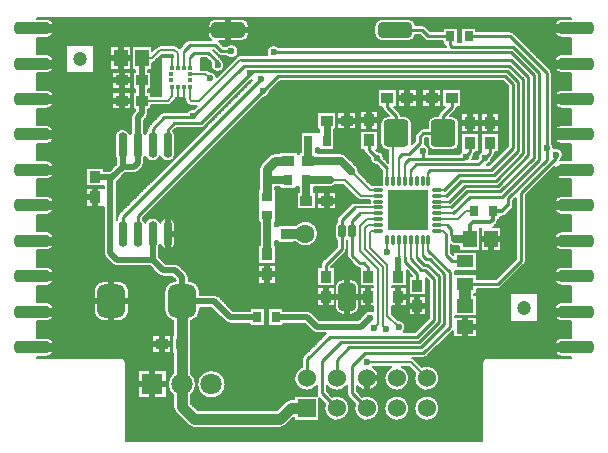
<source format=gtl>
G04 Layer_Physical_Order=1*
G04 Layer_Color=255*
%FSLAX24Y24*%
%MOIN*%
G70*
G01*
G75*
%ADD10C,0.0079*%
%ADD11C,0.0472*%
%ADD12R,0.0394X0.0354*%
%ADD13R,0.0354X0.0394*%
%ADD14R,0.0276X0.0354*%
G04:AMPARAMS|DCode=15|XSize=94.5mil|YSize=110.2mil|CornerRadius=23.6mil|HoleSize=0mil|Usage=FLASHONLY|Rotation=180.000|XOffset=0mil|YOffset=0mil|HoleType=Round|Shape=RoundedRectangle|*
%AMROUNDEDRECTD15*
21,1,0.0945,0.0630,0,0,180.0*
21,1,0.0472,0.1102,0,0,180.0*
1,1,0.0472,-0.0236,0.0315*
1,1,0.0472,0.0236,0.0315*
1,1,0.0472,0.0236,-0.0315*
1,1,0.0472,-0.0236,-0.0315*
%
%ADD15ROUNDEDRECTD15*%
%ADD16R,0.0118X0.0157*%
%ADD17R,0.0157X0.0118*%
%ADD18R,0.0453X0.0571*%
G04:AMPARAMS|DCode=19|XSize=90.6mil|YSize=82.7mil|CornerRadius=12.4mil|HoleSize=0mil|Usage=FLASHONLY|Rotation=90.000|XOffset=0mil|YOffset=0mil|HoleType=Round|Shape=RoundedRectangle|*
%AMROUNDEDRECTD19*
21,1,0.0906,0.0579,0,0,90.0*
21,1,0.0657,0.0827,0,0,90.0*
1,1,0.0248,0.0289,0.0329*
1,1,0.0248,0.0289,-0.0329*
1,1,0.0248,-0.0289,-0.0329*
1,1,0.0248,-0.0289,0.0329*
%
%ADD19ROUNDEDRECTD19*%
%ADD20R,0.1358X0.1358*%
%ADD21O,0.0335X0.0110*%
%ADD22O,0.0110X0.0335*%
%ADD23R,0.0551X0.0413*%
%ADD24R,0.0571X0.0453*%
G04:AMPARAMS|DCode=25|XSize=43.3mil|YSize=23.6mil|CornerRadius=5.9mil|HoleSize=0mil|Usage=FLASHONLY|Rotation=270.000|XOffset=0mil|YOffset=0mil|HoleType=Round|Shape=RoundedRectangle|*
%AMROUNDEDRECTD25*
21,1,0.0433,0.0118,0,0,270.0*
21,1,0.0315,0.0236,0,0,270.0*
1,1,0.0118,-0.0059,-0.0157*
1,1,0.0118,-0.0059,0.0157*
1,1,0.0118,0.0059,0.0157*
1,1,0.0118,0.0059,-0.0157*
%
%ADD25ROUNDEDRECTD25*%
G04:AMPARAMS|DCode=26|XSize=94.5mil|YSize=59.1mil|CornerRadius=14.8mil|HoleSize=0mil|Usage=FLASHONLY|Rotation=270.000|XOffset=0mil|YOffset=0mil|HoleType=Round|Shape=RoundedRectangle|*
%AMROUNDEDRECTD26*
21,1,0.0945,0.0295,0,0,270.0*
21,1,0.0650,0.0591,0,0,270.0*
1,1,0.0295,-0.0148,-0.0325*
1,1,0.0295,-0.0148,0.0325*
1,1,0.0295,0.0148,0.0325*
1,1,0.0295,0.0148,-0.0325*
%
%ADD26ROUNDEDRECTD26*%
%ADD27R,0.0354X0.0276*%
%ADD28O,0.0295X0.0850*%
G04:AMPARAMS|DCode=29|XSize=114.2mil|YSize=51.2mil|CornerRadius=12.8mil|HoleSize=0mil|Usage=FLASHONLY|Rotation=180.000|XOffset=0mil|YOffset=0mil|HoleType=Round|Shape=RoundedRectangle|*
%AMROUNDEDRECTD29*
21,1,0.1142,0.0256,0,0,180.0*
21,1,0.0886,0.0512,0,0,180.0*
1,1,0.0256,-0.0443,0.0128*
1,1,0.0256,0.0443,0.0128*
1,1,0.0256,0.0443,-0.0128*
1,1,0.0256,-0.0443,-0.0128*
%
%ADD29ROUNDEDRECTD29*%
%ADD30C,0.0315*%
%ADD31C,0.0197*%
%ADD32C,0.0098*%
%ADD33C,0.0276*%
%ADD34C,0.0394*%
%ADD35C,0.0295*%
%ADD36C,0.0256*%
%ADD37C,0.0354*%
%ADD38C,0.0118*%
%ADD39C,0.0236*%
%ADD40R,0.0256X0.0384*%
%ADD41R,0.0256X0.0325*%
%ADD42R,0.0630X0.0335*%
%ADD43R,0.0386X0.0374*%
%ADD44R,0.0305X0.0394*%
%ADD45C,0.0709*%
%ADD46R,0.0709X0.0709*%
%ADD47C,0.0630*%
G04:AMPARAMS|DCode=48|XSize=118.1mil|YSize=39.4mil|CornerRadius=9.8mil|HoleSize=0mil|Usage=FLASHONLY|Rotation=0.000|XOffset=0mil|YOffset=0mil|HoleType=Round|Shape=RoundedRectangle|*
%AMROUNDEDRECTD48*
21,1,0.1181,0.0197,0,0,0.0*
21,1,0.0984,0.0394,0,0,0.0*
1,1,0.0197,0.0492,-0.0098*
1,1,0.0197,-0.0492,-0.0098*
1,1,0.0197,-0.0492,0.0098*
1,1,0.0197,0.0492,0.0098*
%
%ADD48ROUNDEDRECTD48*%
%ADD49C,0.0600*%
%ADD50R,0.0600X0.0600*%
%ADD51C,0.0236*%
D10*
X28110Y30669D02*
G03*
X27953Y30827I-157J0D01*
G01*
X28110Y30669D02*
G03*
X27953Y30827I-157J0D01*
G01*
X25709Y31280D02*
G03*
X25492Y31496I-217J0D01*
G01*
Y30866D02*
G03*
X25709Y31083I0J217D01*
G01*
Y32461D02*
G03*
X25492Y32677I-217J0D01*
G01*
Y32047D02*
G03*
X25709Y32264I0J217D01*
G01*
X27039Y32402D02*
G03*
X27393Y32047I354J0D01*
G01*
X27865D02*
G03*
X28220Y32402I0J354D01*
G01*
X30175Y28581D02*
G03*
X30384Y28494I209J209D01*
G01*
X30175Y28581D02*
G03*
X30384Y28494I209J209D01*
G01*
X29685Y29193D02*
G03*
X29772Y28984I295J0D01*
G01*
X29685Y29193D02*
G03*
X29772Y28984I295J0D01*
G01*
X30453Y29941D02*
G03*
X30276Y30310I-472J0D01*
G01*
X29685D02*
G03*
X29685Y29572I295J-369D01*
G01*
X30276D02*
G03*
X30453Y29941I-295J369D01*
G01*
X29399Y32402D02*
G03*
X29685Y32054I354J0D01*
G01*
X25492Y33228D02*
G03*
X25709Y33445I0J217D01*
G01*
Y33642D02*
G03*
X25492Y33858I-217J0D01*
G01*
X27393Y33386D02*
G03*
X27039Y33031I0J-354D01*
G01*
X25492Y34409D02*
G03*
X25709Y34626I0J217D01*
G01*
Y34823D02*
G03*
X25492Y35039I-217J0D01*
G01*
Y35591D02*
G03*
X25709Y35807I0J217D01*
G01*
X27382Y34311D02*
G03*
X27446Y34158I217J0D01*
G01*
X27382Y34311D02*
G03*
X27445Y34158I217J0D01*
G01*
X27658Y33946D02*
G03*
X27811Y33882I153J153D01*
G01*
X28220Y33031D02*
G03*
X27865Y33386I-354J0D01*
G01*
X29197Y33597D02*
G03*
X29350Y33533I153J153D01*
G01*
X27658Y33945D02*
G03*
X27811Y33882I153J153D01*
G01*
X29753Y33386D02*
G03*
X29399Y33031I0J-354D01*
G01*
X29197Y33597D02*
G03*
X29350Y33533I153J153D01*
G01*
X30206Y33505D02*
G03*
X30142Y33658I-217J0D01*
G01*
X30206Y33505D02*
G03*
X30142Y33658I-217J0D01*
G01*
X28752Y35328D02*
G03*
X28669Y35444I-250J-90D01*
G01*
X27884Y35640D02*
G03*
X27835Y35522I118J-118D01*
G01*
X29218Y34529D02*
G03*
X29252Y34593I-217J154D01*
G01*
Y35328D02*
G03*
X28752Y35328I-250J-90D01*
G01*
X27884Y35640D02*
G03*
X27835Y35522I118J-118D01*
G01*
X29252Y34593D02*
G03*
X29768Y34683I250J90D01*
G01*
X29898Y33903D02*
G03*
X29744Y33967I-153J-153D01*
G01*
X29897Y33903D02*
G03*
X29744Y33967I-153J-153D01*
G01*
X29768Y35238D02*
G03*
X29252Y35328I-266J0D01*
G01*
X31437Y29941D02*
G03*
X31437Y29941I-472J0D01*
G01*
X31441Y32022D02*
G03*
X31594Y31959I153J153D01*
G01*
X31441Y32022D02*
G03*
X31594Y31959I153J153D01*
G01*
X33258Y28494D02*
G03*
X33467Y28581I0J295D01*
G01*
X33258Y28494D02*
G03*
X33467Y28581I0J295D01*
G01*
X33612Y29439D02*
G03*
X33403Y29352I0J-295D01*
G01*
X33612Y29439D02*
G03*
X33403Y29352I0J-295D01*
G01*
X34025Y30886D02*
G03*
X33976Y30768I118J-118D01*
G01*
Y30527D02*
G03*
X34478Y29893I167J-383D01*
G01*
X34025Y30886D02*
G03*
X33976Y30768I118J-118D01*
G01*
X34325Y31707D02*
G03*
X34478Y31644I153J153D01*
G01*
X34325Y31707D02*
G03*
X34478Y31644I153J153D01*
G01*
X34317Y32328D02*
G03*
X34163Y32392I-153J-153D01*
G01*
X30276Y32051D02*
G03*
X30580Y32402I-50J351D01*
G01*
X31206Y32870D02*
G03*
X31053Y32933I-153J-153D01*
G01*
X31207Y32869D02*
G03*
X31053Y32933I-153J-153D01*
G01*
X30580Y33031D02*
G03*
X30225Y33386I-354J0D01*
G01*
X34316Y32328D02*
G03*
X34163Y32392I-153J-153D01*
G01*
X33769Y34675D02*
G03*
X34528Y34961I326J285D01*
G01*
D02*
G03*
X33769Y35246I-433J0D01*
G01*
X25709Y36004D02*
G03*
X25492Y36220I-217J0D01*
G01*
Y36772D02*
G03*
X25709Y36988I0J217D01*
G01*
Y37185D02*
G03*
X25492Y37402I-217J0D01*
G01*
Y37953D02*
G03*
X25709Y38169I0J217D01*
G01*
Y38366D02*
G03*
X25492Y38583I-217J0D01*
G01*
Y39134D02*
G03*
X25709Y39350I0J217D01*
G01*
X27736Y37633D02*
G03*
X27785Y37479I266J0D01*
G01*
X28376Y36969D02*
G03*
X28529Y37032I0J217D01*
G01*
X28376Y36969D02*
G03*
X28529Y37032I0J217D01*
G01*
X28285Y38342D02*
G03*
X28252Y38278I217J-154D01*
G01*
D02*
G03*
X27736Y38188I-250J-90D01*
G01*
X28655Y37158D02*
G03*
X28719Y37311I-153J153D01*
G01*
X28655Y37158D02*
G03*
X28719Y37311I-153J153D01*
G01*
X28752Y37543D02*
G03*
X29252Y37543I250J90D01*
G01*
X28719Y37479D02*
G03*
X28752Y37543I-217J154D01*
G01*
Y38278D02*
G03*
X28719Y38342I-250J-90D01*
G01*
X28835Y38394D02*
G03*
X28752Y38278I167J-206D01*
G01*
X28349Y38990D02*
G03*
X28285Y38837I153J-153D01*
G01*
X28349Y38990D02*
G03*
X28285Y38837I153J-153D01*
G01*
X28884Y38579D02*
G03*
X28835Y38461I118J-118D01*
G01*
X28884Y38579D02*
G03*
X28835Y38461I118J-118D01*
G01*
X28804Y38833D02*
G03*
X28868Y38986I-153J153D01*
G01*
X28805Y38833D02*
G03*
X28868Y38986I-153J153D01*
G01*
X29400Y39026D02*
G03*
X29281Y38977I0J-167D01*
G01*
X29400Y39026D02*
G03*
X29281Y38977I0J-167D01*
G01*
X25709Y39547D02*
G03*
X25492Y39764I-217J0D01*
G01*
Y40315D02*
G03*
X25709Y40532I0J217D01*
G01*
Y40728D02*
G03*
X25492Y40945I-217J0D01*
G01*
X25709Y41909D02*
G03*
X25492Y42126I-217J0D01*
G01*
Y41496D02*
G03*
X25709Y41713I0J217D01*
G01*
X28996Y40660D02*
G03*
X29098Y40706I-10J157D01*
G01*
X28996Y40660D02*
G03*
X29098Y40706I-10J157D01*
G01*
X29252Y41240D02*
G03*
X29140Y41194I0J-157D01*
G01*
X29252Y41240D02*
G03*
X29141Y41194I0J-157D01*
G01*
X29252Y37543D02*
G03*
X29677Y37433I250J90D01*
G01*
X29702Y37458D02*
G03*
X29768Y37633I-200J175D01*
G01*
Y38188D02*
G03*
X29693Y38373I-266J0D01*
G01*
X29508Y39242D02*
G03*
X29619Y39288I0J157D01*
G01*
X29508Y39242D02*
G03*
X29619Y39288I0J157D01*
G01*
X29757Y39426D02*
G03*
X29798Y39498I-111J112D01*
G01*
X29757Y39426D02*
G03*
X29798Y39498I-111J111D01*
G01*
X30079Y39439D02*
G03*
X30125Y39327I157J0D01*
G01*
X30079Y39439D02*
G03*
X30125Y39328I157J0D01*
G01*
X30610Y38474D02*
G03*
X30729Y38523I0J167D01*
G01*
X30610Y38474D02*
G03*
X30729Y38523I0J167D01*
G01*
X30374Y39124D02*
G03*
X30153Y39026I-28J-235D01*
G01*
X30184Y39269D02*
G03*
X30295Y39222I111J111D01*
G01*
X30184Y39269D02*
G03*
X30295Y39222I112J111D01*
G01*
X32637Y37304D02*
G03*
X32559Y37116I188J-188D01*
G01*
X32637Y37304D02*
G03*
X32559Y37116I188J-188D01*
G01*
X33100Y37657D02*
G03*
X32912Y37579I0J-266D01*
G01*
X33100Y37657D02*
G03*
X32912Y37580I0J-266D01*
G01*
X32697Y39498D02*
G03*
X32923Y39724I-10J236D01*
G01*
X30879Y40387D02*
G03*
X30768Y40433I-112J-111D01*
G01*
X30879Y40387D02*
G03*
X30768Y40433I-111J-111D01*
G01*
X29921Y41171D02*
G03*
X29898Y41142I118J-118D01*
G01*
X31136Y40188D02*
G03*
X30892Y40374I-231J-50D01*
G01*
X30953Y40671D02*
G03*
X31407Y40581I218J-90D01*
G01*
X31181Y40935D02*
G03*
X31299Y40886I118J118D01*
G01*
X31181Y40935D02*
G03*
X31299Y40886I118J118D01*
G01*
X31407Y40581D02*
G03*
X31321Y40763I-236J0D01*
G01*
D02*
G03*
X31290Y40807I-150J-74D01*
G01*
X31321Y40763D02*
G03*
X31290Y40807I-150J-74D01*
G01*
X29846Y41194D02*
G03*
X29734Y41240I-111J-111D01*
G01*
X29846Y41194D02*
G03*
X29734Y41240I-112J-111D01*
G01*
X30246Y41427D02*
G03*
X30128Y41378I0J-167D01*
G01*
X30246Y41427D02*
G03*
X30128Y41378I0J-167D01*
G01*
X30846Y41624D02*
G03*
X30945Y41427I246J0D01*
G01*
X31093Y42126D02*
G03*
X30846Y41880I0J-246D01*
G01*
X31458Y40886D02*
G03*
X31870Y41043I176J157D01*
G01*
D02*
G03*
X31478Y41220I-236J0D01*
G01*
X32274Y40069D02*
G03*
X32319Y40075I-10J236D01*
G01*
X31848Y40888D02*
G03*
X31808Y40859I71J-140D01*
G01*
X31848Y40888D02*
G03*
X31808Y40859I71J-140D01*
G01*
X31939Y40915D02*
G03*
X31848Y40888I0J-167D01*
G01*
X33208Y41181D02*
G03*
X32827Y40915I-167J-167D01*
G01*
X31978Y41378D02*
G03*
X32224Y41624I0J246D01*
G01*
Y41880D02*
G03*
X31978Y42126I-246J0D01*
G01*
X34754Y29296D02*
G03*
X35562Y29144I389J-153D01*
G01*
D02*
G03*
X34991Y29533I-418J0D01*
G01*
X35754Y29296D02*
G03*
X36562Y29144I389J-153D01*
G01*
D02*
G03*
X35991Y29533I-418J0D01*
G01*
X34478Y29642D02*
G03*
X34499Y29562I167J0D01*
G01*
X34478Y29642D02*
G03*
X34499Y29562I167J0D01*
G01*
X34813Y29888D02*
G03*
X35482Y29898I331J256D01*
G01*
Y29638D02*
G03*
X35531Y29519I167J0D01*
G01*
X35482Y29638D02*
G03*
X35531Y29519I167J0D01*
G01*
X35817Y29883D02*
G03*
X36562Y30144I327J261D01*
G01*
X37562Y29144D02*
G03*
X37562Y29144I-418J0D01*
G01*
X36562Y30144D02*
G03*
X36333Y30517I-418J0D01*
G01*
X37441Y31850D02*
G03*
X37192Y32086I-236J0D01*
G01*
X37381Y31693D02*
G03*
X37441Y31850I-176J157D01*
G01*
X37562Y30144D02*
G03*
X37322Y30522I-418J0D01*
G01*
X36965D02*
G03*
X37562Y30144I179J-378D01*
G01*
X37720Y30790D02*
G03*
X37663Y30827I-112J-111D01*
G01*
X37720Y30790D02*
G03*
X37663Y30827I-111J-111D01*
G01*
X35069Y32530D02*
G03*
X35335Y32264I266J0D01*
G01*
Y33445D02*
G03*
X35069Y33179I0J-266D01*
G01*
X34655Y34036D02*
G03*
X34606Y33917I118J-118D01*
G01*
X34655Y34036D02*
G03*
X34606Y33917I118J-118D01*
G01*
X35069Y34882D02*
G03*
X35138Y34742I177J0D01*
G01*
X35423Y34330D02*
G03*
X35472Y34449I-118J118D01*
G01*
X35423Y34330D02*
G03*
X35472Y34449I-118J118D01*
G01*
X35138Y35337D02*
G03*
X35069Y35197I108J-140D01*
G01*
X35187Y35522D02*
G03*
X35138Y35404I118J-118D01*
G01*
X35187Y35522D02*
G03*
X35138Y35404I118J-118D01*
G01*
X35630Y32264D02*
G03*
X35896Y32530I0J266D01*
G01*
X36358Y32375D02*
G03*
X36030Y32252I-108J-210D01*
G01*
X35896Y33179D02*
G03*
X35630Y33445I-266J0D01*
G01*
X35492Y34222D02*
G03*
X35541Y34104I167J0D01*
G01*
X35787Y33858D02*
G03*
X35906Y33809I118J118D01*
G01*
X35787Y33858D02*
G03*
X35906Y33809I118J118D01*
G01*
X35492Y34222D02*
G03*
X35541Y34104I167J0D01*
G01*
X35795Y35994D02*
G03*
X35620Y35955I-57J-157D01*
G01*
X36255Y36073D02*
G03*
X36255Y35994I169J-39D01*
G01*
X38562Y29144D02*
G03*
X38562Y29144I-418J0D01*
G01*
X37758Y30306D02*
G03*
X38562Y30144I385J-163D01*
G01*
D02*
G03*
X37981Y30529I-418J0D01*
G01*
X38035Y30827D02*
G03*
X38153Y30876I0J167D01*
G01*
X38035Y30827D02*
G03*
X38153Y30876I0J167D01*
G01*
X40157Y30827D02*
G03*
X40000Y30669I0J-157D01*
G01*
X40157Y30827D02*
G03*
X40000Y30669I0J-157D01*
G01*
X42402Y31083D02*
G03*
X42618Y30866I217J0D01*
G01*
Y31496D02*
G03*
X42402Y31280I0J-217D01*
G01*
Y32264D02*
G03*
X42618Y32047I217J0D01*
G01*
Y32677D02*
G03*
X42402Y32461I0J-217D01*
G01*
X40512Y33120D02*
G03*
X40630Y33169I0J167D01*
G01*
X40512Y33120D02*
G03*
X40630Y33169I0J167D01*
G01*
X38937Y34584D02*
G03*
X39085Y34537I148J209D01*
G01*
X40470Y35298D02*
G03*
X40521Y35413I-125J125D01*
G01*
X40470Y35298D02*
G03*
X40521Y35413I-125J125D01*
G01*
X40659Y35531D02*
G03*
X40785Y35583I0J177D01*
G01*
X40659Y35531D02*
G03*
X40785Y35583I0J177D01*
G01*
X41398Y33937D02*
G03*
X41447Y34055I-118J118D01*
G01*
X41398Y33937D02*
G03*
X41447Y34055I-118J118D01*
G01*
X42402Y33445D02*
G03*
X42618Y33228I217J0D01*
G01*
Y33858D02*
G03*
X42402Y33642I0J-217D01*
G01*
X40982Y35780D02*
G03*
X41033Y35906I-125J125D01*
G01*
D02*
G03*
X41024Y35964I-177J0D01*
G01*
X42402Y34626D02*
G03*
X42618Y34409I217J0D01*
G01*
Y35039D02*
G03*
X42402Y34823I0J-217D01*
G01*
Y35807D02*
G03*
X42618Y35591I217J0D01*
G01*
X34921Y36506D02*
G03*
X35110Y36594I0J246D01*
G01*
X35833Y36119D02*
G03*
X35945Y36073I112J111D01*
G01*
X35834Y36119D02*
G03*
X35945Y36073I111J111D01*
G01*
X35459Y37566D02*
G03*
X35285Y37638I-174J-174D01*
G01*
X35459Y37566D02*
G03*
X35285Y37638I-174J-174D01*
G01*
X35876Y37047D02*
G03*
X35804Y37221I-246J0D01*
G01*
X36423Y36600D02*
G03*
X36351Y36585I0J-173D01*
G01*
X36053Y37736D02*
G03*
X36102Y37618I167J0D01*
G01*
X36053Y37736D02*
G03*
X36102Y37618I167J0D01*
G01*
X36250Y37470D02*
G03*
X36476Y37244I236J10D01*
G01*
X36663Y36897D02*
G03*
X36648Y36825I157J-72D01*
G01*
X36722Y37480D02*
G03*
X36477Y37716I-236J0D01*
G01*
X38217Y37618D02*
G03*
X38238Y37717I-215J98D01*
G01*
X36594Y37978D02*
G03*
X36837Y37736I242J0D01*
G01*
X38238Y37717D02*
G03*
X38076Y37941I-236J0D01*
G01*
X38169Y37978D02*
G03*
X38411Y37736I242J0D01*
G01*
X38076Y37941D02*
G03*
X38081Y37982I-162J41D01*
G01*
X38076Y37941D02*
G03*
X38081Y37982I-162J41D01*
G01*
X36837Y38878D02*
G03*
X36594Y38636I0J-242D01*
G01*
X37293Y38878D02*
G03*
X37244Y38986I-167J-10D01*
G01*
X37795Y38307D02*
G03*
X37746Y38189I118J-118D01*
G01*
X37795Y38307D02*
G03*
X37746Y38189I118J-118D01*
G01*
X37657Y38636D02*
G03*
X37415Y38878I-242J0D01*
G01*
X37293D02*
G03*
X37244Y38986I-167J-10D01*
G01*
X38031Y38474D02*
G03*
X37913Y38425I0J-167D01*
G01*
X38031Y38474D02*
G03*
X37913Y38425I0J-167D01*
G01*
X38411Y38878D02*
G03*
X38169Y38636I0J-242D01*
G01*
X36654Y39173D02*
G03*
X36703Y39055I167J0D01*
G01*
X36654Y39173D02*
G03*
X36703Y39055I167J0D01*
G01*
X36398Y41624D02*
G03*
X36644Y41378I246J0D01*
G01*
Y42126D02*
G03*
X36398Y41880I0J-246D01*
G01*
X37530Y41378D02*
G03*
X37772Y41585I0J246D01*
G01*
Y41919D02*
G03*
X37530Y42126I-243J-39D01*
G01*
X38080Y41417D02*
G03*
X38199Y41368I118J118D01*
G01*
X38080Y41417D02*
G03*
X38199Y41368I118J118D01*
G01*
X38101Y41870D02*
G03*
X37982Y41919I-118J-118D01*
G01*
X38101Y41870D02*
G03*
X37982Y41919I-118J-118D01*
G01*
X39291Y37706D02*
G03*
X39230Y37618I157J-176D01*
G01*
X38990Y37736D02*
G03*
X39232Y37978I0J242D01*
G01*
X39668Y37441D02*
G03*
X39685Y37530I-219J89D01*
G01*
X39705Y37569D02*
G03*
X39754Y37677I-118J118D01*
G01*
X39705Y37569D02*
G03*
X39754Y37677I-118J118D01*
G01*
X40146Y37264D02*
G03*
X40315Y37490I-67J226D01*
G01*
X39951Y37689D02*
G03*
X39843Y37491I128J-199D01*
G01*
X39232Y38636D02*
G03*
X38990Y38878I-242J0D01*
G01*
X38582Y39016D02*
G03*
X38533Y38898I118J-118D01*
G01*
X38582Y39016D02*
G03*
X38533Y38898I118J-118D01*
G01*
X39095Y39055D02*
G03*
X39144Y39173I-118J118D01*
G01*
X42618Y36220D02*
G03*
X42402Y36004I0J-217D01*
G01*
Y36988D02*
G03*
X42618Y36772I217J0D01*
G01*
X40364Y37539D02*
G03*
X40413Y37657I-118J118D01*
G01*
X40364Y37539D02*
G03*
X40413Y37657I-118J118D01*
G01*
X42594Y37401D02*
G03*
X42687Y37589I-143J188D01*
G01*
D02*
G03*
X42372Y37811I-236J0D01*
G01*
X42372Y37825D02*
G03*
X42303Y37992I-236J0D01*
G01*
X42402Y38169D02*
G03*
X42618Y37953I217J0D01*
G01*
Y38583D02*
G03*
X42402Y38366I0J-217D01*
G01*
X39095Y39055D02*
G03*
X39144Y39173I-118J118D01*
G01*
X38760Y41240D02*
G03*
X38775Y41181I167J10D01*
G01*
X38760Y41240D02*
G03*
X38775Y41181I167J10D01*
G01*
X42303Y40328D02*
G03*
X42254Y40446I-167J0D01*
G01*
X42303Y40328D02*
G03*
X42254Y40446I-167J0D01*
G01*
X42402Y39350D02*
G03*
X42618Y39134I217J0D01*
G01*
Y39764D02*
G03*
X42402Y39547I0J-217D01*
G01*
Y40531D02*
G03*
X42618Y40315I217J0D01*
G01*
Y40945D02*
G03*
X42402Y40728I0J-217D01*
G01*
X41046Y41654D02*
G03*
X40928Y41703I-118J-118D01*
G01*
X41046Y41654D02*
G03*
X40928Y41703I-118J-118D01*
G01*
X42402Y41713D02*
G03*
X42618Y41496I217J0D01*
G01*
Y42126D02*
G03*
X42402Y41909I0J-217D01*
G01*
X38484Y35837D02*
X38957D01*
X38199Y36713D02*
Y37028D01*
X37608Y36713D02*
Y37096D01*
X37411Y36713D02*
Y37303D01*
X37215Y36713D02*
Y37510D01*
X37018Y36713D02*
Y38199D01*
X36821Y36713D02*
Y37136D01*
X38484Y35246D02*
X38809D01*
X38484Y35049D02*
X38671D01*
X38199Y34393D02*
Y34764D01*
X38002Y34212D02*
Y34764D01*
X37805Y34158D02*
Y34764D01*
X37608Y34104D02*
Y34764D01*
X35738Y35837D02*
X36535D01*
X35930Y35640D02*
X36535D01*
X37411Y34196D02*
Y34764D01*
X37215Y34222D02*
Y34764D01*
X38484Y36427D02*
X38730D01*
X38484Y36033D02*
X38898D01*
X38484Y36230D02*
X38789D01*
X38484Y35640D02*
X39010D01*
X38671Y35049D02*
X38770Y34951D01*
X30236Y39439D02*
Y39862D01*
Y39439D02*
X30295Y39380D01*
X30551D01*
X31919Y40748D01*
X31939D01*
X30256Y40276D02*
X30768D01*
X30906Y40138D01*
X30236Y40492D02*
Y40846D01*
X30039Y40492D02*
Y41053D01*
X29843Y40492D02*
Y40974D01*
X29734Y41083D02*
X29843Y40974D01*
X29252Y41083D02*
X29734D01*
X28986Y40817D02*
X29252Y41083D01*
X28652Y40817D02*
X28986D01*
X29646Y39537D02*
Y39862D01*
X29508Y39400D02*
X29646Y39537D01*
X28652Y39400D02*
X29508D01*
X36161Y35443D02*
X36535D01*
X35925Y35207D02*
X36161Y35443D01*
X35925Y34370D02*
Y35207D01*
Y34370D02*
X36516Y33780D01*
Y31939D02*
Y33780D01*
X36398Y31821D02*
X36516Y31939D01*
X36187Y35246D02*
X36535D01*
X36083Y35141D02*
X36187Y35246D01*
X36083Y34435D02*
Y35141D01*
Y34435D02*
X36673Y33845D01*
Y31890D02*
Y33845D01*
Y31890D02*
X36772Y31791D01*
X36299Y35049D02*
X36535D01*
X36240Y34990D02*
X36299Y35049D01*
X36240Y34501D02*
Y34990D01*
Y34501D02*
X36831Y33910D01*
Y32224D02*
Y33910D01*
Y32224D02*
X37205Y31850D01*
X37205D01*
X36821Y34350D02*
Y34764D01*
X36161Y30679D02*
X37608D01*
X38144Y30144D01*
X38484Y35443D02*
X39183D01*
X39449Y35709D01*
X39734D01*
X34921Y36752D02*
X35423D01*
X35945Y36230D01*
X36535D01*
X36250Y36427D02*
X36535D01*
X35630Y37047D02*
X36250Y36427D01*
X30039Y39488D02*
Y39862D01*
Y39488D02*
X30079Y39449D01*
X29843Y39439D02*
Y39862D01*
Y39439D02*
X29931Y39350D01*
X29646Y40492D02*
Y40870D01*
X29685Y40909D01*
X25394Y30827D02*
Y30866D01*
X25335Y30827D02*
Y30866D01*
X25453Y30827D02*
Y30866D01*
X25512Y30827D02*
Y30867D01*
X25216Y30827D02*
Y30866D01*
X25157Y30827D02*
Y30866D01*
Y30827D02*
X27953D01*
X25276D02*
Y30866D01*
X28110Y29646D02*
X28524D01*
X28110Y28051D02*
Y30669D01*
Y29882D02*
X28524D01*
X28110Y29941D02*
X28524D01*
X28110Y30000D02*
X28524D01*
X28110Y30118D02*
X28524D01*
X28110Y30059D02*
X28524D01*
X27165Y30827D02*
Y32130D01*
X27106Y30827D02*
Y32193D01*
X27283Y30827D02*
Y32065D01*
X27224Y30827D02*
Y32090D01*
X25571Y30827D02*
Y30881D01*
X25630Y30827D02*
Y30916D01*
X25689Y30827D02*
Y30992D01*
X27047Y30827D02*
Y32324D01*
X27933Y30827D02*
Y32054D01*
X27992Y30822D02*
Y32071D01*
X28051Y30792D02*
Y32100D01*
X28110Y30673D02*
Y32146D01*
X27579Y30827D02*
Y32047D01*
X27342Y30827D02*
Y32051D01*
X27756Y30827D02*
Y32047D01*
X27638Y30827D02*
Y32047D01*
X27697Y30827D02*
Y32047D01*
X28110Y29173D02*
X29686D01*
X28110Y29232D02*
X29685D01*
X28110Y29055D02*
X29719D01*
X28110Y29114D02*
X29696D01*
X28110Y29409D02*
X29685D01*
X28110Y29468D02*
X29685D01*
X28110Y29291D02*
X29685D01*
X28110Y29350D02*
X29685D01*
X28110Y28642D02*
X30114D01*
X28110Y28701D02*
X30055D01*
X28110Y28524D02*
X30255D01*
X28110Y28583D02*
X30173D01*
X28110Y28937D02*
X29819D01*
X28110Y28996D02*
X29760D01*
X28110Y28760D02*
X29996D01*
X28110Y28878D02*
X29878D01*
X28110Y28819D02*
X29937D01*
X28110Y30413D02*
X28524D01*
X28110Y30472D02*
X29685D01*
X28110Y30531D02*
X29685D01*
X28110Y30590D02*
X29685D01*
X28076Y30768D02*
X29685D01*
X27957Y30827D02*
X29685D01*
X28110Y30650D02*
X29685D01*
X28105Y30709D02*
X29685D01*
X28110Y29705D02*
X28524D01*
X28110Y29764D02*
X28524D01*
X28110Y29527D02*
X28524D01*
X28110Y29587D02*
X28524D01*
X28110Y30295D02*
X28524D01*
X28110Y30354D02*
X28524D01*
X28110Y29823D02*
X28524D01*
X28110Y30236D02*
X28524D01*
X28110Y30177D02*
X28524D01*
X25216Y31496D02*
Y32047D01*
X25157Y31496D02*
Y32047D01*
Y30866D02*
X25492D01*
X25157Y31496D02*
X25492D01*
X25335D02*
Y32047D01*
X25276Y31496D02*
Y32047D01*
X25157D02*
X25492D01*
X25394Y31496D02*
Y32047D01*
X25689Y31370D02*
Y32173D01*
X25709Y31083D02*
Y31280D01*
X25453Y31496D02*
Y32047D01*
X25512Y31495D02*
Y32048D01*
X25571Y31481D02*
Y32062D01*
X25630Y31447D02*
Y32097D01*
X25659Y32126D02*
X27170D01*
X25157Y32677D02*
X25492D01*
X25582Y32657D02*
X27039D01*
X25157Y32835D02*
X27039D01*
X25157Y32894D02*
X27039D01*
X25157Y32716D02*
X27039D01*
X25157Y32776D02*
X27039D01*
X25709Y32303D02*
X27052D01*
X25709Y32264D02*
Y32461D01*
X25694Y32185D02*
X27112D01*
X25708Y32244D02*
X27075D01*
X25694Y32539D02*
X27039D01*
X25659Y32598D02*
X27039D01*
X25709Y32362D02*
X27041D01*
X25708Y32480D02*
X27039D01*
X25709Y32421D02*
X27039D01*
X25582Y31476D02*
X28996D01*
X25157Y31535D02*
X28996D01*
X25582Y30886D02*
X29685D01*
X25157Y31594D02*
X29685D01*
X25157Y31772D02*
X29685D01*
X25157Y31831D02*
X29685D01*
X25157Y31653D02*
X29685D01*
X25157Y31713D02*
X29685D01*
X25708Y31063D02*
X28996D01*
X25709Y31122D02*
X28996D01*
X25659Y30945D02*
X29685D01*
X25694Y31004D02*
X28996D01*
X25694Y31358D02*
X28996D01*
X25659Y31417D02*
X28996D01*
X25709Y31181D02*
X28996D01*
X25708Y31299D02*
X28996D01*
X25709Y31240D02*
X28996D01*
X25157Y31890D02*
X29685D01*
X27402Y30827D02*
Y32047D01*
X25157Y31949D02*
X29685D01*
X25157Y32008D02*
X29685D01*
X25582Y32067D02*
X27277D01*
X27393Y32047D02*
X27865D01*
X27520Y30827D02*
Y32047D01*
X27461Y30827D02*
Y32047D01*
X27815Y30827D02*
Y32047D01*
X27874Y30827D02*
Y32047D01*
X27982Y32067D02*
X29637D01*
X28088Y32126D02*
X29530D01*
X28819Y28051D02*
Y29469D01*
X28760Y28051D02*
Y29469D01*
X28937Y28051D02*
Y29469D01*
X28878Y28051D02*
Y29469D01*
X28642Y28051D02*
Y29469D01*
X28583Y28051D02*
Y29469D01*
X28524D02*
X29469D01*
X28701Y28051D02*
Y29469D01*
X29350Y28051D02*
Y29469D01*
X29291Y28051D02*
Y29469D01*
X29468Y28051D02*
Y29469D01*
X29409Y28051D02*
Y29469D01*
X29055Y28051D02*
Y29469D01*
X28996Y28051D02*
Y29469D01*
X29232Y28051D02*
Y29469D01*
X29114Y28051D02*
Y29469D01*
X29173Y28051D02*
Y29469D01*
X28524D02*
Y30413D01*
X28169Y28051D02*
Y32219D01*
X29469Y29764D02*
X29542D01*
X29469Y29823D02*
X29523D01*
X29527Y28051D02*
Y29806D01*
X29469Y29469D02*
Y30413D01*
X29646Y28051D02*
Y29608D01*
X29587Y28051D02*
Y29680D01*
X29469Y29941D02*
X29508D01*
X29469Y30000D02*
X29512D01*
X29469Y29646D02*
X29612D01*
X29469Y29882D02*
X29512D01*
X29469Y29705D02*
X29571D01*
X29764Y28051D02*
Y28992D01*
X29705Y28051D02*
Y29087D01*
X29882Y28051D02*
Y28874D01*
X29823Y28051D02*
Y28933D01*
X30000Y28051D02*
Y28756D01*
X29941Y28051D02*
Y28815D01*
X30059Y28051D02*
Y28697D01*
X29772Y28984D02*
X30175Y28581D01*
X30177Y28051D02*
Y28579D01*
X30118Y28051D02*
Y28638D01*
X30295Y28051D02*
Y28508D01*
X30236Y28051D02*
Y28534D01*
X30354Y28051D02*
Y28496D01*
X30472Y28051D02*
Y28494D01*
X30413Y28051D02*
Y28494D01*
X29685Y29193D02*
Y29572D01*
X30276Y29315D02*
Y29572D01*
X29469Y29527D02*
X29685D01*
X29469Y29587D02*
X29668D01*
X30354Y29237D02*
Y29652D01*
X30413Y29177D02*
Y29752D01*
X30276Y29315D02*
X30506Y29085D01*
X30472Y29118D02*
Y32148D01*
X30295Y29296D02*
Y29589D01*
X30438Y29823D02*
X30507D01*
X30449Y29882D02*
X30496D01*
X30453Y29941D02*
X30492D01*
X29114Y30413D02*
Y30994D01*
X29055Y30413D02*
Y30994D01*
X28524Y30413D02*
X29469D01*
X29232D02*
Y30994D01*
X29173Y30413D02*
Y30994D01*
X28996D02*
Y31585D01*
X29469Y30059D02*
X29523D01*
X29527Y30076D02*
Y30994D01*
X29469Y30118D02*
X29542D01*
X29469Y30177D02*
X29571D01*
X29350Y30413D02*
Y30994D01*
X29291Y30413D02*
Y30994D01*
X29468Y30413D02*
Y30994D01*
X29409Y30413D02*
Y30994D01*
X28206Y32303D02*
X29412D01*
X28217Y32362D02*
X29401D01*
X28146Y32185D02*
X29472D01*
X28183Y32244D02*
X29435D01*
X28220Y32539D02*
X29399D01*
X28220Y32776D02*
X29399D01*
X28220Y32421D02*
X29399D01*
X28220Y32480D02*
X29399D01*
X29468Y31585D02*
Y32190D01*
X29409Y31585D02*
Y32314D01*
X29587Y31585D02*
Y32089D01*
X29527Y31585D02*
Y32128D01*
X28220Y32835D02*
X29399D01*
X28220Y32894D02*
X29399D01*
X28220Y32598D02*
X29399D01*
X28220Y32716D02*
X29399D01*
X28220Y32657D02*
X29399D01*
X29469Y30236D02*
X29611D01*
X29587Y30202D02*
Y30994D01*
X29469Y30295D02*
X29668D01*
X29469Y30354D02*
X29685D01*
X28996Y30994D02*
X29626D01*
Y31181D02*
X29665D01*
X29469Y30413D02*
X29685D01*
X29626Y31240D02*
X29665D01*
X30449Y30000D02*
X30496D01*
X30295Y30293D02*
Y30994D01*
X30438Y30059D02*
X30507D01*
X30418Y30118D02*
X30527D01*
X29626Y31004D02*
X29665D01*
X29626Y31063D02*
X29665D01*
X30276Y30310D02*
Y30994D01*
X29626Y31122D02*
X29665D01*
X29685Y30310D02*
Y30994D01*
X29626D02*
Y31585D01*
Y31299D02*
X29665D01*
X29626Y31358D02*
X29665D01*
X29626Y31476D02*
X29665D01*
X28996Y31585D02*
X29626D01*
Y31535D02*
X29665D01*
Y30994D02*
Y31585D01*
X29646Y30274D02*
Y32064D01*
X30354Y30230D02*
Y32072D01*
X30413Y30130D02*
Y32101D01*
X29626Y31417D02*
X29665D01*
X29685Y31585D02*
Y32054D01*
X30295Y30994D02*
Y31585D01*
X30276D02*
Y32051D01*
X30295Y31585D02*
Y32054D01*
X25216Y32677D02*
Y33228D01*
X25157Y32677D02*
Y33228D01*
X25335Y32677D02*
Y33228D01*
X25276Y32677D02*
Y33228D01*
X25453Y32677D02*
Y33228D01*
X25394Y32677D02*
Y33228D01*
X25157D02*
X25492D01*
X25571Y32662D02*
Y33243D01*
X25630Y32628D02*
Y33278D01*
X25689Y32551D02*
Y33355D01*
X26752Y30827D02*
Y40315D01*
X25512Y32676D02*
Y33229D01*
X25630Y33809D02*
Y34459D01*
X25709Y33445D02*
Y33642D01*
X25689Y33732D02*
Y34536D01*
X26043Y30827D02*
Y42165D01*
X25984Y30827D02*
Y42165D01*
X26161Y30827D02*
Y40315D01*
X26102Y30827D02*
Y42165D01*
X25807Y30827D02*
Y42165D01*
X25748Y30827D02*
Y42165D01*
X25925Y30827D02*
Y42165D01*
X25866Y30827D02*
Y42165D01*
X26575Y30827D02*
Y40315D01*
X26516Y30827D02*
Y40315D01*
X26693Y30827D02*
Y40315D01*
X26634Y30827D02*
Y40315D01*
X26279Y30827D02*
Y40315D01*
X26220Y30827D02*
Y40315D01*
X26457Y30827D02*
Y40315D01*
X26339Y30827D02*
Y40315D01*
X26398Y30827D02*
Y40315D01*
X25157Y32953D02*
X27039D01*
X25157Y33012D02*
X27039D01*
X25157Y33071D02*
X27041D01*
X25157Y33130D02*
X27052D01*
X25157Y33189D02*
X27075D01*
X25582Y33248D02*
X27112D01*
X25659Y33307D02*
X27170D01*
X25694Y33366D02*
X27276D01*
X27039Y32402D02*
Y33031D01*
X27393Y33386D02*
X27865D01*
X25709Y33602D02*
X29192D01*
X25708Y33661D02*
X29133D01*
X25708Y33425D02*
X29763D01*
X25709Y33543D02*
X29286D01*
X25709Y33484D02*
X29704D01*
X26870Y30827D02*
Y35866D01*
X26811Y30827D02*
Y35866D01*
X26988Y30827D02*
Y35866D01*
X26929Y30827D02*
Y35866D01*
X27106Y33240D02*
Y35866D01*
X27047Y33109D02*
Y35866D01*
X25694Y33720D02*
X29074D01*
X25659Y33779D02*
X29015D01*
X27224Y33343D02*
Y35866D01*
X27165Y33303D02*
Y35866D01*
X27342Y33382D02*
Y35866D01*
X27283Y33369D02*
Y35866D01*
X27461Y33386D02*
Y34143D01*
X27402Y33386D02*
Y34221D01*
X27638Y33386D02*
Y33965D01*
X27520Y33386D02*
Y34084D01*
X27579Y33386D02*
Y34025D01*
X25216Y33858D02*
Y34409D01*
X25157Y33858D02*
Y34409D01*
Y33858D02*
X25492D01*
X25276D02*
Y34409D01*
X25157D02*
X25492D01*
X25157Y35039D02*
X25492D01*
X25157Y34311D02*
X27382D01*
X25157Y34370D02*
X27382D01*
X25453Y33858D02*
Y34409D01*
X25394Y33858D02*
Y34409D01*
X25512Y33857D02*
Y34410D01*
X25571Y33843D02*
Y34424D01*
X25335Y33858D02*
Y34409D01*
X25582Y34429D02*
X27382D01*
X25709Y34626D02*
Y34823D01*
X25216Y35039D02*
Y35591D01*
X25157Y35039D02*
Y35591D01*
X25394Y35039D02*
Y35591D01*
X25276Y35039D02*
Y35591D01*
X25157D02*
X25492D01*
X25335Y35039D02*
Y35591D01*
X25157Y35433D02*
X27382D01*
X25157Y35492D02*
X27382D01*
X25571Y35025D02*
Y35605D01*
X25630Y34990D02*
Y35640D01*
X25689Y34913D02*
Y35717D01*
X27382Y34311D02*
Y35866D01*
X25453Y35039D02*
Y35591D01*
X25512Y35038D02*
Y35591D01*
X25709Y35807D02*
Y36004D01*
X25157Y33957D02*
X27647D01*
X25157Y34016D02*
X27588D01*
X25582Y33839D02*
X28956D01*
X25157Y33898D02*
X27730D01*
X25157Y34193D02*
X27417D01*
X25157Y34252D02*
X27390D01*
X25157Y34075D02*
X27528D01*
X25157Y34134D02*
X27469D01*
X27446Y34158D02*
X27658Y33946D01*
X25709Y34665D02*
X27382D01*
X25709Y34724D02*
X27382D01*
X25659Y34488D02*
X27382D01*
X25694Y34547D02*
X27382D01*
X25708Y34606D02*
X27382D01*
X25157Y35197D02*
X27382D01*
X25157Y35256D02*
X27382D01*
X25157Y35079D02*
X27382D01*
X25157Y35138D02*
X27382D01*
X25157Y35551D02*
X27382D01*
X25582Y35610D02*
X27382D01*
X25157Y35315D02*
X27382D01*
X25157Y35374D02*
X27382D01*
X25694Y34902D02*
X27382D01*
X25659Y34961D02*
X27382D01*
X25709Y34783D02*
X27382D01*
X25708Y34842D02*
X27382D01*
X25708Y35787D02*
X27382D01*
X25709Y35846D02*
X27382D01*
X25582Y35020D02*
X27382D01*
X25659Y35669D02*
X27382D01*
X25694Y35728D02*
X27382D01*
X28220Y32402D02*
Y33031D01*
X28287Y28051D02*
Y33882D01*
X28228Y28051D02*
Y33882D01*
X27874Y33386D02*
Y33882D01*
X27815Y33386D02*
Y33882D01*
X28169Y33214D02*
Y33882D01*
X27933Y33379D02*
Y33882D01*
X28996Y30413D02*
Y33798D01*
X28937Y30413D02*
Y33857D01*
X29114Y31585D02*
Y33680D01*
X29055Y31585D02*
Y33739D01*
X29232Y31585D02*
Y33569D01*
X29173Y31585D02*
Y33621D01*
X29350Y31585D02*
Y33533D01*
X29291Y31585D02*
Y33542D01*
X28110Y33288D02*
Y33882D01*
X28051Y33333D02*
Y33882D01*
X28405Y28051D02*
Y33882D01*
X28346Y28051D02*
Y33882D01*
X27756Y33386D02*
Y33889D01*
X27697Y33386D02*
Y33914D01*
X27992Y33362D02*
Y33882D01*
X28524Y28051D02*
Y33882D01*
X28465Y28051D02*
Y33882D01*
X28642Y30413D02*
Y33882D01*
X28583Y30413D02*
Y33882D01*
X28760Y30413D02*
Y33882D01*
X28701Y30413D02*
Y33882D01*
X28912D02*
X29197Y33597D01*
X28819Y30413D02*
Y33882D01*
X28878Y30413D02*
Y33882D01*
X28220Y32953D02*
X29399D01*
X28220Y33012D02*
X29399D01*
X28217Y33071D02*
X29401D01*
X28206Y33130D02*
X29412D01*
X28183Y33189D02*
X29435D01*
X28146Y33248D02*
X29472D01*
X28088Y33307D02*
X29530D01*
X27982Y33366D02*
X29636D01*
X29399Y32402D02*
Y33031D01*
X29409Y33119D02*
Y33533D01*
X29468Y33243D02*
Y33533D01*
X29646Y33369D02*
Y33533D01*
X29527Y33305D02*
Y33533D01*
X29764Y33386D02*
Y33424D01*
X29705Y33383D02*
Y33483D01*
X30206Y33386D02*
Y33505D01*
X29587Y33344D02*
Y33533D01*
X29654D02*
X29773Y33415D01*
X29350Y33533D02*
X29654D01*
X29941Y33859D02*
Y36742D01*
X30000Y33800D02*
Y36801D01*
X29898Y33903D02*
X30142Y33658D01*
X30059Y33741D02*
Y36860D01*
X30295Y33379D02*
Y37096D01*
X30354Y33362D02*
Y37155D01*
X30413Y33332D02*
Y37214D01*
X30472Y33285D02*
Y37273D01*
X30118Y33682D02*
Y36919D01*
X30177Y33612D02*
Y36978D01*
X30236Y33386D02*
Y37037D01*
X28701Y35414D02*
Y35501D01*
X27811Y33882D02*
X28912D01*
X28683Y35433D02*
X28821D01*
X27835Y35444D02*
Y35522D01*
X27815Y35610D02*
X27860D01*
X28691Y35492D02*
X28924D01*
X29218Y34188D02*
Y34529D01*
X29232Y34174D02*
Y34551D01*
X29230Y34547D02*
X29274D01*
X28730Y35374D02*
X28774D01*
X28760Y35347D02*
Y35561D01*
X29230Y35374D02*
X29274D01*
X28819Y35431D02*
Y35620D01*
X27815Y35427D02*
Y36692D01*
X27874Y35629D02*
Y36751D01*
X27815Y35669D02*
X27913D01*
X27815Y35728D02*
X27972D01*
X27933Y35689D02*
Y36810D01*
X27815Y35787D02*
X28031D01*
X27815Y35846D02*
X28090D01*
X28878Y35473D02*
Y35679D01*
X29114Y35479D02*
Y35915D01*
X29173Y35441D02*
Y35974D01*
X29232Y35371D02*
Y36033D01*
X27992Y35748D02*
Y36869D01*
X28051Y35807D02*
Y36928D01*
X28937Y35496D02*
Y35738D01*
X28996Y35504D02*
Y35797D01*
X29055Y35498D02*
Y35856D01*
X29409Y33997D02*
Y34434D01*
X29350Y34056D02*
Y34465D01*
X29440Y33967D02*
X29744D01*
X29218Y34188D02*
X29440Y33967D01*
X29218Y34488D02*
X29322D01*
X29291Y34115D02*
Y34521D01*
X29218Y34429D02*
X29424D01*
X29527Y33967D02*
Y34419D01*
X29764Y33966D02*
Y34637D01*
X29468Y33967D02*
Y34420D01*
X29587Y33967D02*
Y34431D01*
X29646Y33967D02*
Y34460D01*
X29705Y33967D02*
Y34511D01*
X29291Y35400D02*
Y36092D01*
X29183Y35433D02*
X29321D01*
X29350Y35456D02*
Y36151D01*
X29080Y35492D02*
X29424D01*
X27884Y35640D02*
X29677Y37433D01*
X29409Y35487D02*
Y36210D01*
X29768Y34683D02*
Y35238D01*
X29764Y35284D02*
Y36564D01*
X29823Y33952D02*
Y36624D01*
X29882Y33917D02*
Y36683D01*
X29468Y35502D02*
Y36269D01*
X29527Y35503D02*
Y36328D01*
X29587Y35490D02*
Y36387D01*
X29646Y35462D02*
Y36446D01*
X29705Y35410D02*
Y36505D01*
X30827Y28051D02*
Y28494D01*
X30768Y28051D02*
Y28494D01*
X30945Y28051D02*
Y28494D01*
X30886Y28051D02*
Y28494D01*
X30590Y28051D02*
Y28494D01*
X30531Y28051D02*
Y28494D01*
X30709Y28051D02*
Y28494D01*
X30650Y28051D02*
Y28494D01*
X31358Y28051D02*
Y28494D01*
X31299Y28051D02*
Y28494D01*
X31476Y28051D02*
Y28494D01*
X31417Y28051D02*
Y28494D01*
X31063Y28051D02*
Y28494D01*
X31004Y28051D02*
Y28494D01*
X31240Y28051D02*
Y28494D01*
X31122Y28051D02*
Y28494D01*
X31181Y28051D02*
Y28494D01*
X30768Y29085D02*
Y29511D01*
X30709Y29085D02*
Y29544D01*
X30886Y29085D02*
Y29475D01*
X30827Y29085D02*
Y29489D01*
X30590Y29085D02*
Y29652D01*
X30531Y29085D02*
Y29752D01*
X30650Y29085D02*
Y29589D01*
X31240Y29085D02*
Y29557D01*
X31299Y29085D02*
Y29607D01*
X31358Y29085D02*
Y29680D01*
X31417Y29085D02*
Y29806D01*
X30945Y29085D02*
Y29469D01*
X31004Y29085D02*
Y29470D01*
X31063Y29085D02*
Y29479D01*
X31122Y29085D02*
Y29495D01*
X31181Y29085D02*
Y29521D01*
X28110Y28169D02*
X40000D01*
X28110Y28228D02*
X40000D01*
X28110Y28051D02*
X40000D01*
X28110Y28110D02*
X40000D01*
X28110Y28405D02*
X40000D01*
X28110Y28465D02*
X40000D01*
X28110Y28287D02*
X40000D01*
X28110Y28346D02*
X40000D01*
X31831Y28051D02*
Y28494D01*
X31772Y28051D02*
Y28494D01*
X31949Y28051D02*
Y28494D01*
X31890Y28051D02*
Y28494D01*
X31594Y28051D02*
Y28494D01*
X31535Y28051D02*
Y28494D01*
X30384D02*
X33258D01*
X31653Y28051D02*
Y28494D01*
X31713Y28051D02*
Y28494D01*
X30506Y29085D02*
X33136D01*
X30477Y29114D02*
X33165D01*
X30418Y29173D02*
X33224D01*
X30359Y29232D02*
X33283D01*
X30300Y29291D02*
X33342D01*
X30276Y29350D02*
X33401D01*
X30276Y29409D02*
X33483D01*
X30276Y29468D02*
X33726D01*
X31772Y29085D02*
Y31959D01*
X31713Y29085D02*
Y31959D01*
X31890Y29085D02*
Y31959D01*
X31831Y29085D02*
Y31959D01*
X31535Y29085D02*
Y31967D01*
X31476Y29085D02*
Y31994D01*
X31193Y29527D02*
X33726D01*
X31594Y29085D02*
Y31959D01*
X31653Y29085D02*
Y31959D01*
X30349Y29646D02*
X30596D01*
X30293Y30295D02*
X30652D01*
X30276Y29527D02*
X30736D01*
X30293Y29587D02*
X30652D01*
X30276Y30354D02*
X30736D01*
X30276Y30413D02*
X30957D01*
X30276Y31890D02*
X32244D01*
X30276Y31949D02*
X32244D01*
X30389Y29705D02*
X30555D01*
X30418Y29764D02*
X30527D01*
X31433Y30000D02*
X33751D01*
X31422Y30059D02*
X33734D01*
X30389Y30177D02*
X30555D01*
X30349Y30236D02*
X30596D01*
X31403Y30118D02*
X33726D01*
X31333Y30236D02*
X33736D01*
X31374Y30177D02*
X33727D01*
X30448Y32126D02*
X31338D01*
X30531Y30130D02*
Y32223D01*
X30276Y32008D02*
X31457D01*
X30342Y32067D02*
X31397D01*
X30566Y32303D02*
X31160D01*
X30577Y32362D02*
X31101D01*
X30506Y32185D02*
X31278D01*
X30543Y32244D02*
X31219D01*
X31299Y30274D02*
Y32164D01*
X31240Y30325D02*
Y32223D01*
X31417Y30076D02*
Y32046D01*
X31358Y30202D02*
Y32105D01*
X31181Y30361D02*
Y32282D01*
X31122Y30386D02*
Y32341D01*
X31594Y31959D02*
X32244D01*
X30972Y30413D02*
X33824D01*
X30276Y30472D02*
X33885D01*
X30276Y30531D02*
X33976D01*
X30276Y30590D02*
X33976D01*
X30276Y30650D02*
X33976D01*
X30276Y30709D02*
X33976D01*
X30276Y30768D02*
X33976D01*
X30276Y30827D02*
X33987D01*
X31374Y29705D02*
X34478D01*
X31403Y29764D02*
X33969D01*
X31277Y29587D02*
X34488D01*
X31333Y29646D02*
X34478D01*
X31437Y29941D02*
X33778D01*
X31277Y30295D02*
X33754D01*
X31422Y29823D02*
X33876D01*
X31193Y30354D02*
X33782D01*
X31433Y29882D02*
X33818D01*
X30276Y30886D02*
X34025D01*
X30276Y30945D02*
X34084D01*
X30295Y31122D02*
X34261D01*
X30276Y31594D02*
X34734D01*
X30276Y31772D02*
X34261D01*
X30276Y31831D02*
X34202D01*
X30276Y31653D02*
X34414D01*
X30276Y31713D02*
X34320D01*
X30295Y31004D02*
X34143D01*
X30295Y31063D02*
X34202D01*
X30295Y31181D02*
X34320D01*
X30295Y31240D02*
X34379D01*
X30295Y31299D02*
X34439D01*
X30295Y31358D02*
X34498D01*
X30295Y31417D02*
X34557D01*
X30295Y31535D02*
X34675D01*
X30295Y31476D02*
X34616D01*
X32303Y28051D02*
Y28494D01*
X32244Y28051D02*
Y28494D01*
X32421Y28051D02*
Y28494D01*
X32362Y28051D02*
Y28494D01*
X32067Y28051D02*
Y28494D01*
X32008Y28051D02*
Y28494D01*
X32185Y28051D02*
Y28494D01*
X32126Y28051D02*
Y28494D01*
X32894Y28051D02*
Y28494D01*
X32835Y28051D02*
Y28494D01*
X33071Y28051D02*
Y28494D01*
X33012Y28051D02*
Y28494D01*
X32539Y28051D02*
Y28494D01*
X32480Y28051D02*
Y28494D01*
X32776Y28051D02*
Y28494D01*
X32598Y28051D02*
Y28494D01*
X32657Y28051D02*
Y28494D01*
X32362Y29085D02*
Y31880D01*
X32244Y29085D02*
Y31959D01*
X32480Y29085D02*
Y31880D01*
X32421Y29085D02*
Y31880D01*
X32008Y29085D02*
Y31959D01*
X31949Y29085D02*
Y31959D01*
X32126Y29085D02*
Y31959D01*
X32067Y29085D02*
Y31959D01*
X32657Y29085D02*
Y31880D01*
X32598Y29085D02*
Y31880D01*
X32953Y28051D02*
Y28494D01*
X32716Y28051D02*
Y28494D01*
Y29085D02*
Y31880D01*
X32539Y29085D02*
Y31880D01*
X33012Y29085D02*
Y31880D01*
X32894Y29085D02*
Y31880D01*
X32953Y29085D02*
Y31880D01*
X33189Y28051D02*
Y28494D01*
X33130Y28051D02*
Y28494D01*
X33248Y28051D02*
Y28494D01*
X33307Y28051D02*
Y28498D01*
X33366Y28051D02*
Y28515D01*
X33386Y28524D02*
X40000D01*
X33425Y28051D02*
Y28546D01*
X33484Y28051D02*
Y28598D01*
X33543Y28051D02*
Y28657D01*
X34075Y28051D02*
Y28726D01*
X33602Y28051D02*
Y28716D01*
X34134Y28051D02*
Y28726D01*
X33469Y28583D02*
X40000D01*
X33528Y28642D02*
X40000D01*
X33587Y28701D02*
X40000D01*
X33661Y28051D02*
Y28775D01*
X33720Y28051D02*
Y28834D01*
X33726Y28726D02*
X34562D01*
X33467Y28581D02*
X33726Y28839D01*
X33130Y29085D02*
Y31880D01*
X33071Y29085D02*
Y31880D01*
X33646Y28760D02*
X33726D01*
X33136Y29085D02*
X33403Y29352D01*
X34193Y28051D02*
Y28726D01*
X34016Y28051D02*
Y28726D01*
X34311Y28051D02*
Y28726D01*
X34252Y28051D02*
Y28726D01*
X33779Y28051D02*
Y28726D01*
X33726D02*
Y28839D01*
X33957Y28051D02*
Y28726D01*
X33839Y28051D02*
Y28726D01*
X33898Y28051D02*
Y28726D01*
X32303Y29085D02*
Y31880D01*
X32185Y29085D02*
Y31959D01*
X33189Y29138D02*
Y31880D01*
X32244D02*
X32756D01*
Y31890D02*
X32854D01*
X32244Y31880D02*
Y31959D01*
X32854Y31880D02*
X33366D01*
X32756Y31949D02*
X32854D01*
X33307Y29256D02*
Y31880D01*
X33248Y29197D02*
Y31880D01*
X33612Y29439D02*
X33726D01*
X33366Y31880D02*
Y31959D01*
X33726Y29439D02*
Y29562D01*
X33779D02*
Y29938D01*
X33839Y29562D02*
Y29858D01*
X32756Y32067D02*
X32854D01*
X32756Y32126D02*
X32854D01*
X33366Y29315D02*
Y31959D01*
X32756Y32008D02*
X32854D01*
X32756Y32303D02*
X32854D01*
X32756Y32362D02*
X32854D01*
X32756Y32185D02*
X32854D01*
X32756Y32244D02*
X32854D01*
X33484Y29410D02*
Y31959D01*
X33425Y29372D02*
Y31959D01*
X33602Y29439D02*
Y31959D01*
X33543Y29431D02*
Y31959D01*
X33720Y29439D02*
Y31959D01*
X33661Y29439D02*
Y31959D01*
X33898Y30482D02*
Y31959D01*
X33779Y30349D02*
Y31959D01*
X33839Y30429D02*
Y31959D01*
X33957Y29562D02*
Y29770D01*
X33898Y29562D02*
Y29806D01*
X33726Y29562D02*
X34499D01*
X34016D02*
Y29746D01*
X33976Y30527D02*
Y30768D01*
X34134Y29562D02*
Y29726D01*
X34075Y29562D02*
Y29731D01*
X34193Y29562D02*
Y29728D01*
X34252Y29562D02*
Y29740D01*
X34311Y29562D02*
Y29760D01*
X34370Y29562D02*
Y29792D01*
X34318Y29764D02*
X34478D01*
X34025Y30886D02*
X34783Y31644D01*
X34370Y31231D02*
Y31673D01*
X34016Y30875D02*
Y31959D01*
X33957Y30518D02*
Y31959D01*
X34134Y30994D02*
Y31899D01*
X34075Y30935D02*
Y31958D01*
X33366Y31949D02*
X34084D01*
X33366Y31959D02*
X34074D01*
X33366Y31890D02*
X34143D01*
X34074Y31959D02*
X34325Y31707D01*
X34252Y31113D02*
Y31780D01*
X34193Y31053D02*
Y31840D01*
X34311Y31172D02*
Y31721D01*
X34342Y32303D02*
X35196D01*
X34273Y32362D02*
X35128D01*
X34317Y32328D02*
X34568Y32077D01*
X30590Y30229D02*
Y32500D01*
X30709Y30338D02*
Y32500D01*
X30650Y30293D02*
Y32500D01*
X30580D02*
X30963D01*
X30580Y32402D02*
Y32500D01*
Y32421D02*
X31042D01*
X30580Y32480D02*
X30983D01*
X30827Y30393D02*
Y32500D01*
X30768Y30370D02*
Y32500D01*
X31063Y30403D02*
Y32401D01*
X30886Y30407D02*
Y32500D01*
X31004Y30412D02*
Y32460D01*
X30945Y30413D02*
Y32500D01*
X30963D02*
X31441Y32022D01*
X30709Y32933D02*
Y37509D01*
X30768Y32933D02*
Y37568D01*
X30827Y32933D02*
Y37627D01*
X30886Y32933D02*
Y37687D01*
X30580Y32933D02*
Y33031D01*
X30590Y32933D02*
Y37391D01*
X30580Y32933D02*
X31053D01*
X30650D02*
Y37450D01*
X31240Y32836D02*
Y38041D01*
X31299Y32777D02*
Y38100D01*
X31358Y32718D02*
Y38159D01*
X31417Y32659D02*
Y38218D01*
X30945Y32933D02*
Y37746D01*
X31004Y32933D02*
Y37805D01*
X31063Y32933D02*
Y37864D01*
X31122Y32922D02*
Y37923D01*
X31181Y32891D02*
Y37982D01*
X31418Y32657D02*
X34478D01*
X31207Y32869D02*
X31684Y32392D01*
X31359Y32716D02*
X34478D01*
X31300Y32776D02*
X34478D01*
X30580Y32953D02*
X34478D01*
X30580Y33012D02*
X34478D01*
X31241Y32835D02*
X34478D01*
X31178Y32894D02*
X34478D01*
X31684Y32392D02*
X32244D01*
Y32470D01*
X31655Y32421D02*
X32244D01*
X32539Y32470D02*
Y33297D01*
X32244Y32470D02*
X32756D01*
X31476Y32600D02*
Y38277D01*
X31596Y32480D02*
X35074D01*
X31478Y32598D02*
X34478D01*
X31537Y32539D02*
X35069D01*
X31772Y32392D02*
Y38572D01*
X31831Y32392D02*
Y38631D01*
X31890Y32392D02*
Y38690D01*
X31949Y32392D02*
Y38750D01*
X31535Y32541D02*
Y38336D01*
X31594Y32481D02*
Y38395D01*
X31653Y32422D02*
Y38454D01*
X31713Y32392D02*
Y38513D01*
X32008Y32392D02*
Y38809D01*
X32067Y32392D02*
Y38868D01*
X32126Y32392D02*
Y38927D01*
X32185Y32392D02*
Y38986D01*
X32244Y32392D02*
Y39045D01*
X32303Y32470D02*
Y39104D01*
X32362Y32470D02*
Y39163D01*
X32421Y32470D02*
Y39222D01*
X32480Y32470D02*
Y39281D01*
X29962Y33839D02*
X32530D01*
X29903Y33898D02*
X32530D01*
X30080Y33720D02*
X32530D01*
X30021Y33779D02*
X32530D01*
X29273Y34134D02*
X32530D01*
X29218Y34193D02*
X32530D01*
X29391Y34016D02*
X32530D01*
X29332Y34075D02*
X32530D01*
Y33297D02*
Y33927D01*
X30448Y33307D02*
X32530D01*
X30342Y33366D02*
X32530D01*
X30183Y33602D02*
X32530D01*
X30139Y33661D02*
X32530D01*
X30206Y33425D02*
X32530D01*
X30202Y33543D02*
X32530D01*
X30206Y33484D02*
X32530D01*
X29218Y34370D02*
X32530D01*
X29579Y34429D02*
X32530D01*
X29218Y34252D02*
X32530D01*
X29218Y34311D02*
X32530D01*
X28987Y35787D02*
X32530D01*
X29046Y35846D02*
X32530D01*
X28809Y35610D02*
X32530D01*
X28868Y35669D02*
X32530D01*
Y33967D02*
Y34596D01*
X30531Y33210D02*
Y37332D01*
X29682Y34488D02*
X32530D01*
X29730Y34547D02*
X32530D01*
Y35728D02*
Y35847D01*
Y35728D02*
Y35847D01*
X29730Y35374D02*
X32530D01*
X29580Y35492D02*
X32530D01*
Y35335D02*
Y35728D01*
X30566Y33130D02*
X34478D01*
X30506Y33248D02*
X34478D01*
X30543Y33189D02*
X35069D01*
X29809Y33957D02*
X34611D01*
X29768Y34724D02*
X32569D01*
X29768Y34783D02*
X32569D01*
X29756Y34606D02*
X32579D01*
X29767Y34665D02*
X32579D01*
X32530Y33297D02*
X33120D01*
X30577Y33071D02*
X34478D01*
X32530Y33927D02*
X33120D01*
X32539D02*
Y33967D01*
X32579Y34596D02*
Y34665D01*
X32530Y33967D02*
X33120D01*
X32530Y34596D02*
X32579D01*
X32598Y33927D02*
Y33967D01*
X29768Y35079D02*
X32569D01*
X29768Y35138D02*
X32569D01*
X29767Y35256D02*
X32569D01*
X29756Y35315D02*
X32579D01*
X29683Y35433D02*
X32530D01*
X28750Y35551D02*
X32530D01*
X28928Y35728D02*
X32530D01*
X28669Y35470D02*
X32697Y39498D01*
X32569Y34665D02*
Y35256D01*
X32539Y34596D02*
Y35335D01*
X29768Y34842D02*
X32569D01*
X29768Y34902D02*
X32569D01*
X29768Y34961D02*
X32569D01*
X29768Y35020D02*
X32569D01*
X29768Y35197D02*
X32569D01*
X32530Y35335D02*
X32579D01*
Y35256D02*
Y35335D01*
X32756Y31880D02*
Y32470D01*
X32657D02*
Y33297D01*
X32756Y32421D02*
X32854D01*
X32776Y29085D02*
Y33297D01*
X32716Y32470D02*
Y33297D01*
X32598Y32470D02*
Y33297D01*
X32854Y31880D02*
Y32470D01*
X32835Y29085D02*
Y33297D01*
X33366Y32392D02*
Y32470D01*
X32894D02*
Y33297D01*
X33012Y32470D02*
Y33297D01*
X32953Y32470D02*
Y33297D01*
X32854Y32470D02*
X33366D01*
X33071D02*
Y33297D01*
X33120D02*
Y33927D01*
X32716D02*
Y33967D01*
X32657Y33927D02*
Y33967D01*
X32776Y33927D02*
Y33967D01*
X32894Y33927D02*
Y33967D01*
X32835Y33927D02*
Y33967D01*
X33012Y33927D02*
Y33967D01*
X32953Y33927D02*
Y33967D01*
X33366Y32392D02*
Y34665D01*
X33189Y32470D02*
Y34665D01*
X33484Y32392D02*
Y34665D01*
X33425Y32392D02*
Y34665D01*
X33071Y33927D02*
Y33967D01*
X33120D02*
Y34596D01*
X33307Y32470D02*
Y34665D01*
X33130Y32470D02*
Y34734D01*
X33248Y32470D02*
Y34665D01*
X33120Y33779D02*
X34478D01*
X33120Y33839D02*
X34478D01*
X33120Y33661D02*
X34478D01*
X33120Y33720D02*
X34478D01*
X33120Y33898D02*
X34606D01*
X33120Y34016D02*
X34638D01*
X33120Y34075D02*
X34694D01*
X33120Y34134D02*
X34753D01*
X33366Y32392D02*
X34163D01*
X33366Y32421D02*
X35092D01*
X33120Y33307D02*
X34478D01*
X33120Y33543D02*
X34478D01*
X33120Y33602D02*
X34478D01*
X33120Y33366D02*
X34478D01*
X33120Y33484D02*
X34478D01*
X33120Y33425D02*
X34478D01*
X33602Y32392D02*
Y34665D01*
X33543Y32392D02*
Y34665D01*
X33839Y32392D02*
Y34611D01*
X33661Y32392D02*
Y34665D01*
X33779Y32392D02*
Y34663D01*
X33720Y32392D02*
Y34675D01*
X33120Y34193D02*
X34813D01*
X33120Y34252D02*
X34872D01*
X34193Y32390D02*
Y34539D01*
X34252Y32373D02*
Y34557D01*
X34311Y32334D02*
Y34586D01*
X34370Y32275D02*
Y34627D01*
X33957Y32392D02*
Y34550D01*
X33898Y32392D02*
Y34575D01*
X34075Y32392D02*
Y34528D01*
X34016Y32392D02*
Y34535D01*
X34134Y32392D02*
Y34529D01*
X33071Y34596D02*
Y34665D01*
Y34734D01*
Y34596D02*
X33120D01*
X33081Y34665D02*
Y34734D01*
Y35207D02*
Y35256D01*
X33071Y35207D02*
Y35256D01*
X33081Y34724D02*
X33179D01*
X33081Y34734D02*
X33179D01*
Y34665D02*
Y34734D01*
X33081Y35207D02*
X33179D01*
Y34665D02*
X33691D01*
Y34675D02*
X33769D01*
X33081Y35256D02*
X33179D01*
Y35207D02*
Y35256D01*
X33691Y35246D02*
X33769D01*
X33179Y35256D02*
X33691D01*
Y35256D02*
X33778D01*
X33071Y35335D02*
X33120D01*
X33071Y35256D02*
Y35335D01*
X33189Y35256D02*
Y36506D01*
X33130Y35207D02*
Y36506D01*
X33120Y35728D02*
Y35847D01*
Y35945D01*
Y35335D02*
Y35728D01*
Y35847D01*
X33602Y35256D02*
Y36457D01*
X33543Y35256D02*
Y36457D01*
X33720Y35246D02*
Y36457D01*
X33661Y35256D02*
Y36457D01*
X33307Y35256D02*
Y36457D01*
X33248Y35256D02*
Y36506D01*
X33484Y35256D02*
Y36457D01*
X33366Y35256D02*
Y36457D01*
X33425Y35256D02*
Y36457D01*
X33120Y34370D02*
X34990D01*
X33120Y34547D02*
X33966D01*
X33120Y34429D02*
X35049D01*
X33120Y34488D02*
X35108D01*
X33071Y34665D02*
X33778D01*
X33071Y35315D02*
X33845D01*
X33071Y34606D02*
X33846D01*
X33120Y35492D02*
X35163D01*
X33120Y34311D02*
X34931D01*
X34223Y34547D02*
X35138D01*
X34343Y34606D02*
X35138D01*
X33120Y35374D02*
X33965D01*
X34344Y35315D02*
X35114D01*
X33120Y35433D02*
X35140D01*
X34224Y35374D02*
X35138D01*
X33120Y35551D02*
X35216D01*
X33779Y35258D02*
Y36457D01*
X33120Y35610D02*
X35275D01*
X33120Y35669D02*
X35334D01*
X33120Y35787D02*
X33819D01*
X33120Y35846D02*
X33819D01*
X33120Y35728D02*
X35393D01*
X33819Y35768D02*
Y36358D01*
Y35768D02*
X34449D01*
X33898Y35346D02*
Y35768D01*
X33839Y35310D02*
Y35768D01*
X34311Y35336D02*
Y35768D01*
X34252Y35364D02*
Y35768D01*
X34016Y35386D02*
Y35768D01*
X33957Y35371D02*
Y35768D01*
X34193Y35382D02*
Y35768D01*
X34075Y35393D02*
Y35768D01*
X34134Y35392D02*
Y35768D01*
X25157Y36220D02*
X25492D01*
X25157D02*
Y36772D01*
Y36260D02*
X26801D01*
X25157Y36319D02*
X26801D01*
X25157Y36496D02*
X26801D01*
X25157Y36772D02*
X25492D01*
X25157Y36378D02*
X26801D01*
X25157Y36437D02*
X26801D01*
X25709Y35965D02*
X26801D01*
X25708Y36024D02*
X26801D01*
X25694Y36083D02*
X26801D01*
X25276Y36220D02*
Y36772D01*
X25216Y36220D02*
Y36772D01*
X25659Y36142D02*
X26801D01*
X25157Y36555D02*
X26801D01*
X25582Y36201D02*
X26801D01*
X25453Y36220D02*
Y36772D01*
X25394Y36220D02*
Y36772D01*
X25512Y36220D02*
Y36773D01*
X25571Y36206D02*
Y36786D01*
X25335Y36220D02*
Y36772D01*
X25582Y36791D02*
X26801D01*
X25630Y36171D02*
Y36821D01*
X25689Y36094D02*
Y36898D01*
X25659Y36850D02*
X26801D01*
Y36535D02*
Y37165D01*
X25630Y37352D02*
Y38002D01*
X25689Y37275D02*
Y38079D01*
X25709Y37087D02*
X26801D01*
X25709Y36988D02*
Y37185D01*
Y37146D02*
X26801D01*
X25709Y35905D02*
X26801D01*
Y35866D02*
Y36496D01*
Y35866D02*
X27382D01*
X26870Y36496D02*
Y36535D01*
X26811Y36496D02*
Y36535D01*
X26801Y36496D02*
X27382D01*
X26801Y36535D02*
X27382D01*
X26988Y36496D02*
Y36535D01*
X26929Y36496D02*
Y36535D01*
X27047Y36496D02*
Y36535D01*
X27165Y36496D02*
Y36535D01*
X27106Y36496D02*
Y36535D01*
X27382Y36496D02*
Y36535D01*
X27224Y36496D02*
Y36535D01*
X27283Y36496D02*
Y36535D01*
X25157Y36732D02*
X26801D01*
X25694Y36909D02*
X26801D01*
X25157Y36614D02*
X26801D01*
X25157Y36673D02*
X26801D01*
X25708Y36968D02*
X26801D01*
X25708Y37205D02*
X27715D01*
X25694Y37264D02*
X27774D01*
X25659Y37323D02*
X27785D01*
X27342Y36496D02*
Y36535D01*
X25709Y37027D02*
X26801D01*
X27392Y37067D02*
X27578D01*
X27392D02*
Y37165D01*
Y37087D02*
X27597D01*
X26801Y37165D02*
X27392D01*
Y37146D02*
X27656D01*
X27578Y37067D02*
X27785Y37275D01*
X27697Y37186D02*
Y39104D01*
X25216Y37402D02*
Y37953D01*
X25157Y37402D02*
Y37953D01*
Y37402D02*
X25492D01*
X25157Y37953D02*
X25492D01*
X25216Y38583D02*
Y39134D01*
X25157Y38583D02*
Y39134D01*
Y38583D02*
X25492D01*
X25157Y39134D02*
X25492D01*
X25453Y37402D02*
Y37953D01*
X25276Y37402D02*
Y37953D01*
X25512Y37401D02*
Y37954D01*
X25571Y37387D02*
Y37968D01*
X25394Y37402D02*
Y37953D01*
X25335Y37402D02*
Y37953D01*
X25709Y38169D02*
Y38366D01*
X25453Y38583D02*
Y39134D01*
X25394Y38583D02*
Y39134D01*
X25512Y38582D02*
Y39135D01*
X25571Y38568D02*
Y39149D01*
X25335Y38583D02*
Y39134D01*
X25276Y38583D02*
Y39134D01*
X25582Y39153D02*
X27667D01*
X25630Y38533D02*
Y39183D01*
X25689Y38456D02*
Y39260D01*
X25659Y39213D02*
X27667D01*
X25694Y39272D02*
X27667D01*
X25708Y39331D02*
X27667D01*
X25709Y39350D02*
Y39547D01*
Y39390D02*
X27667D01*
X25708Y39567D02*
X27667D01*
X25709Y39508D02*
X27667D01*
X25157Y37559D02*
X27747D01*
X25157Y37618D02*
X27737D01*
X25157Y37441D02*
X27785D01*
X25157Y37500D02*
X27772D01*
X25157Y37795D02*
X27736D01*
X25157Y37854D02*
X27736D01*
X25157Y37677D02*
X27736D01*
X25157Y37736D02*
X27736D01*
X25157Y37913D02*
X27736D01*
X25582Y37972D02*
X27736D01*
X25582Y37382D02*
X27785D01*
X25659Y38031D02*
X27736D01*
X25694Y38090D02*
X27736D01*
X25708Y38150D02*
X27736D01*
X25709Y38268D02*
X27748D01*
X25709Y38209D02*
X27737D01*
X25157Y38740D02*
X28285D01*
X25157Y38799D02*
X28285D01*
X25157Y38622D02*
X28285D01*
X25157Y38681D02*
X28285D01*
X25157Y38858D02*
X28287D01*
X25157Y38917D02*
X28301D01*
X25157Y39035D02*
X28394D01*
X25157Y39094D02*
X28435D01*
X25709Y38327D02*
X27775D01*
X25708Y38386D02*
X27824D01*
X25694Y38445D02*
X27934D01*
X25659Y38504D02*
X28285D01*
X25709Y39449D02*
X27667D01*
X25583Y38563D02*
X28285D01*
X25157Y38976D02*
X28337D01*
X27667Y39104D02*
X28297D01*
X27815Y35905D02*
X28149D01*
X27815Y35965D02*
X28208D01*
X27815Y36024D02*
X28267D01*
X27815Y36083D02*
X28326D01*
X27815Y36142D02*
X28385D01*
X27815Y36201D02*
X28444D01*
X27815Y36260D02*
X28503D01*
X27815Y36319D02*
X28563D01*
X28169Y35926D02*
Y36969D01*
X28110Y35866D02*
Y36969D01*
X28287Y36044D02*
Y36969D01*
X28228Y35985D02*
Y36969D01*
X28346Y36103D02*
Y36969D01*
X27821Y36698D02*
X28092Y36969D01*
X27815Y36378D02*
X28622D01*
X27815Y36437D02*
X28681D01*
X28092Y36969D02*
X28376D01*
X27785Y37275D02*
Y37479D01*
X27756Y37245D02*
Y37533D01*
X27736Y37633D02*
Y38188D01*
X27756Y38288D02*
Y39104D01*
X28405Y36162D02*
Y36971D01*
X28465Y36221D02*
Y36987D01*
X28524Y36280D02*
Y37027D01*
X28583Y36339D02*
Y37085D01*
X28642Y36398D02*
Y37144D01*
X28529Y37032D02*
X28655Y37158D01*
X28701Y36457D02*
Y37225D01*
X28719Y37311D02*
Y37479D01*
X27815Y36496D02*
X28740D01*
X27815Y36555D02*
X28799D01*
X27815Y36614D02*
X28858D01*
X27815Y36673D02*
X28917D01*
X27855Y36732D02*
X28976D01*
X27914Y36791D02*
X29035D01*
X27973Y36850D02*
X29094D01*
X28033Y36909D02*
X29153D01*
X28996Y36752D02*
Y37368D01*
X28937Y36693D02*
Y37376D01*
X28092Y36968D02*
X29212D01*
X29055Y36811D02*
Y37373D01*
X28719Y37382D02*
X28916D01*
X28525Y37027D02*
X29271D01*
X28584Y37087D02*
X29330D01*
X28643Y37146D02*
X29389D01*
X28719Y37441D02*
X28819D01*
X28760Y36516D02*
Y37524D01*
X28819Y36575D02*
Y37441D01*
X28732Y37500D02*
X28772D01*
X29114Y36870D02*
Y37392D01*
X28878Y36634D02*
Y37398D01*
X29173Y36929D02*
Y37430D01*
X29232Y36989D02*
Y37501D01*
X29291Y37048D02*
Y37471D01*
X29232Y37500D02*
X29272D01*
X29409Y37166D02*
Y37384D01*
X29185Y37441D02*
X29319D01*
X29350Y37107D02*
Y37415D01*
X28229Y38327D02*
X28275D01*
X28228Y38327D02*
Y39104D01*
X28179Y38386D02*
X28285D01*
Y38342D02*
Y38837D01*
X28110Y38431D02*
Y39104D01*
X28051Y38449D02*
Y39104D01*
X28070Y38445D02*
X28285D01*
X28169Y38394D02*
Y39104D01*
X28719Y38342D02*
Y38747D01*
X28760Y38297D02*
Y38788D01*
X28729Y38327D02*
X28775D01*
X28819Y38381D02*
Y38849D01*
X28287Y38865D02*
Y39104D01*
X28719Y38747D02*
X28804Y38833D01*
X28349Y38990D02*
X28435Y39076D01*
X27874Y38421D02*
Y39104D01*
X27815Y38377D02*
Y39104D01*
X27992Y38454D02*
Y39104D01*
X27933Y38445D02*
Y39104D01*
X28297Y39153D02*
X28337D01*
X28297Y39213D02*
X28337D01*
X28346Y38987D02*
Y39104D01*
X28297Y39272D02*
X28337D01*
Y39104D02*
X28435D01*
X28405Y39046D02*
Y39104D01*
X28297Y39508D02*
X28337D01*
X28297Y39567D02*
X28337D01*
X28297Y39331D02*
X28337D01*
X28297Y39449D02*
X28337D01*
X28297Y39390D02*
X28337D01*
X28719Y38386D02*
X28824D01*
X28719Y38445D02*
X28835D01*
X28719Y38504D02*
X28840D01*
X28719Y38563D02*
X28870D01*
X28719Y38622D02*
X28927D01*
X28719Y38681D02*
X28986D01*
X28719Y38740D02*
X29045D01*
X28771Y38799D02*
X29104D01*
X28835Y38394D02*
Y38461D01*
X28884Y38579D02*
X29281Y38977D01*
X28826Y38858D02*
X29163D01*
X28857Y38917D02*
X29222D01*
X28868Y38976D02*
X29281D01*
X28878Y38573D02*
Y39104D01*
X28868Y38986D02*
Y39104D01*
X28937Y38632D02*
Y39104D01*
X28996Y38691D02*
Y39242D01*
X28868Y39104D02*
X28967D01*
Y39242D01*
Y39557D02*
X29281D01*
X28967Y39567D02*
X29281D01*
X29114Y38809D02*
Y39242D01*
X29055Y38750D02*
Y39242D01*
X29232Y38928D02*
Y39242D01*
X29173Y38868D02*
Y39242D01*
X29350Y39018D02*
Y39242D01*
X29291Y38986D02*
Y39242D01*
X29409Y39026D02*
Y39242D01*
X25216Y39764D02*
Y40315D01*
X25157Y39764D02*
Y40315D01*
Y39764D02*
X25492D01*
X25276D02*
Y40315D01*
X25394Y39764D02*
Y40315D01*
X25335Y39764D02*
Y40315D01*
X25157D02*
X25492D01*
X25453Y39764D02*
Y40315D01*
X26870Y37165D02*
Y40315D01*
X26811Y37165D02*
Y40315D01*
X27047Y37165D02*
Y40315D01*
X26929Y37165D02*
Y40315D01*
X25512Y39763D02*
Y40316D01*
X25571Y39749D02*
Y40330D01*
X26102Y40315D02*
X27047D01*
X26988Y37165D02*
Y40315D01*
X25630Y39714D02*
Y40364D01*
X25689Y39638D02*
Y40441D01*
X25582Y40335D02*
X26102D01*
X25708Y40512D02*
X26102D01*
X25709Y40571D02*
X26102D01*
X25659Y40394D02*
X26102D01*
X25694Y40453D02*
X26102D01*
X27224Y37165D02*
Y42165D01*
X27165Y37165D02*
Y42165D01*
X27342Y37165D02*
Y42165D01*
X27283Y37165D02*
Y42165D01*
X25709Y40532D02*
Y40728D01*
X26102Y40315D02*
Y41260D01*
X25709Y40630D02*
X26102D01*
X27047Y40315D02*
Y41260D01*
X27106Y37165D02*
Y42165D01*
X25157Y39921D02*
X27667D01*
X25157Y39980D02*
X27667D01*
X25157Y39803D02*
X27667D01*
X25157Y39862D02*
X27667D01*
X25157Y40216D02*
X27667D01*
X25157Y40276D02*
X27667D01*
X25157Y40039D02*
X27667D01*
X25157Y40157D02*
X27667D01*
X25694Y39626D02*
X27667D01*
Y39104D02*
Y39695D01*
X25659Y39685D02*
X27667D01*
X27697Y39695D02*
Y39774D01*
X25157Y40098D02*
X27667D01*
Y39695D02*
X28297D01*
X25583Y39744D02*
X28435D01*
X27667Y39774D02*
X28297D01*
X27461Y37067D02*
Y42165D01*
X27402Y37067D02*
Y42165D01*
X27047Y40335D02*
X27667D01*
X27047Y40394D02*
X28435D01*
X27047Y40571D02*
X27598D01*
X27047Y40630D02*
X27598D01*
X27047Y40453D02*
X27598D01*
X27047Y40512D02*
X27598D01*
X27579Y37068D02*
Y42165D01*
X27520Y37067D02*
Y42165D01*
X27667Y39774D02*
Y40364D01*
X27638Y37127D02*
Y40413D01*
X27697Y40364D02*
Y40413D01*
X27598D02*
Y41220D01*
X27667Y40364D02*
X28297D01*
X27598Y40413D02*
X28287D01*
X27756Y40364D02*
Y40413D01*
X25157Y40945D02*
X25492D01*
X25157D02*
Y41496D01*
Y40984D02*
X26102D01*
X25157Y41043D02*
X26102D01*
X25157Y41220D02*
X26102D01*
X25157Y41496D02*
X25492D01*
X25157Y41102D02*
X26102D01*
X25157Y41161D02*
X26102D01*
X25512Y40944D02*
Y41497D01*
X25709Y40689D02*
X26102D01*
X25583Y40925D02*
X26102D01*
X25276Y40945D02*
Y41496D01*
X25216Y40945D02*
Y41496D01*
X25453Y40945D02*
Y41496D01*
X25335Y40945D02*
Y41496D01*
X25394Y40945D02*
Y41496D01*
Y42126D02*
Y42165D01*
X25335Y42126D02*
Y42165D01*
X25453Y42126D02*
Y42165D01*
X25216Y42126D02*
Y42165D01*
X25157Y42126D02*
Y42165D01*
Y42126D02*
X25492D01*
X25276D02*
Y42165D01*
X25571Y40930D02*
Y41511D01*
X25630Y40895D02*
Y41546D01*
X25689Y40819D02*
Y41622D01*
X25571Y42111D02*
Y42165D01*
X25512Y42125D02*
Y42165D01*
X25709Y41713D02*
Y41909D01*
X25630Y42077D02*
Y42165D01*
X25689Y42000D02*
Y42165D01*
X25708Y40748D02*
X26102D01*
X25694Y40807D02*
X26102D01*
X27047Y40689D02*
X27598D01*
X27047Y40807D02*
X27598D01*
X25659Y40866D02*
X26102D01*
X26398Y41260D02*
Y42165D01*
X27047Y40866D02*
X27598D01*
X26102Y41260D02*
X27047D01*
Y40748D02*
X27598D01*
X27047Y40925D02*
X27598D01*
X27047Y40984D02*
X27598D01*
X27047Y41043D02*
X27598D01*
X27047Y41102D02*
X27598D01*
X27047Y41161D02*
X27598D01*
X27047Y41220D02*
X27598D01*
Y41220D02*
X28287D01*
X26516Y41260D02*
Y42165D01*
X26457Y41260D02*
Y42165D01*
X26634Y41260D02*
Y42165D01*
X26575Y41260D02*
Y42165D01*
X26220Y41260D02*
Y42165D01*
X26161Y41260D02*
Y42165D01*
X26339Y41260D02*
Y42165D01*
X26279Y41260D02*
Y42165D01*
X27047Y41260D02*
Y42165D01*
X26988Y41260D02*
Y42165D01*
X27697Y41220D02*
Y42165D01*
X27638Y41220D02*
Y42165D01*
X26752Y41260D02*
Y42165D01*
X26693Y41260D02*
Y42165D01*
X26929Y41260D02*
Y42165D01*
X26811Y41260D02*
Y42165D01*
X26870Y41260D02*
Y42165D01*
X27815Y39695D02*
Y39774D01*
X27756Y39695D02*
Y39774D01*
X27874Y39695D02*
Y39774D01*
X27992Y39695D02*
Y39774D01*
X27933Y39695D02*
Y39774D01*
X28110Y39695D02*
Y39774D01*
X28051Y39695D02*
Y39774D01*
X28337Y39104D02*
Y39695D01*
X28297Y39104D02*
Y39695D01*
Y39626D02*
X28337D01*
X28297Y39685D02*
X28337D01*
X28228Y39695D02*
Y39774D01*
X28169Y39695D02*
Y39774D01*
X28287Y39695D02*
Y39774D01*
X28297Y39862D02*
X28337D01*
X28297Y39803D02*
X28337D01*
X27933Y40364D02*
Y40413D01*
X28051Y40364D02*
Y40413D01*
X27992Y40364D02*
Y40413D01*
X28169Y40364D02*
Y40413D01*
X28110Y40364D02*
Y40413D01*
X28337Y39774D02*
Y40364D01*
X28297Y39774D02*
Y40364D01*
Y39921D02*
X28337D01*
X28297Y39980D02*
X28337D01*
X28297Y40216D02*
X28337D01*
X28228Y40364D02*
Y40413D01*
X28297Y40039D02*
X28337D01*
X28297Y40157D02*
X28337D01*
X28297Y40098D02*
X28337D01*
X28405Y39695D02*
Y39774D01*
X28346Y39695D02*
Y39774D01*
X28337Y39695D02*
X28435D01*
Y39774D01*
X28868Y39695D02*
X28967D01*
X28337Y39774D02*
X28435D01*
X28868Y39744D02*
X29281D01*
X28868Y39774D02*
X28967D01*
Y39557D02*
Y39695D01*
X28878D02*
Y39774D01*
X28967Y39626D02*
X29281D01*
X28967Y39685D02*
X29281D01*
X28937Y39695D02*
Y39774D01*
X28868Y39695D02*
Y39774D01*
X28967Y39803D02*
X29281D01*
X28967Y39921D02*
X29281D01*
X28967Y39862D02*
X29281D01*
X28967Y40157D02*
X29281D01*
X28967Y40216D02*
X29281D01*
X28967Y39980D02*
X29281D01*
X28967Y40039D02*
X29281D01*
X28297Y40276D02*
X28337D01*
X28297Y40335D02*
X28337D01*
X28967Y40276D02*
X29281D01*
X28337Y40364D02*
X28435D01*
X28996Y39557D02*
Y40413D01*
X29055Y39557D02*
Y40675D01*
X29114Y39557D02*
Y40722D01*
X29281Y39557D02*
Y40856D01*
X28967Y39774D02*
Y40364D01*
X29173Y39557D02*
Y40781D01*
X28967Y40098D02*
X29281D01*
X28967Y40335D02*
X29281D01*
X29232Y39557D02*
Y40840D01*
X27874Y40364D02*
Y40413D01*
X27815Y40364D02*
Y40413D01*
X27992Y41220D02*
Y42165D01*
X27933Y41220D02*
Y42165D01*
X28051Y41220D02*
Y42165D01*
X28346Y40364D02*
Y40413D01*
X28287Y40364D02*
Y40413D01*
X28878Y40364D02*
Y40413D01*
X28405Y40364D02*
Y40413D01*
X28307D02*
Y41220D01*
X28287Y40413D02*
Y41220D01*
X28868Y40364D02*
Y40413D01*
X28307D02*
X28435D01*
Y40364D02*
Y40413D01*
X28228Y41220D02*
Y42165D01*
X28169Y41220D02*
Y42165D01*
X28346Y41220D02*
Y42165D01*
X28287Y41220D02*
Y42165D01*
X27815Y41220D02*
Y42165D01*
X27756Y41220D02*
Y42165D01*
X28110Y41220D02*
Y42165D01*
X27874Y41220D02*
Y42165D01*
X28760Y41220D02*
Y42165D01*
X28701Y41220D02*
Y42165D01*
X28878Y41220D02*
Y42165D01*
X28819Y41220D02*
Y42165D01*
X28465Y41220D02*
Y42165D01*
X28405Y41220D02*
Y42165D01*
X28642Y41220D02*
Y42165D01*
X28524Y41220D02*
Y42165D01*
X28583Y41220D02*
Y42165D01*
X28868Y40364D02*
X28967D01*
X28937D02*
Y40413D01*
X28868Y40394D02*
X29281D01*
X28868Y40413D02*
X28996D01*
Y40571D02*
X29281D01*
X28996Y40630D02*
X29281D01*
X28996Y40453D02*
X29281D01*
X28996Y40512D02*
X29281D01*
X28996Y40413D02*
Y40660D01*
X29078Y40689D02*
X29281D01*
X29140Y40748D02*
X29281D01*
X29199Y40807D02*
X29281D01*
X29291Y40856D02*
Y40899D01*
X29098Y40706D02*
X29317Y40925D01*
X29350Y40856D02*
Y40925D01*
X28996Y41102D02*
X29049D01*
X28996Y41049D02*
Y41220D01*
Y41049D02*
X29140Y41194D01*
X29055Y41108D02*
Y42165D01*
X28996Y41220D02*
Y42165D01*
X28937Y41220D02*
Y42165D01*
X28996Y41161D02*
X29108D01*
X28307Y41220D02*
X28996D01*
Y41220D02*
X29176D01*
X29114Y41168D02*
Y42165D01*
X29409Y40856D02*
Y40925D01*
X29232Y41239D02*
Y42165D01*
X29173Y41219D02*
Y42165D01*
X29409Y41240D02*
Y42165D01*
X29291Y41240D02*
Y42165D01*
X29350Y41240D02*
Y42165D01*
X28691Y37205D02*
X29448D01*
X29468Y37225D02*
Y37370D01*
X28713Y37264D02*
X29507D01*
X29527Y37284D02*
Y37369D01*
X28719Y37323D02*
X29566D01*
X29088Y37382D02*
X29416D01*
X29587Y37343D02*
Y37381D01*
X29588Y37382D02*
X29625D01*
X29764Y37520D02*
Y37587D01*
X29757Y37559D02*
X29803D01*
X29767Y37618D02*
X29862D01*
X29768Y37677D02*
X29921D01*
X29768Y37736D02*
X29980D01*
X29768Y37854D02*
X30098D01*
X29768Y37795D02*
X30039D01*
X29768Y37633D02*
Y38188D01*
X29823Y37579D02*
Y38474D01*
X29768Y37913D02*
X30157D01*
X29768Y37972D02*
X30216D01*
X29768Y38031D02*
X30275D01*
X29768Y38090D02*
X30334D01*
X29768Y38150D02*
X30393D01*
X29941Y37697D02*
Y38474D01*
X29882Y37638D02*
Y38474D01*
X30059Y37815D02*
Y38474D01*
X30000Y37756D02*
Y38474D01*
X30177Y37933D02*
Y38474D01*
X30118Y37874D02*
Y38474D01*
X30354Y38111D02*
Y38474D01*
X30236Y37992D02*
Y38474D01*
X30295Y38052D02*
Y38474D01*
X29223Y36024D02*
X32530D01*
X29282Y36083D02*
X32530D01*
X29105Y35905D02*
X32530D01*
X29164Y35965D02*
X32530D01*
X29459Y36260D02*
X32530D01*
X29518Y36319D02*
X32530D01*
X29341Y36142D02*
X32530D01*
X29400Y36201D02*
X32530D01*
X29577Y36378D02*
X32530D01*
X29636Y36437D02*
X32530D01*
X29695Y36496D02*
X32559D01*
X29754Y36555D02*
X32559D01*
X29990Y36791D02*
X32559D01*
X30050Y36850D02*
X32559D01*
X29813Y36614D02*
X32559D01*
X29872Y36673D02*
X32559D01*
X29931Y36732D02*
X32559D01*
X30227Y37027D02*
X32559D01*
X30286Y37087D02*
X32559D01*
X30109Y36909D02*
X32559D01*
X30168Y36968D02*
X32559D01*
X30345Y37146D02*
X32561D01*
X30413Y38170D02*
Y38474D01*
X30404Y37205D02*
X32574D01*
X30463Y37264D02*
X32604D01*
X30522Y37323D02*
X32656D01*
X30581Y37382D02*
X32715D01*
X30640Y37441D02*
X32774D01*
X30699Y37500D02*
X32833D01*
X30758Y37559D02*
X32892D01*
X30817Y37618D02*
X32961D01*
X30876Y37677D02*
X33209D01*
X30935Y37736D02*
X33947D01*
X30994Y37795D02*
X33937D01*
X29468Y39026D02*
Y39242D01*
X29527Y39026D02*
Y39243D01*
X29400Y39026D02*
X30153D01*
X28868Y39035D02*
X30160D01*
X28967Y39242D02*
X29508D01*
X28868Y39094D02*
X30228D01*
X29587Y39026D02*
Y39263D01*
X29646Y39026D02*
Y39315D01*
X29764Y38234D02*
Y38444D01*
X29693Y38373D02*
X29794Y38474D01*
X30177Y39055D02*
Y39275D01*
X29662Y39331D02*
X30122D01*
X30236Y39099D02*
Y39234D01*
X29600Y39272D02*
X30181D01*
X30125Y39327D02*
X30184Y39269D01*
X29705Y39026D02*
Y39374D01*
X29619Y39288D02*
X29757Y39426D01*
X29721Y39390D02*
X30087D01*
X29764Y39026D02*
Y39433D01*
X29776Y39449D02*
X30079D01*
X29798Y39498D02*
X30079D01*
X29882Y39026D02*
Y39498D01*
X29823Y39026D02*
Y39498D01*
X30000Y39026D02*
Y39498D01*
X29941Y39026D02*
Y39498D01*
X30079Y39439D02*
Y39498D01*
X30059Y39026D02*
Y39498D01*
X30118Y39026D02*
Y39335D01*
X29767Y38209D02*
X30452D01*
X30472Y38229D02*
Y38474D01*
X29755Y38268D02*
X30511D01*
X30531Y38288D02*
Y38474D01*
X29729Y38327D02*
X30570D01*
X29794Y38474D02*
X30610D01*
X29705Y38386D02*
X30629D01*
X29764Y38445D02*
X30688D01*
X30590Y38347D02*
Y38474D01*
X30650Y38406D02*
Y38479D01*
X30709Y38465D02*
Y38506D01*
X30705Y38504D02*
X30748D01*
X30768Y38524D02*
Y38563D01*
X30768Y38563D02*
X30807D01*
X30827Y38583D02*
Y38622D01*
X30354Y39126D02*
Y39222D01*
X30295Y39120D02*
Y39222D01*
X28967Y39153D02*
X30403D01*
X28967Y39213D02*
X30462D01*
X30295Y39222D02*
X30472D01*
X30827Y38622D02*
X30866D01*
X30886Y38642D02*
Y38681D01*
X30886Y38681D02*
X30925D01*
X30945Y38701D02*
Y38740D01*
X30374Y39124D02*
X30472Y39222D01*
X30413Y39164D02*
Y39222D01*
X30945Y38740D02*
X30984D01*
X31004Y38760D02*
Y38799D01*
X31004Y38799D02*
X31043D01*
X32530Y35945D02*
Y36083D01*
Y36457D01*
Y35847D02*
Y35945D01*
Y36083D01*
X32559Y36457D02*
Y36752D01*
Y37116D01*
X33091Y36496D02*
X33268D01*
X33091Y36506D02*
X33268D01*
X33120Y35945D02*
Y36083D01*
Y35945D02*
Y36083D01*
Y36201D02*
X33819D01*
X33120Y36083D02*
Y36457D01*
X33268D02*
Y36506D01*
X33091Y36457D02*
Y36506D01*
X33120Y36260D02*
X33819D01*
X33268Y36457D02*
X33780D01*
Y36506D01*
X32539Y36457D02*
Y39340D01*
X32598Y37255D02*
Y39399D01*
X32657Y37325D02*
Y39458D01*
X32716Y37384D02*
Y39500D01*
X32637Y37304D02*
X32912Y37579D01*
X32776Y37443D02*
Y39515D01*
X32835Y37502D02*
Y39550D01*
X32894Y37561D02*
Y39620D01*
X32953Y37613D02*
Y39753D01*
X33012Y37642D02*
Y39813D01*
X33100Y37657D02*
X33209D01*
X33071Y37656D02*
Y39872D01*
X33130Y37657D02*
Y39931D01*
X33120Y36024D02*
X33819D01*
X33120Y36083D02*
X33819D01*
X33120Y35905D02*
X33819D01*
X33120Y35965D02*
X33819D01*
X33120Y36142D02*
X33819D01*
X33120Y36319D02*
X33819D01*
X33120Y36378D02*
X33888D01*
X33120Y36437D02*
X33888D01*
X33819Y36358D02*
X33888D01*
X33839D02*
Y36506D01*
X33888Y36358D02*
Y36457D01*
Y36506D01*
X33839Y37628D02*
X33878D01*
X33839Y37677D02*
X33878D01*
X33780Y36496D02*
X33878D01*
X33780Y36506D02*
X33878D01*
Y36457D02*
Y36506D01*
X31172Y37972D02*
X33937D01*
X31231Y38031D02*
X33937D01*
X31053Y37854D02*
X33937D01*
X31113Y37913D02*
X33937D01*
X31408Y38209D02*
X33937D01*
X31467Y38268D02*
X33937D01*
X31290Y38090D02*
X33937D01*
X31349Y38150D02*
X33937D01*
X33209Y37687D02*
X33839D01*
Y37628D02*
Y37687D01*
X33878D02*
X33947D01*
X33878Y37628D02*
Y37687D01*
X31526Y38327D02*
X33937D01*
Y37766D02*
Y38356D01*
X33947Y37687D02*
Y37766D01*
X34203Y38356D02*
X34449D01*
X34203D02*
X34449D01*
X31063Y38819D02*
Y38858D01*
X31063Y38858D02*
X31102D01*
X31122Y38878D02*
Y38917D01*
X31122Y38917D02*
X31161D01*
X31181Y38937D02*
Y38976D01*
X31181Y38976D02*
X31220D01*
X31240Y38996D02*
Y39035D01*
X31240Y39035D02*
X31279D01*
X31299Y39055D02*
Y39094D01*
X31300Y39094D02*
X31338D01*
X31358Y39115D02*
Y39153D01*
X31359Y39153D02*
X31397D01*
X31417Y39174D02*
Y39212D01*
X31418Y39213D02*
X31456D01*
X31476Y39233D02*
Y39271D01*
X31477Y39272D02*
X31515D01*
X31535Y39292D02*
Y39330D01*
X31536Y39331D02*
X31574D01*
X31594Y39351D02*
Y39389D01*
X31595Y39390D02*
X31633D01*
X31653Y39410D02*
Y39448D01*
X31654Y39449D02*
X31692D01*
X31713Y39469D02*
Y39507D01*
X31713Y39508D02*
X31751D01*
X31772Y39528D02*
Y39566D01*
X31772Y39567D02*
X31811D01*
X31831Y39587D02*
Y39626D01*
X31831Y39626D02*
X31870D01*
X31890Y39646D02*
Y39685D01*
X31890Y39685D02*
X31929D01*
X31949Y39705D02*
Y39744D01*
X31949Y39744D02*
X31988D01*
X32008Y39764D02*
Y39803D01*
X32008Y39803D02*
X32047D01*
X31703Y38504D02*
X34488D01*
X31762Y38563D02*
X34488D01*
X31585Y38386D02*
X34567D01*
X31644Y38445D02*
X34488D01*
X31939Y38740D02*
X34488D01*
X31998Y38799D02*
X34488D01*
X31821Y38622D02*
X34488D01*
X31880Y38681D02*
X34488D01*
X33937Y38356D02*
X34203D01*
X32057Y38858D02*
X34488D01*
X32116Y38917D02*
X34488D01*
X32176Y38976D02*
X34488D01*
X32235Y39035D02*
X35925D01*
X32412Y39213D02*
X36506D01*
X32294Y39094D02*
X36673D01*
X32353Y39153D02*
X36655D01*
X32471Y39272D02*
X36506D01*
X32648Y39449D02*
X36506D01*
X32067Y39823D02*
Y39862D01*
X32530Y39331D02*
X36506D01*
X32589Y39390D02*
X36506D01*
X32067Y39862D02*
X32106D01*
X32126Y39882D02*
Y39921D01*
X32126Y39921D02*
X32165D01*
X32185Y39941D02*
Y39980D01*
X32754Y39508D02*
X36506D01*
X32854Y39567D02*
X36506D01*
X32897Y39626D02*
X36506D01*
X32918Y39685D02*
X36506D01*
X32943Y39744D02*
X36506D01*
X33002Y39803D02*
X40837D01*
X33061Y39862D02*
X40837D01*
X33120Y39921D02*
X40802D01*
X30610Y40433D02*
X30768D01*
X30610D02*
Y40827D01*
Y40512D02*
X30945D01*
X30610Y40571D02*
X30935D01*
X30610Y40748D02*
X30876D01*
X30610Y40807D02*
X30817D01*
X30610Y40630D02*
X30940D01*
X30610Y40689D02*
X30935D01*
X30945Y40371D02*
Y40513D01*
X30886Y40380D02*
Y40738D01*
X30709Y40433D02*
Y40827D01*
X30650Y40433D02*
Y40827D01*
X30945Y40648D02*
Y40679D01*
X30797Y40827D02*
X30953Y40671D01*
X30827Y40422D02*
Y40797D01*
X29527Y40856D02*
Y40925D01*
X29468Y40856D02*
Y40925D01*
X29281Y40856D02*
X29685D01*
X29646D02*
Y40925D01*
X29317D02*
X29669D01*
X29587Y40856D02*
Y40925D01*
X29258Y40866D02*
X29685D01*
X29317Y40925D02*
X29669D01*
X29685Y40856D02*
Y40909D01*
X29846Y41194D02*
X29898Y41142D01*
X30610Y40827D02*
X30797D01*
X30768Y40433D02*
Y40827D01*
X29878Y41161D02*
X29912D01*
X29882Y41158D02*
Y42165D01*
X29921Y41171D02*
X30128Y41378D01*
X29941Y41191D02*
Y42165D01*
X31063Y40314D02*
Y40371D01*
X30729Y38523D02*
X32274Y40069D01*
X29702Y37458D02*
X32319Y40075D01*
X31004Y40353D02*
Y40414D01*
X30610Y40453D02*
X30973D01*
X31036Y40335D02*
X31283D01*
X30872Y40394D02*
X31027D01*
X31128Y40216D02*
X31165D01*
X31122Y40232D02*
Y40350D01*
X31097Y40276D02*
X31224D01*
X31181Y40232D02*
Y40345D01*
X31240Y40292D02*
Y40355D01*
X31299Y40351D02*
Y40382D01*
X31370Y40453D02*
X31401D01*
X31397Y40512D02*
X31460D01*
X31402Y40630D02*
X31578D01*
X31240Y40857D02*
Y40897D01*
X31004Y41093D02*
X31290Y40807D01*
X31136Y40188D02*
X31808Y40859D01*
X31023Y41093D02*
X31181Y40935D01*
X31231Y40866D02*
X31478D01*
X31358Y40725D02*
Y40886D01*
X31381Y40689D02*
X31637D01*
X31338Y40748D02*
X31697D01*
X31299Y40797D02*
Y40886D01*
X31290Y40807D02*
X31756D01*
X31299Y40886D02*
X31458D01*
X29252Y41240D02*
X29734D01*
X29468D02*
Y42165D01*
X25157Y41279D02*
X30029D01*
X25157Y41339D02*
X30088D01*
X25157Y41398D02*
X30151D01*
X25708Y41693D02*
X30846D01*
X25709Y41752D02*
X30846D01*
X25709Y41811D02*
X30846D01*
X29527Y41240D02*
Y42165D01*
X29811Y41220D02*
X29970D01*
X29646Y41240D02*
Y42165D01*
X29587Y41240D02*
Y42165D01*
X30000Y41250D02*
Y42165D01*
X29764Y41237D02*
Y42165D01*
X29705Y41240D02*
Y42165D01*
X30059Y41309D02*
Y42165D01*
X29823Y41213D02*
Y42165D01*
X30177Y41412D02*
Y42165D01*
X30118Y41368D02*
Y42165D01*
X30295Y41427D02*
Y42165D01*
X30236Y41427D02*
Y42165D01*
X30709Y41427D02*
Y42165D01*
X30650Y41427D02*
Y42165D01*
X30827Y41427D02*
Y42165D01*
X30768Y41427D02*
Y42165D01*
X30413Y41427D02*
Y42165D01*
X30354Y41427D02*
Y42165D01*
X30590Y41427D02*
Y42165D01*
X30472Y41427D02*
Y42165D01*
X30531Y41427D02*
Y42165D01*
X25582Y41516D02*
X30872D01*
X25659Y41575D02*
X30851D01*
X30246Y41427D02*
X30945D01*
X25157Y41457D02*
X30912D01*
X25694Y41634D02*
X30846D01*
Y41624D02*
Y41880D01*
X25709Y41870D02*
X30846D01*
X31211Y41378D02*
X31369Y41220D01*
X31358Y41231D02*
Y41378D01*
X31369Y41220D02*
X31478D01*
X31310Y41279D02*
X31628D01*
X30886Y41427D02*
Y41491D01*
X31250Y41339D02*
X38671D01*
X31211Y41378D02*
X31978D01*
X31299Y41290D02*
Y41378D01*
X25708Y41929D02*
X30851D01*
X25694Y41988D02*
X30872D01*
X30886Y42013D02*
Y42165D01*
X25659Y42047D02*
X30912D01*
X25583Y42106D02*
X30996D01*
X25157Y42165D02*
X42953D01*
X25157Y42165D02*
X42953D01*
X31004Y42109D02*
Y42165D01*
X30945Y42077D02*
Y42165D01*
X31093Y42126D02*
X31978D01*
X31063Y42124D02*
Y42165D01*
X31181Y42126D02*
Y42165D01*
X31122Y42126D02*
Y42165D01*
X31358Y42126D02*
Y42165D01*
X31240Y42126D02*
Y42165D01*
X31299Y42126D02*
Y42165D01*
X31476Y40528D02*
Y40867D01*
X31417Y40469D02*
Y40886D01*
X31407Y40571D02*
X31519D01*
X31535Y40587D02*
Y40829D01*
X31653Y40705D02*
Y40808D01*
X31594Y40646D02*
Y40810D01*
X32185Y39980D02*
X32224D01*
X32244Y40000D02*
Y40039D01*
X32244Y40039D02*
X32283D01*
X31713Y40764D02*
Y40821D01*
X31831Y40878D02*
Y40913D01*
X31949Y40915D02*
Y41378D01*
X31890Y40908D02*
Y41378D01*
X32008Y40915D02*
Y41380D01*
X32067Y40915D02*
Y41394D01*
X31831Y41174D02*
Y41378D01*
X32126Y40915D02*
Y41427D01*
X32185Y40915D02*
Y41490D01*
X32244Y40915D02*
Y42165D01*
X32657Y40915D02*
Y42165D01*
X32598Y40915D02*
Y42165D01*
X32776Y40915D02*
Y42165D01*
X32716Y40915D02*
Y42165D01*
X32362Y40915D02*
Y42165D01*
X32303Y40915D02*
Y42165D01*
X32539Y40915D02*
Y42165D01*
X32421Y40915D02*
Y42165D01*
X32480Y40915D02*
Y42165D01*
X33189Y37657D02*
Y39990D01*
X33248Y37687D02*
Y40039D01*
X33425Y37687D02*
Y40039D01*
X33307Y37687D02*
Y40039D01*
X33366Y37687D02*
Y40039D01*
X32923Y39724D02*
X33239Y40039D01*
X33179Y39980D02*
X40743D01*
X33239Y40039D02*
X40684D01*
X33543Y37687D02*
Y40039D01*
X33484Y37687D02*
Y40039D01*
X33661Y37687D02*
Y40039D01*
X33602Y37687D02*
Y40039D01*
X33779Y37687D02*
Y40039D01*
X33720Y37687D02*
Y40039D01*
X34252Y38356D02*
Y40039D01*
X34134Y38356D02*
Y40039D01*
X34193Y38356D02*
Y40039D01*
X31838Y40925D02*
X32822D01*
X31863Y40984D02*
X32807D01*
X31939Y40915D02*
X32827D01*
X31870Y41043D02*
X32807D01*
X31863Y41102D02*
X32822D01*
X31838Y41161D02*
X32857D01*
X32835Y41128D02*
Y42165D01*
X33898Y37687D02*
Y40039D01*
X33839Y37687D02*
Y40039D01*
X34016Y38356D02*
Y40039D01*
X33957Y38356D02*
Y40039D01*
X34075Y38356D02*
Y40039D01*
X33661Y41181D02*
Y42165D01*
X33239Y40039D02*
X40684D01*
X34311Y38356D02*
Y40039D01*
X34370Y38356D02*
Y40039D01*
X31476Y41220D02*
Y41378D01*
X31417Y41220D02*
Y41378D01*
X31535Y41258D02*
Y41378D01*
X31476Y42126D02*
Y42165D01*
X31417Y42126D02*
Y42165D01*
X31713Y41266D02*
Y41378D01*
X31594Y41276D02*
Y41378D01*
X31790Y41220D02*
X32927D01*
X31772Y41235D02*
Y41378D01*
X31653Y41279D02*
Y41378D01*
X31713Y42126D02*
Y42165D01*
X32224Y41624D02*
Y41880D01*
X31890Y42126D02*
Y42165D01*
X31831Y42126D02*
Y42165D01*
X32008Y42124D02*
Y42165D01*
X31949Y42126D02*
Y42165D01*
X31594Y42126D02*
Y42165D01*
X31535Y42126D02*
Y42165D01*
X31772Y42126D02*
Y42165D01*
X31653Y42126D02*
Y42165D01*
X32953Y41233D02*
Y42165D01*
X32894Y41198D02*
Y42165D01*
X33189Y41198D02*
Y42165D01*
X33130Y41233D02*
Y42165D01*
X32126Y42077D02*
Y42165D01*
X32067Y42110D02*
Y42165D01*
X33071Y41248D02*
Y42165D01*
X32185Y42014D02*
Y42165D01*
X33012Y41248D02*
Y42165D01*
X32159Y41457D02*
X36463D01*
X32199Y41516D02*
X36423D01*
X31640Y41279D02*
X38671D01*
X32075Y41398D02*
X36547D01*
X32219Y41575D02*
X36403D01*
X32199Y41988D02*
X36423D01*
X32159Y42047D02*
X36463D01*
X32075Y42106D02*
X36547D01*
X32224Y41634D02*
X36398D01*
X33602Y41181D02*
Y42165D01*
X33208Y41181D02*
X38775D01*
X33156Y41220D02*
X38763D01*
X32224Y41693D02*
X36398D01*
X32224Y41752D02*
X36398D01*
X32224Y41811D02*
X36398D01*
X32219Y41929D02*
X36403D01*
X32224Y41870D02*
X36398D01*
X33720Y41181D02*
Y42165D01*
X33543Y41181D02*
Y42165D01*
X33839Y41181D02*
Y42165D01*
X33779Y41181D02*
Y42165D01*
X33307Y41181D02*
Y42165D01*
X33248Y41181D02*
Y42165D01*
X33484Y41181D02*
Y42165D01*
X33366Y41181D02*
Y42165D01*
X33425Y41181D02*
Y42165D01*
X34252Y41181D02*
Y42165D01*
X34193Y41181D02*
Y42165D01*
X34370Y41181D02*
Y42165D01*
X34311Y41181D02*
Y42165D01*
X33957Y41181D02*
Y42165D01*
X33898Y41181D02*
Y42165D01*
X34134Y41181D02*
Y42165D01*
X34016Y41181D02*
Y42165D01*
X34075Y41181D02*
Y42165D01*
X34488Y28051D02*
Y28726D01*
X34429Y28051D02*
Y28726D01*
X34547Y28051D02*
Y28726D01*
X34902Y28051D02*
Y28803D01*
X34370Y28051D02*
Y28726D01*
X34842Y28051D02*
Y28854D01*
X34562Y28760D02*
X34978D01*
X34562Y28819D02*
X34880D01*
X35256Y28051D02*
Y28741D01*
X35315Y28051D02*
Y28762D01*
X35374Y28051D02*
Y28795D01*
X35433Y28051D02*
Y28842D01*
X35020Y28051D02*
Y28744D01*
X34961Y28051D02*
Y28768D01*
X35138Y28051D02*
Y28726D01*
X35079Y28051D02*
Y28731D01*
X35197Y28051D02*
Y28729D01*
X34562Y28996D02*
X34753D01*
X34562Y29055D02*
X34735D01*
X34562Y28878D02*
X34821D01*
X34562Y28937D02*
X34780D01*
X34562Y29114D02*
X34727D01*
X34562Y29173D02*
X34727D01*
X34562Y29232D02*
X34735D01*
X34562Y29291D02*
X34753D01*
X34665Y28051D02*
Y29385D01*
X34606Y28051D02*
Y29445D01*
X34783Y28051D02*
Y28932D01*
X34724Y28051D02*
Y29326D01*
X34562Y29409D02*
X34641D01*
X34562Y28726D02*
Y29489D01*
Y29350D02*
X34700D01*
X34562Y29489D02*
X34754Y29296D01*
X35492Y29375D02*
Y29581D01*
Y28051D02*
Y28912D01*
X35551Y28051D02*
Y29050D01*
X35309Y28760D02*
X35978D01*
X35787Y28051D02*
Y28925D01*
X35507Y28937D02*
X35780D01*
X35535Y28996D02*
X35753D01*
X35407Y28819D02*
X35880D01*
X35466Y28878D02*
X35821D01*
X35905Y28051D02*
Y28800D01*
X35846Y28051D02*
Y28850D01*
X36024Y28051D02*
Y28743D01*
X35965Y28051D02*
Y28766D01*
X36142Y28051D02*
Y28726D01*
X36083Y28051D02*
Y28730D01*
X36201Y28051D02*
Y28730D01*
X36260Y28051D02*
Y28742D01*
X36309Y28760D02*
X36978D01*
X35551Y29238D02*
Y29500D01*
X35552Y29055D02*
X35735D01*
X35507Y29350D02*
X35700D01*
X35467Y29409D02*
X35641D01*
X35535Y29291D02*
X35752D01*
X35531Y29519D02*
X35754Y29296D01*
X35669Y28051D02*
Y29382D01*
X35610Y28051D02*
Y29441D01*
X35728Y28051D02*
Y29096D01*
X35561Y29114D02*
X35727D01*
X35561Y29173D02*
X35727D01*
X35552Y29232D02*
X35735D01*
X35728Y29191D02*
Y29323D01*
X34878Y29646D02*
X35482D01*
X34813Y29711D02*
X34991Y29533D01*
X34813Y29823D02*
X34876D01*
X34412D02*
X34478D01*
X34819Y29705D02*
X35482D01*
X34813Y29764D02*
X34969D01*
X35256Y29546D02*
Y29741D01*
X35020Y29543D02*
Y29744D01*
X35315Y29525D02*
Y29762D01*
X35374Y29493D02*
Y29795D01*
X34961Y29563D02*
Y29768D01*
X34902Y29623D02*
Y29803D01*
X35138Y29562D02*
Y29726D01*
X35079Y29557D02*
Y29731D01*
X35197Y29558D02*
Y29729D01*
X34429Y29562D02*
Y29838D01*
Y31290D02*
Y31649D01*
X34478Y29642D02*
Y29893D01*
X34488Y31349D02*
Y31644D01*
X34606Y31467D02*
Y31644D01*
X34547Y31408D02*
Y31644D01*
X34478D02*
X34783D01*
X34665Y31526D02*
Y31644D01*
X34842Y29682D02*
Y29854D01*
X34813Y29711D02*
Y29888D01*
X35433Y29446D02*
Y29842D01*
X35482Y29638D02*
Y29898D01*
X34724Y31585D02*
Y31644D01*
X35315Y32077D02*
Y32265D01*
X35374Y32077D02*
Y32264D01*
X35433Y32077D02*
Y32264D01*
X35310Y29527D02*
X35524D01*
X35407Y29468D02*
X35582D01*
X34937Y29587D02*
X35490D01*
X35318Y29764D02*
X35482D01*
X35817Y29707D02*
X35991Y29533D01*
X35817Y29764D02*
X35969D01*
X36083Y29557D02*
Y29730D01*
X36024Y29544D02*
Y29743D01*
X36310Y29527D02*
X36978D01*
X36260Y29545D02*
Y29742D01*
X35965Y29560D02*
Y29766D01*
X35905Y29619D02*
Y29800D01*
X36142Y29562D02*
Y29726D01*
X36201Y29558D02*
Y29729D01*
X36318Y29764D02*
X36969D01*
X35412Y29823D02*
X35482D01*
X35492Y32077D02*
Y32264D01*
X34568Y32077D02*
X35855D01*
X35551D02*
Y32264D01*
X34519Y32126D02*
X35904D01*
X35335Y32264D02*
X35630D01*
X34460Y32185D02*
X35963D01*
X34401Y32244D02*
X36022D01*
X35846Y29678D02*
Y29850D01*
X35817Y29707D02*
Y29883D01*
X35610Y32077D02*
Y32264D01*
X35669Y32077D02*
Y32267D01*
X35817Y29823D02*
X35876D01*
X35855Y32077D02*
X36030Y32252D01*
X36319Y28051D02*
Y28764D01*
X36378Y28051D02*
Y28797D01*
X36437Y28051D02*
Y28846D01*
X36496Y28051D02*
Y28919D01*
X36507Y28937D02*
X36780D01*
X36535Y28996D02*
X36753D01*
X36407Y28819D02*
X36880D01*
X36466Y28878D02*
X36821D01*
X36968Y28051D02*
Y28764D01*
X36909Y28051D02*
Y28797D01*
X37087Y28051D02*
Y28730D01*
X37027Y28051D02*
Y28742D01*
X36555Y28051D02*
Y29069D01*
X36732Y28051D02*
Y29070D01*
X36850Y28051D02*
Y28846D01*
X36552Y29055D02*
X36735D01*
X36791Y28051D02*
Y28919D01*
X36552Y29232D02*
X36735D01*
X36496Y29369D02*
Y29919D01*
X36535Y29291D02*
X36753D01*
X36507Y29350D02*
X36780D01*
X36378Y29490D02*
Y29797D01*
X36437Y29442D02*
Y29846D01*
X36467Y29409D02*
X36821D01*
X36407Y29468D02*
X36880D01*
X36673Y28051D02*
Y30522D01*
X36614Y28051D02*
Y30522D01*
X36561Y29114D02*
X36727D01*
X36561Y29173D02*
X36727D01*
X36555Y29219D02*
Y30069D01*
X36732Y29218D02*
Y30070D01*
X36909Y29490D02*
Y29797D01*
X36791Y29369D02*
Y29919D01*
X36850Y29442D02*
Y29846D01*
X37146Y28051D02*
Y28726D01*
X37205Y28051D02*
Y28730D01*
X37264Y28051D02*
Y28743D01*
X37323Y28051D02*
Y28766D01*
X37382Y28051D02*
Y28800D01*
X37441Y28051D02*
Y28850D01*
X37407Y28819D02*
X37880D01*
X37466Y28878D02*
X37821D01*
X37500Y28051D02*
Y28925D01*
X37559Y28051D02*
Y29095D01*
X37795Y28051D02*
Y28913D01*
X37736Y28051D02*
Y29050D01*
X37552Y29055D02*
X37735D01*
X37561Y29114D02*
X37727D01*
X37854Y28051D02*
Y28842D01*
X37507Y28937D02*
X37780D01*
X37535Y28996D02*
X37753D01*
X37500Y29363D02*
Y29925D01*
X37507Y29350D02*
X37780D01*
X37467Y29409D02*
X37821D01*
X37323Y29522D02*
Y29766D01*
X37382Y29487D02*
Y29800D01*
X37407Y29468D02*
X37880D01*
X37441Y29438D02*
Y29850D01*
X37559Y29192D02*
Y30095D01*
X37618Y28051D02*
Y30447D01*
X37561Y29173D02*
X37727D01*
X37677Y28051D02*
Y30388D01*
X37552Y29232D02*
X37735D01*
X37736Y29237D02*
Y30050D01*
X37535Y29291D02*
X37752D01*
X37795Y29375D02*
Y29913D01*
X37854Y29445D02*
Y29842D01*
X36319Y29523D02*
Y29764D01*
X36509Y29941D02*
X36778D01*
X36412Y29823D02*
X36876D01*
X36470Y29882D02*
X36818D01*
X36536Y30000D02*
X36751D01*
X36551Y30236D02*
X36736D01*
X36533Y30295D02*
X36754D01*
X36505Y30354D02*
X36782D01*
X37027Y29545D02*
Y29742D01*
X36968Y29523D02*
Y29764D01*
X37205Y29557D02*
Y29730D01*
X37264Y29544D02*
Y29743D01*
X36561Y30118D02*
X36726D01*
X36560Y30177D02*
X36727D01*
X37146Y29562D02*
Y29726D01*
X36553Y30059D02*
X36734D01*
X37087Y29558D02*
Y29730D01*
X36555Y30219D02*
Y30522D01*
X36496Y30369D02*
Y30522D01*
X36463Y30413D02*
X36824D01*
X36437Y30442D02*
Y30522D01*
X36378Y30490D02*
Y30522D01*
X36402Y30472D02*
X36885D01*
X36337Y30522D02*
X36965D01*
X36791Y30369D02*
Y30522D01*
X36732Y30218D02*
Y30522D01*
X37441Y30438D02*
Y30522D01*
X36850Y30442D02*
Y30522D01*
X37382Y30487D02*
Y30522D01*
X36909Y30490D02*
Y30522D01*
X37441Y31693D02*
Y31844D01*
X37412Y29823D02*
X37876D01*
X37470Y29882D02*
X37818D01*
X37402Y30472D02*
X37592D01*
X37500Y30363D02*
Y30522D01*
X37505Y30354D02*
X37710D01*
X37463Y30413D02*
X37651D01*
X37553Y30059D02*
X37734D01*
X37561Y30118D02*
X37726D01*
X37509Y29941D02*
X37778D01*
X37536Y30000D02*
X37751D01*
X37560Y30177D02*
X37727D01*
X37559Y30192D02*
Y30506D01*
X37551Y30236D02*
X37736D01*
X37533Y30295D02*
X37754D01*
X37736Y30237D02*
Y30329D01*
X37322Y30522D02*
X37543D01*
X37618Y31693D02*
Y32244D01*
X37543Y30522D02*
X37758Y30306D01*
X37381Y31693D02*
X37746D01*
X37397Y31713D02*
X37765D01*
X37559Y31693D02*
Y32244D01*
X37427Y31772D02*
X37824D01*
X37440Y31831D02*
X37883D01*
X37736Y30774D02*
Y30827D01*
X37854Y30656D02*
Y30827D01*
X37795Y30715D02*
Y30827D01*
X37677Y31693D02*
Y32244D01*
X37854Y31802D02*
Y32244D01*
X37736Y31693D02*
Y32244D01*
X37795Y31742D02*
Y32244D01*
X34547Y32098D02*
Y32539D01*
X34488Y32157D02*
Y32539D01*
X34665Y32077D02*
Y32539D01*
X34606Y32077D02*
Y32539D01*
X34478D02*
Y33169D01*
X34547D02*
Y33209D01*
X34478Y32539D02*
X35069D01*
X34783Y32077D02*
Y32539D01*
X34724Y32077D02*
Y32539D01*
X34902Y32077D02*
Y32539D01*
X34842Y32077D02*
Y32539D01*
X34961Y32077D02*
Y32539D01*
X35020Y32077D02*
Y32539D01*
X35069D02*
Y33169D01*
X34478Y33209D02*
Y33839D01*
X34429Y32216D02*
Y34686D01*
X34606Y33169D02*
Y33209D01*
X34488Y33169D02*
Y33209D01*
Y33839D02*
Y34780D01*
X34547Y33839D02*
Y35768D01*
X34478Y33839D02*
X34606D01*
X34606D02*
Y35768D01*
X34724Y33169D02*
Y33209D01*
X34665Y33169D02*
Y33209D01*
X34842Y33169D02*
Y33209D01*
X34783Y33169D02*
Y33209D01*
X34902Y33169D02*
Y33209D01*
X34606Y33839D02*
Y33917D01*
X34961Y33169D02*
Y33209D01*
X35020Y33839D02*
Y33927D01*
Y33169D02*
Y33209D01*
X35069Y32539D02*
Y33169D01*
X34478D02*
X35069D01*
X34478Y33209D02*
X35069D01*
Y33425D02*
X35234D01*
X35138Y32077D02*
Y32351D01*
X35079Y32077D02*
Y32458D01*
X35256Y32077D02*
Y32276D01*
X35197Y32077D02*
Y32302D01*
X35069Y33307D02*
X35102D01*
X35069Y33366D02*
X35146D01*
X35335Y33445D02*
X35630D01*
X35069Y33602D02*
X35906D01*
X35069Y33661D02*
X35906D01*
X35069Y33484D02*
X35906D01*
X35069Y33543D02*
X35906D01*
X35069Y33839D02*
X35811D01*
X34941Y33839D02*
X35069D01*
Y33720D02*
X35906D01*
X35069Y33779D02*
X35906D01*
X35069Y33209D02*
Y33839D01*
X35079Y33251D02*
Y33986D01*
X35138Y33358D02*
Y34045D01*
X35197Y33406D02*
Y34104D01*
X35256Y33433D02*
Y34163D01*
X35315Y33444D02*
Y34222D01*
X35374Y33445D02*
Y34281D01*
X35433Y33445D02*
Y34341D01*
X34523Y34902D02*
X35069D01*
X34511Y35079D02*
X35069D01*
X34490Y34783D02*
X35099D01*
X34511Y34842D02*
X35073D01*
X34490Y35138D02*
X35069D01*
X34429Y35236D02*
Y35768D01*
X34458Y35197D02*
X35069D01*
X34411Y35256D02*
X35079D01*
X34783Y34164D02*
Y35768D01*
X34724Y34105D02*
Y35768D01*
X35069Y34882D02*
Y35197D01*
X34842Y34223D02*
Y35768D01*
X35079Y34459D02*
Y34824D01*
X34524Y35020D02*
X35069D01*
X34528Y34961D02*
X35069D01*
X34370Y35295D02*
Y35768D01*
X34449D02*
Y36358D01*
Y35787D02*
X34488D01*
X34488Y35141D02*
Y36506D01*
X34449Y35846D02*
X34488D01*
X34449Y35905D02*
X34488D01*
X34449Y35965D02*
X34488D01*
X34902Y34282D02*
Y35768D01*
X34665Y34046D02*
Y35768D01*
X35020Y34400D02*
Y35768D01*
X34961Y34341D02*
Y35768D01*
X34488D02*
Y36358D01*
X35079Y35255D02*
Y35768D01*
X35118D02*
Y36358D01*
X35109Y34016D02*
X35630D01*
X34941Y33848D02*
X35423Y34330D01*
X34990Y33898D02*
X35748D01*
X35050Y33957D02*
X35689D01*
X34457Y34724D02*
X35138D01*
X34655Y34036D02*
X35138Y34518D01*
X34411Y34665D02*
X35138D01*
X35286Y34193D02*
X35495D01*
X35345Y34252D02*
X35492D01*
X35168Y34075D02*
X35571D01*
X35227Y34134D02*
X35518D01*
X35138Y34518D02*
Y34742D01*
X35138Y34518D02*
Y34742D01*
X35404Y34311D02*
X35492D01*
X34488Y35768D02*
X35118D01*
X35138Y35337D02*
Y36594D01*
X35118Y35787D02*
X35452D01*
X35118Y35846D02*
X35511D01*
X35118Y35905D02*
X35570D01*
X35118Y35965D02*
X35630D01*
X35138Y35337D02*
Y35404D01*
X35187Y35522D02*
X35620Y35955D01*
X35256Y35591D02*
Y36594D01*
X35197Y35532D02*
Y36594D01*
X35433Y35768D02*
Y36519D01*
X35315Y35650D02*
Y36594D01*
X35374Y35709D02*
Y36579D01*
X35728Y32077D02*
Y32283D01*
X35787Y32077D02*
Y32315D01*
X35846Y32077D02*
Y32375D01*
X35769Y32303D02*
X36058D01*
X35836Y32362D02*
X36119D01*
X35873Y32421D02*
X36358D01*
X35891Y32480D02*
X36358D01*
X37146Y32132D02*
Y32539D01*
X37087Y32191D02*
Y32539D01*
X36988Y32290D02*
X37192Y32086D01*
X37205Y32087D02*
Y32539D01*
X36142Y32375D02*
Y32539D01*
X35896Y32539D02*
X36358D01*
X36988Y32290D02*
Y32539D01*
X37027Y32250D02*
Y32539D01*
X35965Y32186D02*
Y32539D01*
X35905Y32127D02*
Y33809D01*
X36083Y32332D02*
Y32539D01*
X36024Y32245D02*
Y32539D01*
X35906D02*
Y33169D01*
X35896Y32530D02*
Y33179D01*
X35906Y32539D02*
X36358D01*
X36260Y32401D02*
Y32539D01*
X36201Y32396D02*
Y32539D01*
X36358Y32375D02*
Y32539D01*
X36319Y32391D02*
Y32539D01*
X37146Y33169D02*
Y33209D01*
X37323Y32055D02*
Y32539D01*
X37264Y32079D02*
Y32539D01*
X36988Y32303D02*
X37539D01*
X36988Y32362D02*
X37539D01*
X36988Y32539D02*
X37539D01*
X36988Y32539D02*
X37470D01*
X36988Y32421D02*
X37539D01*
X36988Y32480D02*
X37539D01*
X37441Y31856D02*
Y32539D01*
X37382Y32007D02*
Y32539D01*
X37539Y32244D02*
Y32874D01*
X37470Y32776D02*
X37539D01*
X37470Y32835D02*
X37539D01*
X37470Y32598D02*
X37539D01*
X37470Y32716D02*
X37539D01*
X37470Y32657D02*
X37539D01*
X37470Y32539D02*
Y33169D01*
Y32953D02*
X37539D01*
X37470Y33012D02*
X37539D01*
X37382Y33169D02*
Y33209D01*
X37323Y33169D02*
Y33209D01*
X37470Y33071D02*
X37539D01*
X37470Y33130D02*
X37539D01*
X37559Y32874D02*
Y32913D01*
X37500Y31693D02*
Y33710D01*
X37618Y32874D02*
Y32913D01*
X37677Y32874D02*
Y32913D01*
X37539D02*
Y33543D01*
X37854Y32874D02*
Y32913D01*
X37736Y32874D02*
Y32913D01*
X37795Y32874D02*
Y32913D01*
X35728Y33426D02*
Y33917D01*
X35669Y33442D02*
Y33976D01*
X35730Y33425D02*
X35906D01*
X35551Y33445D02*
Y34094D01*
X35610Y33445D02*
Y34035D01*
X35541Y34104D02*
X35787Y33858D01*
X35863Y33307D02*
X35906D01*
Y33209D02*
Y33809D01*
X36024Y33169D02*
Y33209D01*
X35965Y33169D02*
Y33209D01*
X35846Y33333D02*
Y33820D01*
X35787Y33393D02*
Y33858D01*
X35819Y33366D02*
X35906D01*
X35492Y34222D02*
Y34742D01*
X35492Y33445D02*
Y34742D01*
X35453Y34370D02*
X35492D01*
X35472Y34449D02*
Y34742D01*
X35492Y35827D02*
Y36460D01*
X35610Y35945D02*
Y36342D01*
X35551Y35886D02*
Y36401D01*
X35669Y35989D02*
Y36283D01*
X35905Y35994D02*
Y36078D01*
X35846Y35994D02*
Y36107D01*
X35787Y35997D02*
Y36165D01*
X35728Y36004D02*
Y36224D01*
X36083Y35994D02*
Y36073D01*
X35965Y35994D02*
Y36073D01*
X36024Y35994D02*
Y36073D01*
X36142Y33169D02*
Y33209D01*
X36083Y33169D02*
Y33209D01*
X35906Y33169D02*
X36358D01*
Y33209D01*
X36319Y33169D02*
Y33209D01*
X36260Y33169D02*
Y33209D01*
X35895Y33189D02*
X36358D01*
X35906Y33209D02*
X36358D01*
X37027Y33169D02*
Y33209D01*
X36988Y33169D02*
Y33209D01*
Y33169D02*
X37470D01*
X37087D02*
Y33209D01*
X37264Y33169D02*
Y33209D01*
X37205Y33169D02*
Y33209D01*
X36988Y33189D02*
X37539D01*
X36988Y33209D02*
X37470D01*
X37441Y33169D02*
Y33209D01*
X36201Y33169D02*
Y33209D01*
X37470Y33248D02*
X37539D01*
X37470Y33425D02*
X37539D01*
X37470Y33484D02*
X37539D01*
X36201Y35994D02*
Y36073D01*
X36142Y35994D02*
Y36073D01*
X37470Y33543D02*
X37539D01*
X35795Y35994D02*
X36255D01*
X37470Y33307D02*
X37539D01*
X37470Y33209D02*
Y33740D01*
Y33366D02*
X37539D01*
X37470Y33740D02*
X37667Y33543D01*
X37559D02*
Y33651D01*
X37470Y33661D02*
X37549D01*
X37539Y33543D02*
X37667D01*
X37470Y33602D02*
X37608D01*
X37618Y33543D02*
Y33592D01*
X37972Y28051D02*
Y28762D01*
X37913Y28051D02*
Y28795D01*
X38090Y28051D02*
Y28729D01*
X38031Y28051D02*
Y28741D01*
X37309Y28760D02*
X37978D01*
X37310Y29527D02*
X37978D01*
X38090Y29558D02*
Y29729D01*
X38150Y28051D02*
Y28726D01*
X38209Y28051D02*
Y28731D01*
X38268Y28051D02*
Y28744D01*
X38327Y28051D02*
Y28768D01*
X38150Y29562D02*
Y29726D01*
X38209Y29557D02*
Y29731D01*
X38386Y28051D02*
Y28803D01*
X38445Y28051D02*
Y28854D01*
X38504Y28051D02*
Y28931D01*
X37972Y29525D02*
Y29762D01*
X37913Y29493D02*
Y29795D01*
X38268Y29543D02*
Y29744D01*
X38327Y29520D02*
Y29768D01*
X38031Y29546D02*
Y29741D01*
X37318Y29764D02*
X37969D01*
X38504Y29356D02*
Y29931D01*
X38563Y28051D02*
Y31285D01*
X38622Y28051D02*
Y31344D01*
X38681Y28051D02*
Y31403D01*
X38386Y29485D02*
Y29803D01*
Y30485D02*
Y31108D01*
X38445Y29434D02*
Y29854D01*
Y30434D02*
Y31167D01*
X38504Y30356D02*
Y31226D01*
X38466Y28878D02*
X40000D01*
X38407Y29468D02*
X40000D01*
X38309Y28760D02*
X40000D01*
X38407Y28819D02*
X40000D01*
X35878Y29646D02*
X40000D01*
X35819Y29705D02*
X40000D01*
X38310Y29527D02*
X40000D01*
X35937Y29587D02*
X40000D01*
X38552Y29055D02*
X40000D01*
X38561Y29114D02*
X40000D01*
X38507Y28937D02*
X40000D01*
X38535Y28996D02*
X40000D01*
X38507Y29350D02*
X40000D01*
X38467Y29409D02*
X40000D01*
X38561Y29173D02*
X40000D01*
X38535Y29291D02*
X40000D01*
X38552Y29232D02*
X40000D01*
X38470Y29882D02*
X40000D01*
X38509Y29941D02*
X40000D01*
X38318Y29764D02*
X40000D01*
X38412Y29823D02*
X40000D01*
X38463Y30413D02*
X40000D01*
X38402Y30472D02*
X40000D01*
X38533Y30295D02*
X40000D01*
X38505Y30354D02*
X40000D01*
X38740Y28051D02*
Y31462D01*
X38799Y28051D02*
Y31521D01*
X38858Y28051D02*
Y31581D01*
X38917Y28051D02*
Y31640D01*
X38560Y30177D02*
X40000D01*
X38551Y30236D02*
X40000D01*
X38536Y30000D02*
X40000D01*
X38553Y30059D02*
X40000D01*
X38561Y30118D02*
X40000D01*
X37438Y31890D02*
X37942D01*
X37913Y31861D02*
Y32244D01*
X37720Y30790D02*
X37981Y30529D01*
X37663Y30827D02*
X38035D01*
X37419Y31949D02*
X38001D01*
X37381Y32008D02*
X38061D01*
X37299Y32067D02*
X38120D01*
X37152Y32126D02*
X38179D01*
X38031Y30546D02*
Y30827D01*
X37972Y30538D02*
Y30827D01*
X38090Y30558D02*
Y30836D01*
X38209Y30557D02*
Y30931D01*
X37913Y30597D02*
Y30827D01*
X37972Y31920D02*
Y32244D01*
X38150Y30562D02*
Y30872D01*
X37539Y32244D02*
X38130D01*
X37539Y32874D02*
X38130D01*
X37972D02*
Y32913D01*
X37913Y32874D02*
Y32913D01*
X37539D02*
X38130D01*
X38031Y32874D02*
Y32913D01*
X38090Y32038D02*
Y32244D01*
X38031Y31979D02*
Y32244D01*
X38130Y32539D02*
X38209D01*
X38130Y32244D02*
Y32874D01*
Y32835D02*
X38209D01*
X38090Y32874D02*
Y32913D01*
X38130Y32598D02*
X38209D01*
X38130Y32716D02*
X38209D01*
X38130Y32657D02*
X38209D01*
X37920Y30590D02*
X40000D01*
X38268Y30543D02*
Y30990D01*
X37861Y30650D02*
X40000D01*
X37802Y30709D02*
X40005D01*
X37742Y30768D02*
X40034D01*
X37663Y30827D02*
X40153D01*
X38163Y30886D02*
X42528D01*
X38222Y30945D02*
X42451D01*
X38300Y30531D02*
X40000D01*
X38327Y30520D02*
Y31049D01*
X38282Y31004D02*
X42416D01*
X38341Y31063D02*
X42402D01*
X38400Y31122D02*
X42402D01*
X38459Y31181D02*
X42402D01*
X38518Y31240D02*
X42402D01*
X38577Y31299D02*
X42402D01*
X38636Y31358D02*
X42416D01*
X37034Y32244D02*
X38209D01*
X38130Y32303D02*
X38209D01*
X37746Y31693D02*
X38209Y32156D01*
X37093Y32185D02*
X38209D01*
X37470Y32894D02*
X38209D01*
X38130Y33012D02*
X38209D01*
X38130Y32362D02*
X38209D01*
X38130Y32421D02*
X38209D01*
X38813Y31535D02*
X39006D01*
X38153Y30876D02*
X39006Y31728D01*
X38695Y31417D02*
X42451D01*
X38754Y31476D02*
X42528D01*
X38130Y32953D02*
X38209D01*
X38130Y33071D02*
X38209D01*
X38872Y31594D02*
X39006D01*
X38130Y32776D02*
X38209D01*
X38130Y32480D02*
X38209D01*
X39331Y28051D02*
Y31506D01*
X39272Y28051D02*
Y31506D01*
X39449Y28051D02*
Y31506D01*
X39390Y28051D02*
Y31506D01*
X39094Y28051D02*
Y31506D01*
X39035Y28051D02*
Y31506D01*
X39213Y28051D02*
Y31506D01*
X39153Y28051D02*
Y31506D01*
X39567Y28051D02*
Y31506D01*
X39508Y28051D02*
Y31506D01*
X39685Y28051D02*
Y31506D01*
X39626Y28051D02*
Y31506D01*
X39803Y28051D02*
Y31506D01*
X39744Y28051D02*
Y31506D01*
X40000Y28051D02*
Y30669D01*
X38976Y28051D02*
Y31699D01*
X39862Y28051D02*
Y33120D01*
X40098Y30815D02*
Y33120D01*
X40039Y30773D02*
Y33120D01*
X40157Y30827D02*
Y33120D01*
X40276Y30827D02*
Y33120D01*
X40216Y30827D02*
Y33120D01*
X41102Y30827D02*
Y32028D01*
X41043Y30827D02*
Y32028D01*
X41220Y30827D02*
Y32028D01*
X41161Y30827D02*
Y32028D01*
X40394Y30827D02*
Y33120D01*
X40335Y30827D02*
Y33120D01*
X40984Y30827D02*
Y32028D01*
X40453Y30827D02*
Y33120D01*
X40925Y30827D02*
Y32028D01*
X42461Y30827D02*
Y30934D01*
X41634Y30827D02*
Y32028D01*
X40157Y30827D02*
X42953D01*
X42579D02*
Y30870D01*
X42520Y30827D02*
Y30890D01*
X42402Y31083D02*
Y31280D01*
X42697Y30827D02*
Y30866D01*
X42638Y30827D02*
Y30866D01*
X42815Y30827D02*
Y30866D01*
X42756Y30827D02*
Y30866D01*
X42933Y30827D02*
Y30866D01*
X42874Y30827D02*
Y30866D01*
X42953Y30827D02*
Y30866D01*
X42618Y31496D02*
X42953D01*
X42618Y30866D02*
X42953D01*
X41575Y30827D02*
Y32028D01*
X41516Y30827D02*
Y32028D01*
X41752Y30827D02*
Y32028D01*
X41693Y30827D02*
Y32028D01*
X41339Y30827D02*
Y32028D01*
X41279Y30827D02*
Y32028D01*
X41457Y30827D02*
Y32028D01*
X41398Y30827D02*
Y32028D01*
X41811Y30827D02*
Y32028D01*
X42461Y31428D02*
Y32115D01*
X42579Y31492D02*
Y32051D01*
X42520Y31472D02*
Y32071D01*
X42697Y31496D02*
Y32047D01*
X42638Y31496D02*
Y32047D01*
X42953Y31496D02*
Y32047D01*
X42874Y31496D02*
Y32047D01*
X42933Y31496D02*
Y32047D01*
X38931Y31653D02*
X39006D01*
Y31506D02*
Y31728D01*
Y31506D02*
X39813D01*
X39075Y32195D02*
X39813D01*
X39075Y32215D02*
X39813D01*
Y32067D02*
X40915D01*
X39813Y32126D02*
X40915D01*
X39813Y31506D02*
Y32195D01*
X40915Y32028D02*
X41860D01*
X39813Y32185D02*
X40915D01*
X39813Y32421D02*
X40915D01*
X39813Y32480D02*
X40915D01*
X39813Y32244D02*
X40915D01*
X39813Y32362D02*
X40915D01*
X39813Y32303D02*
X40915D01*
X39724Y32904D02*
X39813D01*
X39724D02*
Y32963D01*
X39813Y32716D02*
X40915D01*
X39813Y32776D02*
X40915D01*
X39803Y32904D02*
Y32963D01*
X39744Y32904D02*
Y32963D01*
X39724Y32953D02*
X40915D01*
X39724Y32963D02*
X39803D01*
X39813Y32215D02*
Y32904D01*
X40915Y32028D02*
Y32972D01*
X39813Y32539D02*
X40915D01*
X41860Y32028D02*
Y32972D01*
X39813Y32598D02*
X40915D01*
X39813Y32657D02*
X40915D01*
X39813Y32835D02*
X40915D01*
X39813Y32894D02*
X40915D01*
Y32972D02*
X41860D01*
X39813Y31653D02*
X42953D01*
X39813Y31713D02*
X42953D01*
X39813Y31535D02*
X42953D01*
X39813Y31594D02*
X42953D01*
X39813Y31890D02*
X42953D01*
X39813Y31949D02*
X42953D01*
X39813Y31772D02*
X42953D01*
X39813Y31831D02*
X42953D01*
X42756Y31496D02*
Y32047D01*
X39813Y32008D02*
X42953D01*
X42815Y31496D02*
Y32047D01*
X41860Y32185D02*
X42416D01*
X41860Y32244D02*
X42402D01*
X42618Y32047D02*
X42953D01*
X41860Y32126D02*
X42451D01*
X41860Y32067D02*
X42528D01*
X41860Y32303D02*
X42402D01*
X41860Y32421D02*
X42402D01*
X41860Y32480D02*
X42402D01*
X41860Y32539D02*
X42416D01*
X41860Y32598D02*
X42451D01*
X41860Y32657D02*
X42528D01*
X39803Y33012D02*
X42953D01*
X39803Y33071D02*
X42953D01*
X41860Y32362D02*
X42402D01*
Y32264D02*
Y32461D01*
X42618Y32677D02*
X42953D01*
X41860Y32894D02*
X42953D01*
X41860Y32953D02*
X42953D01*
X41860Y32716D02*
X42953D01*
X41860Y32835D02*
X42953D01*
X41860Y32776D02*
X42953D01*
X38130Y33130D02*
X38209D01*
X38130Y32913D02*
Y33474D01*
Y33189D02*
X38209D01*
X38130Y33248D02*
X38209D01*
X38130Y33425D02*
X38179D01*
X38130Y33474D02*
X38209Y33395D01*
X38130Y33307D02*
X38209D01*
X38130Y33366D02*
X38209D01*
X38209Y32156D02*
Y33395D01*
X38150Y32097D02*
Y33454D01*
X39980Y28051D02*
Y33120D01*
X39921Y28051D02*
Y33120D01*
X38209Y32156D02*
Y33395D01*
X39075Y33612D02*
Y33685D01*
X39803Y32963D02*
Y33120D01*
X39075Y33612D02*
X39803D01*
Y33455D02*
Y33612D01*
X39331D02*
Y33711D01*
X39272Y33612D02*
Y33711D01*
X39449Y33612D02*
Y33711D01*
X39390Y33612D02*
Y33711D01*
X39153Y33612D02*
Y33711D01*
X39094Y33612D02*
Y33711D01*
X39073D02*
X39803D01*
X39213Y33612D02*
Y33711D01*
X39626Y33612D02*
Y33711D01*
X39567Y33612D02*
Y33711D01*
X39921Y33455D02*
Y34390D01*
X39862Y33455D02*
Y34390D01*
X39685Y33612D02*
Y33711D01*
X39508Y33612D02*
Y33711D01*
X39744Y33612D02*
Y33711D01*
X39803Y33612D02*
Y33711D01*
X39803D02*
Y34360D01*
X40512Y30827D02*
Y33120D01*
X39803Y33455D02*
X40443D01*
X39803Y33120D02*
X40512D01*
X39803Y33484D02*
X40472D01*
X39803Y33543D02*
X40531D01*
X39803Y33602D02*
X40590D01*
X39075Y33661D02*
X40649D01*
X40571Y30827D02*
Y33131D01*
X40630Y30827D02*
Y33169D01*
X40689Y30827D02*
Y33228D01*
X40748Y30827D02*
Y33287D01*
X40768Y33307D02*
X42451D01*
X40568Y33130D02*
X42953D01*
X40650Y33189D02*
X42953D01*
X40709Y33248D02*
X42528D01*
X40216Y33455D02*
Y34390D01*
X40157Y33455D02*
Y34390D01*
X40335Y33455D02*
Y34390D01*
X40276Y33455D02*
Y34390D01*
X40039Y33455D02*
Y34390D01*
X39980Y33455D02*
Y34390D01*
X39803Y33720D02*
X40708D01*
X40098Y33455D02*
Y34390D01*
X40453Y33465D02*
Y34390D01*
X40394Y33455D02*
Y34390D01*
X40630Y33169D02*
X41398Y33937D01*
X40443Y33455D02*
X41112Y34124D01*
X40571Y33583D02*
Y34390D01*
X40512Y33524D02*
Y34390D01*
X40630Y33642D02*
Y34390D01*
X40689Y33701D02*
Y35534D01*
X40748Y33760D02*
Y35555D01*
X38937Y34321D02*
X39016Y34243D01*
X38976Y34282D02*
Y34561D01*
X38947Y34311D02*
X39016D01*
Y34243D02*
Y34360D01*
X38937Y34547D02*
X39015D01*
X38937Y34429D02*
X39232D01*
X38937Y34488D02*
X39232D01*
X39094Y34360D02*
Y34537D01*
X39035Y34360D02*
Y34542D01*
X39016Y34360D02*
X39803D01*
X39153D02*
Y34537D01*
X39232Y34390D02*
Y34537D01*
X39213Y34360D02*
Y34537D01*
X39941Y34390D02*
X40630D01*
X39085Y34537D02*
X39232D01*
Y34390D02*
X39921D01*
X38937Y34321D02*
Y34584D01*
X39921Y34390D02*
Y35157D01*
X39941Y34390D02*
Y35157D01*
X40381Y35209D02*
X40470Y35298D01*
X40367Y35197D02*
X40630D01*
X40512D02*
Y35365D01*
X40571Y35197D02*
Y35413D01*
X40630Y34390D02*
Y35197D01*
X40630D02*
Y35531D01*
X40453Y35197D02*
Y35281D01*
X40521Y35413D02*
X40600D01*
Y35531D01*
X39803Y33779D02*
X40767D01*
X39803Y33839D02*
X40826D01*
X39803Y33957D02*
X40944D01*
X39803Y34016D02*
X41003D01*
X39803Y34075D02*
X41063D01*
X39803Y34134D02*
X41112D01*
X39803Y34193D02*
X41112D01*
X38937Y34370D02*
X41112D01*
X39803Y33898D02*
X40885D01*
X39803Y34252D02*
X41112D01*
X39803Y34311D02*
X41112D01*
X40630Y34429D02*
X41112D01*
X40630Y34665D02*
X41112D01*
X40630Y34724D02*
X41112D01*
X40630Y34488D02*
X41112D01*
X40630Y34606D02*
X41112D01*
X40630Y34547D02*
X41112D01*
X40428Y35256D02*
X41112D01*
X40485Y35315D02*
X41112D01*
X40630Y35079D02*
X41112D01*
X40630Y35138D02*
X41112D01*
X40600Y35492D02*
X41112D01*
X40600Y35531D02*
X40659D01*
X40515Y35374D02*
X41112D01*
X40600Y35433D02*
X41112D01*
X40630Y34902D02*
X41112D01*
X40630Y34961D02*
X41112D01*
X40630Y34783D02*
X41112D01*
X40630Y34842D02*
X41112D01*
X40630Y35020D02*
X41112D01*
X40630Y35197D02*
X41112D01*
X40740Y35551D02*
X41112D01*
X40807Y30827D02*
Y33346D01*
X40866Y30827D02*
Y33405D01*
X40925Y32972D02*
Y33464D01*
X40984Y32972D02*
Y33523D01*
X40807Y33819D02*
Y35606D01*
X40866Y33878D02*
Y35665D01*
X41043Y32972D02*
Y33582D01*
X40925Y33937D02*
Y35724D01*
X41102Y32972D02*
Y33641D01*
X41161Y32972D02*
Y33700D01*
X41220Y32972D02*
Y33759D01*
X41279Y32972D02*
Y33818D01*
X41339Y32972D02*
Y33877D01*
X41398Y32972D02*
Y33937D01*
X41063Y33602D02*
X42402D01*
X41693Y32972D02*
Y36493D01*
X41752Y32972D02*
Y36552D01*
X41811Y32972D02*
Y36611D01*
X41870Y30827D02*
Y36670D01*
X41457Y32972D02*
Y36257D01*
X41516Y32972D02*
Y36316D01*
X41575Y32972D02*
Y36375D01*
X41634Y32972D02*
Y36434D01*
X42224Y30827D02*
Y37024D01*
X42283Y30827D02*
Y37083D01*
X42342Y30827D02*
Y37142D01*
X42401Y30827D02*
Y37201D01*
X41929Y30827D02*
Y36729D01*
X41988Y30827D02*
Y36788D01*
X42047Y30827D02*
Y36847D01*
X42106Y30827D02*
Y36906D01*
X42165Y30827D02*
Y36965D01*
X42461Y32609D02*
Y33296D01*
X40827Y33366D02*
X42416D01*
X42520Y32653D02*
Y33252D01*
X40945Y33484D02*
X42402D01*
X41004Y33543D02*
X42402D01*
X40886Y33425D02*
X42402D01*
X42402Y33445D02*
Y33642D01*
X42638Y32677D02*
Y33228D01*
X42579Y32674D02*
Y33232D01*
X42756Y32677D02*
Y33228D01*
X42697Y32677D02*
Y33228D01*
X42874Y32677D02*
Y33228D01*
X42815Y32677D02*
Y33228D01*
X42618D02*
X42953D01*
X42933Y32677D02*
Y33228D01*
X42953Y32677D02*
Y33228D01*
X41122Y33661D02*
X42402D01*
X41181Y33720D02*
X42416D01*
X41241Y33779D02*
X42451D01*
X42520Y33835D02*
Y34433D01*
X42461Y33790D02*
Y34477D01*
X41300Y33839D02*
X42528D01*
X41359Y33898D02*
X42953D01*
X42638Y33858D02*
Y34409D01*
X42579Y33855D02*
Y34413D01*
X42618Y33858D02*
X42953D01*
X42697D02*
Y34409D01*
X42815Y33858D02*
Y34409D01*
X42756Y33858D02*
Y34409D01*
X42953Y33858D02*
Y34409D01*
X42874Y33858D02*
Y34409D01*
X42933Y33858D02*
Y34409D01*
X41447Y34724D02*
X42402D01*
X41447Y34783D02*
X42402D01*
X41447Y34547D02*
X42416D01*
X41447Y34665D02*
X42402D01*
X40812Y35610D02*
X41112D01*
X40785Y35583D02*
X40982Y35780D01*
X40871Y35669D02*
X41112D01*
X40930Y35728D02*
X41112D01*
X42402Y34626D02*
Y34823D01*
X41447Y34842D02*
X42402D01*
X41447Y34488D02*
X42451D01*
X41447Y34606D02*
X42402D01*
X41447Y34902D02*
X42416D01*
X41447Y35728D02*
X42416D01*
X41447Y34961D02*
X42451D01*
X41447Y35669D02*
X42451D01*
X42461Y34971D02*
Y35659D01*
X40984Y33996D02*
Y35783D01*
X40988Y35787D02*
X41112D01*
X41023Y35846D02*
X41112D01*
X41024Y35964D02*
Y36074D01*
X41033Y35905D02*
X41112D01*
X41024Y35965D02*
X41112D01*
X41043Y34055D02*
Y36094D01*
X41102Y34114D02*
Y36153D01*
X41112Y34124D02*
Y36163D01*
X41447Y34055D02*
Y36247D01*
Y35905D02*
X42402D01*
X41447Y35965D02*
X42402D01*
X41447Y35787D02*
X42402D01*
X41447Y35846D02*
X42402D01*
Y35807D02*
Y36004D01*
X41447Y34075D02*
X42953D01*
X41447Y34134D02*
X42953D01*
X41415Y33957D02*
X42953D01*
X41442Y34016D02*
X42953D01*
X41447Y34311D02*
X42953D01*
X41447Y34370D02*
X42953D01*
X41447Y34193D02*
X42953D01*
X41447Y34252D02*
X42953D01*
X41447Y34429D02*
X42528D01*
X42618Y34409D02*
X42953D01*
X41447Y35020D02*
X42528D01*
X42618Y35039D02*
X42953D01*
X41447Y35079D02*
X42953D01*
X41447Y35197D02*
X42953D01*
X41447Y35138D02*
X42953D01*
X41447Y35256D02*
X42953D01*
X42520Y35016D02*
Y35614D01*
X41447Y35315D02*
X42953D01*
X41447Y35374D02*
X42953D01*
X41447Y35610D02*
X42528D01*
X41447Y35433D02*
X42953D01*
X41447Y35551D02*
X42953D01*
X41447Y35492D02*
X42953D01*
X42638Y35039D02*
Y35591D01*
X42579Y35036D02*
Y35594D01*
X42756Y35039D02*
Y35591D01*
X42697Y35039D02*
Y35591D01*
X42874Y35039D02*
Y35591D01*
X42815Y35039D02*
Y35591D01*
X42618D02*
X42953D01*
X42933Y35039D02*
Y35591D01*
X42953Y35039D02*
Y35591D01*
X34380Y36358D02*
X34449D01*
X34380D02*
Y36457D01*
X34449Y36024D02*
X34488D01*
X34449Y36260D02*
X34488D01*
X34390Y36457D02*
Y36506D01*
X34380Y36457D02*
Y36506D01*
X34390Y36496D02*
X35457D01*
X34429Y36358D02*
Y36506D01*
X34449Y36201D02*
X34488D01*
X34449Y36319D02*
X34488D01*
X34449Y36083D02*
X34488D01*
X34449Y36142D02*
X34488D01*
X34606Y36358D02*
Y36506D01*
X34547Y36358D02*
Y36506D01*
X34488Y36358D02*
X35118D01*
X34665D02*
Y36506D01*
X34724Y36358D02*
Y36506D01*
X34842Y36358D02*
Y36506D01*
X34783Y36358D02*
Y36506D01*
X34902Y36358D02*
Y36506D01*
X34961Y36358D02*
Y36509D01*
X34665Y37638D02*
Y37766D01*
X34606Y37638D02*
Y37766D01*
X34390Y36506D02*
X34921D01*
X35020Y36358D02*
Y36526D01*
X35079Y36358D02*
Y36563D01*
X35069Y36555D02*
X35397D01*
X35110Y36594D02*
X35358D01*
X35020Y37638D02*
Y37766D01*
X34961Y37638D02*
Y37766D01*
X35433Y37589D02*
Y38435D01*
X35315Y37636D02*
Y38435D01*
X35374Y37621D02*
Y38435D01*
X35118Y36142D02*
X35811D01*
X35118Y36201D02*
X35752D01*
X35118Y36024D02*
X36250D01*
X35118Y36083D02*
X35890D01*
X34380Y36378D02*
X35575D01*
X34380Y36437D02*
X35516D01*
X35118Y36260D02*
X35693D01*
X35118Y36319D02*
X35634D01*
X35358Y36594D02*
X35833Y36119D01*
X35875Y37025D02*
X36315Y36585D01*
X35855Y37146D02*
X36574D01*
X35819Y37205D02*
X36515D01*
X35931Y36968D02*
X36663D01*
X35873Y37087D02*
X36634D01*
X35875Y37027D02*
X36663D01*
X35551Y37474D02*
Y38435D01*
X35492Y37533D02*
Y38435D01*
X35525Y37500D02*
X36220D01*
X35459Y37566D02*
X35804Y37221D01*
X35466Y37559D02*
X36161D01*
X35382Y37618D02*
X36102D01*
X35787Y37238D02*
Y38435D01*
X35728Y37297D02*
Y38435D01*
X35761Y37264D02*
X36392D01*
X35669Y37356D02*
Y38435D01*
X35610Y37415D02*
Y38435D01*
X35702Y37323D02*
X36310D01*
X35584Y37441D02*
X36253D01*
X35643Y37382D02*
X36272D01*
X34439Y37687D02*
Y37766D01*
Y37805D01*
Y37687D02*
X34508D01*
X34488D02*
Y37805D01*
X34449Y37795D02*
X34547D01*
X34449Y37766D02*
Y37805D01*
X34547D01*
X34449Y38356D02*
X34547D01*
X34508Y37638D02*
Y37687D01*
X34547Y37638D02*
Y37805D01*
X34783Y37638D02*
Y37766D01*
X34724Y37638D02*
Y37766D01*
X34842Y37638D02*
Y37766D01*
X34547D02*
Y37805D01*
X34902Y37638D02*
Y37766D01*
X34547D02*
X35059D01*
Y38356D01*
X34567D02*
Y38435D01*
X34547Y38356D02*
Y38435D01*
X35079Y37638D02*
Y38435D01*
X35039Y38356D02*
Y38435D01*
X35118D01*
X34488D02*
X34567D01*
X35118Y38445D02*
X35157D01*
X35118Y38504D02*
X35157D01*
X35118Y38622D02*
X35157D01*
X35118Y38681D02*
X35157D01*
X35197Y37638D02*
Y38435D01*
X35118Y38563D02*
X35157D01*
X35118Y38917D02*
X35157D01*
X35118Y38976D02*
X35157D01*
X35118Y38740D02*
X35157D01*
X35118Y38858D02*
X35157D01*
X35118Y38799D02*
X35157D01*
X34508Y37638D02*
X35285D01*
X35059Y37795D02*
X35925D01*
X34508Y37677D02*
X36064D01*
X34439Y37736D02*
X36053D01*
X35059Y37972D02*
X35925D01*
X35039Y38386D02*
X35925D01*
X35059Y37854D02*
X35925D01*
X35059Y37913D02*
X35925D01*
X35059Y38031D02*
X35925D01*
Y37756D02*
Y38386D01*
Y37756D02*
X36053D01*
X35059Y38090D02*
X35925D01*
X35059Y38150D02*
X35925D01*
X35059Y38209D02*
X35925D01*
X35059Y38268D02*
X35925D01*
X35059Y38327D02*
X35925D01*
Y38386D02*
X36516D01*
X35256Y37638D02*
Y38435D01*
X35157D02*
X35787D01*
Y38445D02*
X35925D01*
X35787Y38504D02*
X35925D01*
X35787Y38622D02*
X35925D01*
X35787Y38563D02*
X35925D01*
X35787Y38681D02*
X35925D01*
Y38425D02*
X36516D01*
X35787Y38917D02*
X35925D01*
X35787Y38976D02*
X35925D01*
X35787Y38740D02*
X35925D01*
X35787Y38858D02*
X35925D01*
X35787Y38799D02*
X35925D01*
X35945Y36073D02*
X36255D01*
X36260Y36640D02*
Y37413D01*
X36315Y36585D02*
X36351D01*
X36286Y36614D02*
X36648D01*
X36227Y36673D02*
X36648D01*
X36168Y36732D02*
X36648D01*
X36109Y36791D02*
X36648D01*
X36050Y36850D02*
X36650D01*
X36378Y36594D02*
Y37270D01*
X36319Y36585D02*
Y37314D01*
X36423Y36600D02*
X36648D01*
X36496D02*
Y37224D01*
X36437Y36600D02*
Y37249D01*
X36648Y36600D02*
Y36825D01*
X36555Y36600D02*
Y37165D01*
X36614Y36600D02*
Y37106D01*
X36083Y36817D02*
Y37641D01*
X36024Y36876D02*
Y37756D01*
X36201Y36699D02*
Y37519D01*
X36142Y36758D02*
Y37578D01*
X35965Y36935D02*
Y37756D01*
X36102Y37618D02*
X36250Y37470D01*
X36437Y37756D02*
X36477Y37716D01*
X36496Y37716D02*
Y37756D01*
X36614Y37679D02*
Y37883D01*
X36437Y37756D02*
X36516D01*
Y38386D01*
Y37854D02*
X36629D01*
X36516Y37972D02*
X36595D01*
X36516Y37913D02*
X36603D01*
X35991Y36909D02*
X36663D01*
X36476Y37244D02*
X36663Y37057D01*
Y36897D02*
Y37057D01*
X36678Y37618D02*
X36860D01*
X36617Y37677D02*
X36860D01*
X36457Y37736D02*
X36860D01*
X36722Y37471D02*
X36860Y37333D01*
X36850Y37343D02*
Y37736D01*
X36812Y37382D02*
X36860D01*
X36752Y37441D02*
X36860D01*
X36722Y37500D02*
X36860D01*
X36709Y37559D02*
X36860D01*
X38445Y37618D02*
Y37736D01*
X38504Y37618D02*
Y37736D01*
X36732Y37461D02*
Y37760D01*
X36673Y37625D02*
Y37800D01*
X36860Y37333D02*
Y37736D01*
X36791Y37402D02*
Y37741D01*
X36516Y37795D02*
X36678D01*
X37657Y37962D02*
X37746Y38052D01*
X38327Y37618D02*
Y37752D01*
X38268Y37618D02*
Y37784D01*
X38386Y37618D02*
Y37738D01*
X38133Y37913D02*
X38178D01*
X38090Y37936D02*
Y38129D01*
X38150Y37901D02*
Y38140D01*
X36260Y38386D02*
Y38425D01*
X36201Y38386D02*
Y38425D01*
X36378Y38386D02*
Y38425D01*
X36319Y38386D02*
Y38425D01*
X36024Y38386D02*
Y38425D01*
X35965Y38386D02*
Y38425D01*
X36142Y38386D02*
Y38425D01*
X36083Y38386D02*
Y38425D01*
X36516Y38150D02*
X36594D01*
X36516Y38209D02*
X36594D01*
X36516Y38031D02*
X36594D01*
X36516Y38090D02*
X36594D01*
X36496Y38386D02*
Y38425D01*
X36437Y38386D02*
Y38425D01*
X36516Y38268D02*
X36594D01*
X36516Y38386D02*
X36594D01*
X36516Y38327D02*
X36594D01*
X36516Y38445D02*
X36594D01*
X36516Y38504D02*
X36594D01*
X36516Y38622D02*
X36594D01*
X36516Y38681D02*
X36599D01*
X36516Y38740D02*
X36618D01*
X36516Y38799D02*
X36658D01*
X36516Y38563D02*
X36594D01*
Y37978D02*
Y38636D01*
X36516Y38858D02*
X36741D01*
X36791Y38874D02*
Y38966D01*
X36516Y38976D02*
X36781D01*
X36837Y38878D02*
X36880D01*
X36516Y38917D02*
X36840D01*
X37657Y38031D02*
X37726D01*
X37746Y38052D02*
Y38189D01*
X37657Y38090D02*
X37746D01*
X37657Y38150D02*
X37746D01*
X37657Y38209D02*
X37747D01*
X37657Y38268D02*
X37766D01*
X37657Y38327D02*
X37814D01*
X37657Y38386D02*
X37874D01*
X38081Y37982D02*
Y38120D01*
X38169Y37978D02*
Y38140D01*
X38080Y37972D02*
X38169D01*
X38081Y38031D02*
X38169D01*
X38081Y38090D02*
X38169D01*
X37795Y38307D02*
X37913Y38425D01*
X38101Y38140D02*
X38169D01*
X37657Y38622D02*
X38169D01*
X37653Y38681D02*
X38174D01*
X37634Y38740D02*
X38193D01*
X37293Y38878D02*
X37415D01*
X37594Y38799D02*
X38233D01*
X37511Y38858D02*
X38316D01*
X37657Y38445D02*
X37936D01*
X37657Y37978D02*
Y38636D01*
X38031Y38474D02*
X38169D01*
Y38636D01*
X37657Y38504D02*
X38169D01*
X37657Y38563D02*
X38169D01*
X34488Y38356D02*
Y40039D01*
X34429Y38356D02*
Y40039D01*
X34488Y39026D02*
X35118D01*
X34488Y38435D02*
Y39026D01*
X34606D02*
Y40039D01*
X34547Y39026D02*
Y40039D01*
X34902Y39026D02*
Y40039D01*
X34842Y39026D02*
Y40039D01*
X35157Y38435D02*
Y39026D01*
X35118Y38435D02*
Y39026D01*
X35787Y38435D02*
Y39026D01*
X35925Y38425D02*
Y39055D01*
X35020Y39026D02*
Y40039D01*
X34961Y39026D02*
Y40039D01*
X35157Y39026D02*
X35787D01*
X35079D02*
Y40039D01*
X34724Y39026D02*
Y40039D01*
X34665Y39026D02*
Y40039D01*
X35138Y37638D02*
Y40039D01*
X34783Y39026D02*
Y40039D01*
X35256Y39026D02*
Y40039D01*
X35197Y39026D02*
Y40039D01*
X35374Y39026D02*
Y40039D01*
X35315Y39026D02*
Y40039D01*
X35787Y39026D02*
Y40039D01*
X35728Y39026D02*
Y40039D01*
X35905Y36994D02*
Y40039D01*
X35846Y37164D02*
Y40039D01*
X35492Y39026D02*
Y40039D01*
X35433Y39026D02*
Y40039D01*
X35669Y39026D02*
Y40039D01*
X35551Y39026D02*
Y40039D01*
X35610Y39026D02*
Y40039D01*
X36516Y38425D02*
Y39055D01*
X36614Y38731D02*
Y39183D01*
X36555Y37706D02*
Y39183D01*
X35925Y39055D02*
X36516D01*
X36506Y39183D02*
X36654D01*
X36516Y39035D02*
X36722D01*
X36732Y38854D02*
Y39025D01*
X36673Y38814D02*
Y39095D01*
X36703Y39055D02*
X36880Y38878D01*
X37048Y39183D02*
X37244Y38986D01*
X37087Y39144D02*
Y39183D01*
X37048D02*
X37136D01*
Y39744D02*
X37175D01*
X37136Y39390D02*
X37175D01*
X36260Y39055D02*
Y40039D01*
X36201Y39055D02*
Y40039D01*
X36378Y39055D02*
Y40039D01*
X36319Y39055D02*
Y40039D01*
X36024Y39055D02*
Y40039D01*
X35965Y39055D02*
Y40039D01*
X36142Y39055D02*
Y40039D01*
X36083Y39055D02*
Y40039D01*
X36496Y39055D02*
Y40039D01*
X36437Y39055D02*
Y40039D01*
X36506Y39774D02*
X37136D01*
X36506Y39183D02*
Y39774D01*
X36614D02*
Y40039D01*
X36555Y39774D02*
Y40039D01*
X36968Y39774D02*
Y40039D01*
X36791Y39774D02*
Y40039D01*
X36850Y39774D02*
Y40039D01*
X35728Y41181D02*
Y42165D01*
X35669Y41181D02*
Y42165D01*
X35846Y41181D02*
Y42165D01*
X35787Y41181D02*
Y42165D01*
X35492Y41181D02*
Y42165D01*
X35433Y41181D02*
Y42165D01*
X35610Y41181D02*
Y42165D01*
X35551Y41181D02*
Y42165D01*
X36260Y41181D02*
Y42165D01*
X36201Y41181D02*
Y42165D01*
X36378Y41181D02*
Y42165D01*
X36319Y41181D02*
Y42165D01*
X35965Y41181D02*
Y42165D01*
X35905Y41181D02*
Y42165D01*
X36142Y41181D02*
Y42165D01*
X36024Y41181D02*
Y42165D01*
X36083Y41181D02*
Y42165D01*
X34724Y41181D02*
Y42165D01*
X34665Y41181D02*
Y42165D01*
X34842Y41181D02*
Y42165D01*
X34783Y41181D02*
Y42165D01*
X34488Y41181D02*
Y42165D01*
X34429Y41181D02*
Y42165D01*
X34606Y41181D02*
Y42165D01*
X34547Y41181D02*
Y42165D01*
X35256Y41181D02*
Y42165D01*
X35197Y41181D02*
Y42165D01*
X35374Y41181D02*
Y42165D01*
X35315Y41181D02*
Y42165D01*
X34961Y41181D02*
Y42165D01*
X34902Y41181D02*
Y42165D01*
X35138Y41181D02*
Y42165D01*
X35020Y41181D02*
Y42165D01*
X35079Y41181D02*
Y42165D01*
X36614Y41181D02*
Y41380D01*
X36555Y41181D02*
Y41394D01*
X36732Y39774D02*
Y40039D01*
X36673Y39774D02*
Y40039D01*
Y41181D02*
Y41378D01*
X36496Y41181D02*
Y41427D01*
X36644Y41378D02*
X37530D01*
X36732Y41181D02*
Y41378D01*
X36909Y39774D02*
Y40039D01*
X36791Y41181D02*
Y41378D01*
X37087Y39774D02*
Y40039D01*
X37027Y39774D02*
Y40039D01*
X36909Y41181D02*
Y41378D01*
X36850Y41181D02*
Y41378D01*
X37087Y41181D02*
Y41378D01*
X36968Y41181D02*
Y41378D01*
X37027Y41181D02*
Y41378D01*
X36437Y41181D02*
Y41491D01*
X36398Y41624D02*
Y41880D01*
X36496Y42077D02*
Y42165D01*
X36437Y42013D02*
Y42165D01*
X36614Y42124D02*
Y42165D01*
X36555Y42109D02*
Y42165D01*
X36968Y42126D02*
Y42165D01*
X36909Y42126D02*
Y42165D01*
X37087Y42126D02*
Y42165D01*
X37027Y42126D02*
Y42165D01*
X36732Y42126D02*
Y42165D01*
X36673Y42126D02*
Y42165D01*
X36644Y42126D02*
X37530D01*
X36791D02*
Y42165D01*
X36850Y42126D02*
Y42165D01*
X37136Y39213D02*
X37175D01*
X37136Y39272D02*
X37175D01*
X37264Y38963D02*
Y39183D01*
X37205Y39026D02*
Y39183D01*
X37136Y39331D02*
X37175D01*
X37136Y39449D02*
X37175D01*
X37136Y39508D02*
X37175D01*
X37677Y37983D02*
Y39183D01*
X37618Y38768D02*
Y39183D01*
X37795Y38307D02*
Y39183D01*
X37736Y38042D02*
Y39183D01*
X37382Y38878D02*
Y39183D01*
X37323Y38878D02*
Y39183D01*
X37559Y38831D02*
Y39183D01*
X37441Y38877D02*
Y39183D01*
X37500Y38863D02*
Y39183D01*
X37136D02*
Y39774D01*
X37146Y39085D02*
Y40039D01*
X37136Y39567D02*
X37175D01*
Y39183D02*
Y39774D01*
X37136Y39626D02*
X37175D01*
X37136Y39685D02*
X37175D01*
X37264Y39774D02*
Y40039D01*
X37205Y39774D02*
Y40039D01*
X37323Y39774D02*
Y40039D01*
X37805Y39183D02*
Y39774D01*
X37559D02*
Y40039D01*
X37382Y39774D02*
Y40039D01*
X37736Y39774D02*
Y40039D01*
X37618Y39774D02*
Y40039D01*
X37677Y39774D02*
Y40039D01*
X37175Y39183D02*
X37805D01*
Y39213D02*
X37992D01*
X38031Y38474D02*
Y39183D01*
X37805Y39272D02*
X37992D01*
X37805Y39449D02*
X37992D01*
X37805Y39508D02*
X37992D01*
X37805Y39331D02*
X37992D01*
X37805Y39390D02*
X37992D01*
X38150Y38474D02*
Y39183D01*
X38090Y38474D02*
Y39183D01*
X38268Y38831D02*
Y39183D01*
X38209Y38768D02*
Y39183D01*
X38327Y38863D02*
Y39183D01*
X38504Y38878D02*
Y39183D01*
X38386Y38877D02*
Y39183D01*
X38445Y38878D02*
Y39183D01*
X37854Y38366D02*
Y40039D01*
X37805Y39567D02*
X37992D01*
X37913Y38426D02*
Y40039D01*
X37805Y39744D02*
X37992D01*
X37175Y39774D02*
X37805D01*
Y39626D02*
X37992D01*
X37805Y39685D02*
X37992D01*
Y39183D02*
Y39774D01*
X37972Y38464D02*
Y40039D01*
X38327Y39774D02*
Y40039D01*
X38268Y39774D02*
Y40039D01*
X38504Y39774D02*
Y40039D01*
X38386Y39774D02*
Y40039D01*
X38445Y39774D02*
Y40039D01*
X37441Y41181D02*
Y41378D01*
X37382Y41181D02*
Y41378D01*
X37500Y39774D02*
Y40039D01*
X37441Y39774D02*
Y40039D01*
X37205Y41181D02*
Y41378D01*
X37146Y41181D02*
Y41378D01*
X37323Y41181D02*
Y41378D01*
X37264Y41181D02*
Y41378D01*
X37500Y41181D02*
Y41378D01*
X37559Y41181D02*
Y41380D01*
X37795Y39774D02*
Y40039D01*
X37618Y41181D02*
Y41394D01*
X37677Y41181D02*
Y41427D01*
X37736Y41181D02*
Y41490D01*
X37913Y41181D02*
Y41584D01*
X37772Y41585D02*
X37913D01*
X37441Y42126D02*
Y42165D01*
X37382Y42126D02*
Y42165D01*
X37500Y42126D02*
Y42165D01*
X37205Y42126D02*
Y42165D01*
X37146Y42126D02*
Y42165D01*
X37323Y42126D02*
Y42165D01*
X37264Y42126D02*
Y42165D01*
X37795Y41181D02*
Y41585D01*
Y41919D02*
Y42165D01*
X37854Y41181D02*
Y41585D01*
X37913Y41919D02*
Y42165D01*
X37618Y42110D02*
Y42165D01*
X37559Y42124D02*
Y42165D01*
X37854Y41919D02*
Y42165D01*
X37677Y42077D02*
Y42165D01*
X37736Y42014D02*
Y42165D01*
X38031Y39774D02*
Y40039D01*
Y41181D02*
Y41466D01*
X38090Y39774D02*
Y40039D01*
Y41181D02*
Y41408D01*
X37626Y41398D02*
X38104D01*
X37710Y41457D02*
X38041D01*
X38150Y39774D02*
Y40039D01*
Y41181D02*
Y41376D01*
X38209Y39774D02*
Y40039D01*
Y41181D02*
Y41368D01*
X38327Y41181D02*
Y41368D01*
X38268Y41181D02*
Y41368D01*
X38504Y41181D02*
Y41368D01*
X38386Y41181D02*
Y41368D01*
X38445Y41181D02*
Y41368D01*
X37972Y41181D02*
Y41525D01*
X37771Y41575D02*
X37923D01*
X37750Y41516D02*
X37982D01*
X37913Y41585D02*
X38080Y41417D01*
X37772Y41919D02*
X37982D01*
X37972D02*
Y42165D01*
X38031Y41912D02*
Y42165D01*
X38101Y41870D02*
X38268Y41703D01*
X38327D02*
Y42165D01*
X38504Y41703D02*
Y42165D01*
X38386Y41703D02*
Y42165D01*
X38150Y41821D02*
Y42165D01*
X38090Y41880D02*
Y42165D01*
X38445Y41703D02*
Y42165D01*
X38209Y41762D02*
Y42165D01*
X38268Y41703D02*
Y42165D01*
X38622Y37618D02*
Y37736D01*
X38563Y37618D02*
Y37736D01*
X38217Y37618D02*
X39230D01*
X38740D02*
Y37736D01*
X38411D02*
X38990D01*
X38681Y37618D02*
Y37736D01*
X38235Y37677D02*
X39264D01*
X38237Y37736D02*
X39291D01*
X38917Y37618D02*
Y37736D01*
X38799Y37618D02*
Y37736D01*
X39685Y37441D02*
Y37523D01*
X38976Y37618D02*
Y37736D01*
X38858Y37618D02*
Y37736D01*
X39035Y37618D02*
Y37740D01*
X39094Y37618D02*
Y37760D01*
X39149Y37795D02*
X39291D01*
X39153Y37618D02*
Y37800D01*
X39213Y37618D02*
Y37883D01*
X39198Y37854D02*
X39291D01*
X39232Y38031D02*
X39291D01*
X39232Y38090D02*
X39291D01*
X39223Y37913D02*
X39291D01*
X39232Y37972D02*
X39291D01*
Y37706D02*
Y38307D01*
X39232Y37978D02*
Y38636D01*
Y38150D02*
X39291D01*
X39232Y38209D02*
X39291D01*
X39232Y38268D02*
X39291D01*
X39331Y38307D02*
Y38346D01*
X39508Y38307D02*
Y38346D01*
X39390Y38307D02*
Y38346D01*
X39449Y38307D02*
Y38346D01*
X39744Y37441D02*
Y37630D01*
X39668Y37441D02*
X39793D01*
X39683Y37500D02*
X39843D01*
X39695Y37559D02*
X39853D01*
X39739Y37618D02*
X39880D01*
X40146Y37264D02*
X40206D01*
X40289Y37382D02*
X40324D01*
X40310Y37441D02*
X40383D01*
X39793Y37441D02*
X39843Y37491D01*
X39862Y37584D02*
Y37677D01*
X40315Y37490D02*
X40364Y37539D01*
X39754Y37677D02*
X39934D01*
X39754Y37677D02*
X39882D01*
X39803Y37451D02*
Y37677D01*
X39882Y37736D02*
X39951D01*
X39882Y37854D02*
X39951D01*
X39291Y38307D02*
X39882D01*
X39803D02*
Y38346D01*
X39882Y37913D02*
X39951D01*
X39882Y37972D02*
X39951D01*
X39882Y37677D02*
Y38307D01*
X39951Y37689D02*
Y38307D01*
X39882Y37795D02*
X39951D01*
X40206Y37264D02*
X40837Y37894D01*
X39882Y38209D02*
X39951D01*
X39882Y38268D02*
X39951D01*
X39882Y38031D02*
X39951D01*
X39882Y38150D02*
X39951D01*
X39882Y38090D02*
X39951D01*
X39232Y38386D02*
X39291D01*
X39232Y38504D02*
X39291D01*
X39228Y38681D02*
X39291D01*
X39086Y38858D02*
X39291D01*
X38918Y38878D02*
X38990D01*
X39209Y38740D02*
X39291D01*
X39169Y38799D02*
X39291D01*
X39626Y38307D02*
Y38346D01*
X39567Y38307D02*
Y38346D01*
X39744Y38307D02*
Y38346D01*
X39685Y38307D02*
Y38346D01*
X39232Y38445D02*
X39291D01*
X39232Y38563D02*
X39291D01*
X39232Y38622D02*
X39291D01*
X38411Y38878D02*
X38533D01*
X37286Y38917D02*
X38535D01*
X37254Y38976D02*
X38553D01*
X37195Y39035D02*
X38602D01*
X37136Y39094D02*
X38661D01*
X37077Y39153D02*
X38720D01*
X39035Y38874D02*
Y38996D01*
X39094Y38854D02*
Y39055D01*
X39291Y38346D02*
Y38976D01*
X38976Y38878D02*
Y38937D01*
X38918Y38878D02*
X39095Y39055D01*
X38957Y38917D02*
X39291D01*
X39016Y38976D02*
X39291D01*
Y38346D02*
X39882D01*
X39862Y38307D02*
Y38346D01*
X39232Y38327D02*
X40837D01*
X39882Y38386D02*
X39951D01*
X39882Y38622D02*
X39951D01*
X39882Y38681D02*
X39951D01*
X39882Y38445D02*
X39951D01*
X39882Y38563D02*
X39951D01*
X40157Y38307D02*
Y38346D01*
X40098Y38307D02*
Y38346D01*
X40276Y38307D02*
Y38346D01*
X40216Y38307D02*
Y38346D01*
X39980Y38307D02*
Y38346D01*
X39882Y38504D02*
X39951D01*
Y38307D02*
X40541D01*
X39951Y38346D02*
X40541D01*
X40039Y38307D02*
Y38346D01*
X39882Y38740D02*
X39951D01*
X39882Y38858D02*
X39951D01*
X39882Y38917D02*
X39951D01*
X39291Y38976D02*
X39882D01*
X39075Y39035D02*
X40837D01*
X39124Y39094D02*
X40837D01*
X39143Y39153D02*
X40837D01*
X39882Y38346D02*
Y38976D01*
X39951Y38346D02*
Y38976D01*
X39882Y38799D02*
X39951D01*
X39882Y38976D02*
X39951D01*
Y38976D02*
X40541D01*
X41032Y36083D02*
X41112D01*
X41024Y36074D02*
X41112Y36163D01*
X41447Y36024D02*
X42402D01*
X41024D02*
X41112D01*
X41447Y36083D02*
X42416D01*
X41447Y36142D02*
X42451D01*
X41447Y36201D02*
X42528D01*
X41991Y36791D02*
X42528D01*
X42520Y36197D02*
Y36795D01*
X42461Y36152D02*
Y36840D01*
X42579Y36217D02*
Y36775D01*
X42168Y36968D02*
X42402D01*
X42227Y37027D02*
X42402D01*
X42050Y36850D02*
X42451D01*
X42109Y36909D02*
X42416D01*
X40335Y37392D02*
Y37509D01*
X40394Y37451D02*
Y37579D01*
X40325Y37500D02*
X40442D01*
X40381Y37559D02*
X40501D01*
X40409Y37618D02*
X40561D01*
X40413Y37677D02*
X40541D01*
X42287Y37087D02*
X42402D01*
X42346Y37146D02*
X42402D01*
Y36988D02*
Y37185D01*
X41447Y36247D02*
X42402Y37202D01*
X40512Y37569D02*
Y37677D01*
X40453Y37510D02*
Y37677D01*
X40413Y37677D02*
X40620D01*
X40541Y37677D02*
Y38307D01*
Y37736D02*
X40679D01*
X41578Y36378D02*
X42953D01*
X41637Y36437D02*
X42953D01*
X41460Y36260D02*
X42953D01*
X41519Y36319D02*
X42953D01*
X41814Y36614D02*
X42953D01*
X41873Y36673D02*
X42953D01*
X41696Y36496D02*
X42953D01*
X41755Y36555D02*
X42953D01*
X42697Y36220D02*
Y36772D01*
X42638Y36220D02*
Y36772D01*
X42618Y36220D02*
X42953D01*
X42756D02*
Y36772D01*
X42874Y36220D02*
Y36772D01*
X42815Y36220D02*
Y36772D01*
X41932Y36732D02*
X42953D01*
X42618Y36772D02*
X42953D01*
Y36220D02*
Y36772D01*
X42638Y37402D02*
Y37444D01*
X42618Y37402D02*
X42953D01*
X42635Y37441D02*
X42953D01*
X42638Y37733D02*
Y37953D01*
X42670Y37500D02*
X42953D01*
X42670Y37677D02*
X42953D01*
X42756Y37402D02*
Y37953D01*
X42697Y37402D02*
Y37953D01*
X42933Y36220D02*
Y36772D01*
X42815Y37402D02*
Y37953D01*
X42933Y37402D02*
Y37953D01*
X42874Y37402D02*
Y37953D01*
X42685Y37559D02*
X42953D01*
X42685Y37618D02*
X42953D01*
Y37402D02*
Y37953D01*
X40541Y37795D02*
X40738D01*
X40541Y37854D02*
X40797D01*
X40541Y37913D02*
X40837D01*
X40541Y37972D02*
X40837D01*
X40453Y38307D02*
Y38346D01*
X40394Y38307D02*
Y38346D01*
X40541Y38031D02*
X40837D01*
X40541Y38090D02*
X40837D01*
X40541Y38150D02*
X40837D01*
X42303Y38090D02*
X42416D01*
X42303Y38150D02*
X42402D01*
X40541Y38209D02*
X40837D01*
X40541Y38268D02*
X40837D01*
X42303Y38209D02*
X42402D01*
X42303Y38327D02*
X42402D01*
X42303Y38268D02*
X42402D01*
X40512Y38307D02*
Y38346D01*
X40335Y38307D02*
Y38346D01*
X40541Y38386D02*
X40837D01*
X40541Y38346D02*
Y38976D01*
Y38563D02*
X40837D01*
X40541Y38622D02*
X40837D01*
X40541Y38445D02*
X40837D01*
X40541Y38504D02*
X40837D01*
X42402Y38169D02*
Y38366D01*
X40541Y38681D02*
X40837D01*
X42303Y38386D02*
X42402D01*
X42303Y38445D02*
X42416D01*
X40541Y38917D02*
X40837D01*
X40541Y38976D02*
X40837D01*
X40541Y38740D02*
X40837D01*
X40541Y38858D02*
X40837D01*
X40541Y38799D02*
X40837D01*
X42320Y37972D02*
X42528D01*
X42303Y38031D02*
X42451D01*
X42370Y37854D02*
X42953D01*
X42355Y37913D02*
X42953D01*
X42303Y38504D02*
X42451D01*
X42303Y38563D02*
X42528D01*
X42303Y38622D02*
X42953D01*
X42303Y38681D02*
X42953D01*
X42579Y37787D02*
Y37956D01*
X42520Y37815D02*
Y37976D01*
X42635Y37736D02*
X42953D01*
X42565Y37795D02*
X42953D01*
X42461Y37825D02*
Y38021D01*
X42618Y37953D02*
X42953D01*
X42618Y38583D02*
X42953D01*
X42303Y38740D02*
X42953D01*
X42520Y38559D02*
Y39158D01*
X42303Y38799D02*
X42953D01*
X42303Y38858D02*
X42953D01*
X42303Y39094D02*
X42953D01*
X42303Y39153D02*
X42528D01*
X42303Y38917D02*
X42953D01*
X42303Y39035D02*
X42953D01*
X42303Y38976D02*
X42953D01*
X42638Y38583D02*
Y39134D01*
X42579Y38579D02*
Y39137D01*
X42756Y38583D02*
Y39134D01*
X42697Y38583D02*
Y39134D01*
X42874Y38583D02*
Y39134D01*
X42815Y38583D02*
Y39134D01*
X42618D02*
X42953D01*
X42933Y38583D02*
Y39134D01*
X42953Y38583D02*
Y39134D01*
X38622Y39055D02*
Y39183D01*
X38563Y38992D02*
Y39183D01*
X38582Y39016D02*
X38750Y39183D01*
X37992D02*
X38622D01*
Y39213D02*
X38661D01*
X38622Y39272D02*
X38661D01*
X38622Y39449D02*
X38661D01*
X38681Y39115D02*
Y39183D01*
X39213Y38732D02*
Y39183D01*
X39153Y38815D02*
Y39183D01*
X38622Y39508D02*
X38661D01*
X38622Y39567D02*
X38661D01*
Y39183D02*
X38750D01*
X38622Y39390D02*
X38661D01*
X38622Y39331D02*
X38661D01*
Y39183D02*
Y39774D01*
X38622Y39183D02*
Y39774D01*
Y39626D02*
X38661D01*
X38622Y39685D02*
X38661D01*
X38622Y39774D02*
Y40039D01*
X38563Y39774D02*
Y40039D01*
X38622Y39744D02*
X38661D01*
X37992Y39774D02*
X38622D01*
X39094D02*
Y40039D01*
X39035Y39774D02*
Y40039D01*
X39213Y39774D02*
Y40039D01*
X39153Y39774D02*
Y40039D01*
X38740Y39774D02*
Y40039D01*
X38681Y39774D02*
Y40039D01*
X38976Y39774D02*
Y40039D01*
X38858Y39774D02*
Y40039D01*
X38917Y39774D02*
Y40039D01*
X39144Y39183D02*
X39291D01*
X39272Y37686D02*
Y39183D01*
X39291Y39213D02*
X40837D01*
X39291Y39272D02*
X40837D01*
X39291Y39508D02*
X40837D01*
X38661Y39774D02*
X39291D01*
Y39390D02*
X40837D01*
X39291Y39449D02*
X40837D01*
X39291Y39183D02*
Y39774D01*
X39508Y38976D02*
Y40039D01*
X39685Y38976D02*
Y40039D01*
X39567Y38976D02*
Y40039D01*
X39291Y39685D02*
X40837D01*
X39291Y39744D02*
X40837D01*
X39291Y39331D02*
X40837D01*
X39291Y39626D02*
X40837D01*
X39291Y39567D02*
X40837D01*
X39744Y38976D02*
Y40039D01*
X39626Y38976D02*
Y40039D01*
X39862Y38976D02*
Y40039D01*
X39803Y38976D02*
Y40039D01*
X39331Y38976D02*
Y40039D01*
X39272Y39774D02*
Y40039D01*
X39449Y38976D02*
Y40039D01*
X39390Y38976D02*
Y40039D01*
X39980Y38976D02*
Y40039D01*
X39921Y37666D02*
Y40039D01*
X40098Y38976D02*
Y40039D01*
X40039Y38976D02*
Y40039D01*
X40216Y38976D02*
Y40039D01*
X40157Y38976D02*
Y40039D01*
X40394Y38976D02*
Y40039D01*
X40276Y38976D02*
Y40039D01*
X40335Y38976D02*
Y40039D01*
X38622Y41181D02*
Y41368D01*
X38563Y41181D02*
Y41368D01*
X38681Y41181D02*
Y41240D01*
X38671D02*
Y41368D01*
X38268Y41703D02*
X38671D01*
X38219Y41752D02*
X38671D01*
Y41240D02*
X38760D01*
X38199Y41368D02*
X38671D01*
X38740Y41181D02*
Y41240D01*
X38799Y39774D02*
Y40039D01*
X39183Y41634D02*
X39281D01*
X39183Y41693D02*
X39281D01*
X39183Y41398D02*
X39281D01*
X39183Y41575D02*
X39281D01*
X39183Y41457D02*
X39281D01*
X38622Y41703D02*
Y42165D01*
X38563Y41703D02*
Y42165D01*
X38160Y41811D02*
X38671D01*
Y41703D02*
Y41831D01*
X38740D02*
Y42165D01*
X38681Y41831D02*
Y42165D01*
X38671Y41831D02*
X39183D01*
X38799D02*
Y42165D01*
X39183Y41358D02*
Y41831D01*
X39153D02*
Y42165D01*
X39272Y41358D02*
Y42165D01*
X39213Y41358D02*
Y42165D01*
X38917Y41831D02*
Y42165D01*
X38858Y41831D02*
Y42165D01*
X39094Y41831D02*
Y42165D01*
X38976Y41831D02*
Y42165D01*
X39035Y41831D02*
Y42165D01*
X39183Y41516D02*
X39281D01*
X39183Y41752D02*
X39281D01*
X39183Y41811D02*
X39281D01*
X38101Y41870D02*
X42402D01*
X37771Y41929D02*
X42402D01*
X37751Y41988D02*
X42416D01*
X37710Y42047D02*
X42451D01*
X37626Y42106D02*
X42528D01*
X39183Y41358D02*
X39281D01*
Y41831D01*
X39793Y41703D02*
X40928D01*
X39793D02*
Y41831D01*
X39685D02*
Y42165D01*
X39626Y41831D02*
Y42165D01*
X39793Y41752D02*
X42402D01*
X39281Y41831D02*
X39793D01*
Y41811D02*
X42402D01*
X39744Y41831D02*
Y42165D01*
X39567Y41831D02*
Y42165D01*
X39862Y41703D02*
Y42165D01*
X39803Y41703D02*
Y42165D01*
X39390Y41831D02*
Y42165D01*
X39331Y41831D02*
Y42165D01*
X39508Y41831D02*
Y42165D01*
X39449Y41831D02*
Y42165D01*
X40276Y41703D02*
Y42165D01*
X40216Y41703D02*
Y42165D01*
X40394Y41703D02*
Y42165D01*
X40335Y41703D02*
Y42165D01*
X39980Y41703D02*
Y42165D01*
X39921Y41703D02*
Y42165D01*
X40157Y41703D02*
Y42165D01*
X40039Y41703D02*
Y42165D01*
X40098Y41703D02*
Y42165D01*
X40630Y37687D02*
Y40039D01*
X40571Y37628D02*
Y40039D01*
X40748Y37805D02*
Y39976D01*
X40689Y37746D02*
Y40035D01*
X40512Y38976D02*
Y40039D01*
X40453Y38976D02*
Y40039D01*
X40807Y37864D02*
Y39916D01*
X40684Y40039D02*
X40837Y39887D01*
Y37894D02*
Y39887D01*
X42303Y37992D02*
Y40328D01*
Y39331D02*
X42402D01*
X42402Y39350D02*
Y39547D01*
X42303Y39449D02*
X42402D01*
X42303Y39390D02*
X42402D01*
X42303Y39567D02*
X42402D01*
X42303Y39508D02*
X42402D01*
X42106Y40594D02*
Y42165D01*
X42047Y40653D02*
Y42165D01*
X42070Y40630D02*
X42402D01*
X41046Y41654D02*
X42254Y40446D01*
X41988Y40712D02*
Y42165D01*
X41929Y40771D02*
Y42165D01*
X42011Y40689D02*
X42402D01*
X41952Y40748D02*
X42402D01*
X42283Y40406D02*
Y42165D01*
X42401Y37820D02*
Y42165D01*
X42342Y37939D02*
Y42165D01*
X42224Y40476D02*
Y42165D01*
X42165Y40535D02*
Y42165D01*
X42188Y40512D02*
X42402D01*
X42129Y40571D02*
X42402D01*
Y40531D02*
Y40728D01*
X42303Y39272D02*
X42416D01*
X42303Y39626D02*
X42416D01*
X42303Y39213D02*
X42451D01*
X42303Y39685D02*
X42451D01*
X42303Y39744D02*
X42528D01*
X42303Y39803D02*
X42953D01*
X42303Y39862D02*
X42953D01*
X42303Y40098D02*
X42953D01*
X42461Y38515D02*
Y39202D01*
X42618Y39764D02*
X42953D01*
X42303Y40157D02*
X42953D01*
X42303Y40216D02*
X42953D01*
X42303Y39921D02*
X42953D01*
X42303Y40039D02*
X42953D01*
X42303Y39980D02*
X42953D01*
X42520Y39740D02*
Y40339D01*
X42461Y39696D02*
Y40383D01*
X42303Y40276D02*
X42953D01*
X42290Y40394D02*
X42451D01*
X42247Y40453D02*
X42416D01*
X42303Y40335D02*
X42528D01*
X42638Y39764D02*
Y40315D01*
X42579Y39760D02*
Y40319D01*
X42756Y39764D02*
Y40315D01*
X42697Y39764D02*
Y40315D01*
X42874Y39764D02*
Y40315D01*
X42815Y39764D02*
Y40315D01*
X42618D02*
X42953D01*
X42933Y39764D02*
Y40315D01*
X42953Y39764D02*
Y40315D01*
X40925Y41703D02*
Y42165D01*
X40866Y41703D02*
Y42165D01*
X40512Y41703D02*
Y42165D01*
X40453Y41703D02*
Y42165D01*
X40630Y41703D02*
Y42165D01*
X40571Y41703D02*
Y42165D01*
X41893Y40807D02*
X42416D01*
X41102Y41598D02*
Y42165D01*
X41834Y40866D02*
X42451D01*
X41125Y41575D02*
X42451D01*
X41043Y41657D02*
Y42165D01*
X40984Y41693D02*
Y42165D01*
X41066Y41634D02*
X42416D01*
X40985Y41693D02*
X42402D01*
X42402Y41713D02*
Y41909D01*
X41279Y41421D02*
Y42165D01*
X41220Y41480D02*
Y42165D01*
X41398Y41302D02*
Y42165D01*
X41339Y41361D02*
Y42165D01*
X40748Y41703D02*
Y42165D01*
X40689Y41703D02*
Y42165D01*
X41161Y41539D02*
Y42165D01*
X40807Y41703D02*
Y42165D01*
X41752Y40948D02*
Y42165D01*
X41693Y41007D02*
Y42165D01*
X41870Y40830D02*
Y42165D01*
X41811Y40889D02*
Y42165D01*
X41516Y41184D02*
Y42165D01*
X41457Y41243D02*
Y42165D01*
X42461Y42058D02*
Y42165D01*
X41575Y41125D02*
Y42165D01*
X41634Y41066D02*
Y42165D01*
X41539Y41161D02*
X42953D01*
X41480Y41220D02*
X42953D01*
X41657Y41043D02*
X42953D01*
X41598Y41102D02*
X42953D01*
X41302Y41398D02*
X42953D01*
X41243Y41457D02*
X42953D01*
X41421Y41279D02*
X42953D01*
X41361Y41339D02*
X42953D01*
X41775Y40925D02*
X42528D01*
X42638Y40945D02*
Y41496D01*
X42618Y40945D02*
X42953D01*
X42697D02*
Y41496D01*
X42815Y40945D02*
Y41496D01*
X42756Y40945D02*
Y41496D01*
X41716Y40984D02*
X42953D01*
X42618Y41496D02*
X42953D01*
X42874Y40945D02*
Y41496D01*
X42520Y40921D02*
Y41520D01*
X42461Y40877D02*
Y41564D01*
X42579Y40941D02*
Y41500D01*
X41184Y41516D02*
X42528D01*
X42520Y42102D02*
Y42165D01*
X42618Y42126D02*
X42953D01*
X42579Y42122D02*
Y42165D01*
X42756Y42126D02*
Y42165D01*
X42697Y42126D02*
Y42165D01*
X42953Y40945D02*
Y41496D01*
X42933Y40945D02*
Y41496D01*
X42815Y42126D02*
Y42165D01*
X42638Y42126D02*
Y42165D01*
X42953Y42126D02*
Y42165D01*
X42874Y42126D02*
Y42165D01*
X42933Y42126D02*
Y42165D01*
D11*
X26575Y40787D02*
D03*
X41388Y32500D02*
D03*
D12*
X38976Y39478D02*
D03*
X38307D02*
D03*
X29980Y31289D02*
D03*
X29311D02*
D03*
X28652Y39400D02*
D03*
X27982D02*
D03*
X28652Y40069D02*
D03*
X27982D02*
D03*
X33524Y37392D02*
D03*
X34193D02*
D03*
X35472Y38730D02*
D03*
X34803D02*
D03*
X34134Y36063D02*
D03*
X34803D02*
D03*
X36821Y39478D02*
D03*
X37490D02*
D03*
D13*
X27096Y36181D02*
D03*
Y36850D02*
D03*
X40246Y38661D02*
D03*
Y37992D02*
D03*
X39587Y37992D02*
D03*
Y38661D02*
D03*
X36220Y38071D02*
D03*
Y38740D02*
D03*
X37175Y32854D02*
D03*
Y33524D02*
D03*
X37835Y33228D02*
D03*
Y32559D02*
D03*
X34774Y33524D02*
D03*
Y32854D02*
D03*
X36201Y33524D02*
D03*
Y32854D02*
D03*
X32825Y34281D02*
D03*
Y33612D02*
D03*
D14*
X33110Y32175D02*
D03*
X32500D02*
D03*
X40344Y35709D02*
D03*
X39734D02*
D03*
X34193Y38061D02*
D03*
X34803D02*
D03*
X33524Y36752D02*
D03*
X34134D02*
D03*
X33435Y34961D02*
D03*
X32825D02*
D03*
X38927Y41535D02*
D03*
X39537D02*
D03*
D15*
X29989Y32717D02*
D03*
X27629D02*
D03*
D16*
X30236Y40492D02*
D03*
X30039D02*
D03*
X29843D02*
D03*
X29646D02*
D03*
Y39862D02*
D03*
X29843D02*
D03*
X30039D02*
D03*
X30236D02*
D03*
D17*
X29626Y40276D02*
D03*
Y40079D02*
D03*
X30256D02*
D03*
Y40276D02*
D03*
D18*
X27943Y40817D02*
D03*
X28652D02*
D03*
X40285Y34793D02*
D03*
X39577D02*
D03*
D19*
X37126Y38307D02*
D03*
X38701D02*
D03*
D20*
X37510Y35738D02*
D03*
D21*
X36535Y36427D02*
D03*
Y36230D02*
D03*
Y36033D02*
D03*
Y35837D02*
D03*
Y35640D02*
D03*
Y35443D02*
D03*
Y35246D02*
D03*
Y35049D02*
D03*
X38484D02*
D03*
Y35246D02*
D03*
Y35443D02*
D03*
Y35640D02*
D03*
Y35837D02*
D03*
Y36033D02*
D03*
Y36230D02*
D03*
Y36427D02*
D03*
D22*
X36821Y34764D02*
D03*
X37018D02*
D03*
X37215D02*
D03*
X37411D02*
D03*
X37608D02*
D03*
X37805D02*
D03*
X38002D02*
D03*
X38199D02*
D03*
Y36713D02*
D03*
X38002D02*
D03*
X37805D02*
D03*
X37608D02*
D03*
X37411D02*
D03*
X37215D02*
D03*
X37018D02*
D03*
X36821D02*
D03*
D23*
X39409Y34035D02*
D03*
Y33287D02*
D03*
D24*
Y31850D02*
D03*
Y32559D02*
D03*
D25*
X35305Y35039D02*
D03*
X35659D02*
D03*
D26*
X35482Y32854D02*
D03*
D27*
X32825Y35591D02*
D03*
Y36201D02*
D03*
D28*
X29502Y34961D02*
D03*
X28502D02*
D03*
X28002D02*
D03*
X29502Y37911D02*
D03*
X28502D02*
D03*
X28002D02*
D03*
X29002Y34961D02*
D03*
Y37911D02*
D03*
D29*
X31535Y41752D02*
D03*
X37087D02*
D03*
D30*
X42303Y40630D02*
X43110D01*
X42402Y36968D02*
X42521Y37087D01*
X43110D01*
X42175Y41811D02*
X43110D01*
X41959Y35906D02*
X43110D01*
X42067Y34724D02*
X43110D01*
X42116Y33543D02*
X43110D01*
X42106Y32362D02*
X43110D01*
X41683Y31132D02*
X41732Y31181D01*
X43110D01*
X25000D02*
X26476D01*
X25000Y32362D02*
X26201D01*
X25000Y33543D02*
X26073D01*
X25000Y34724D02*
X25925D01*
X25000Y35906D02*
X26142D01*
X25000Y37087D02*
X26211D01*
X25000Y38268D02*
X26112D01*
X26053Y39449D02*
X26053Y39449D01*
X25000Y39449D02*
X26053D01*
X25000Y40630D02*
X25817D01*
X26053Y41811D02*
X26083Y41782D01*
X25000Y41811D02*
X26053D01*
D31*
X28652Y39400D02*
Y40069D01*
Y38986D02*
Y39400D01*
X28502Y38837D02*
X28652Y38986D01*
X28502Y37911D02*
Y38837D01*
X28002Y37185D02*
X28376D01*
X28502Y37311D01*
Y37911D01*
X27136Y36850D02*
X27667D01*
X28002Y37185D01*
Y37911D01*
X29002Y34098D02*
X29350Y33750D01*
X29002Y34098D02*
Y34961D01*
X34163Y32175D02*
X34478Y31860D01*
X33110Y32175D02*
X34163D01*
X35945Y31860D02*
X36250Y32165D01*
X34478Y31860D02*
X35945D01*
X28652Y40069D02*
X28652Y40069D01*
Y40817D01*
X37175Y33524D02*
Y34085D01*
X27811Y34098D02*
X29002D01*
X27598Y34311D02*
X27811Y34098D01*
X27598Y34311D02*
Y36781D01*
X27667Y36850D01*
X29989Y32717D02*
Y33505D01*
X29350Y33750D02*
X29744D01*
X29989Y33505D01*
X31594Y32175D02*
X32500D01*
X31053Y32717D02*
X31594Y32175D01*
X29989Y32717D02*
X30087D01*
X31053D01*
X27078D02*
X27629D01*
Y32087D02*
Y32717D01*
X28180D01*
X28996Y29508D02*
Y29941D01*
X28563D02*
X28996D01*
Y30374D01*
Y29941D02*
X29429D01*
X29035Y31289D02*
X29311D01*
Y31033D02*
Y31289D01*
Y31545D01*
Y31289D02*
X29587D01*
X27629Y32717D02*
Y33346D01*
X27096Y35906D02*
Y36181D01*
X29502Y34457D02*
Y34961D01*
Y35464D01*
Y34961D02*
X29728D01*
X32569Y33612D02*
X32825D01*
X33081D01*
X32825Y33337D02*
Y33612D01*
Y33888D01*
X26841Y36181D02*
X27096D01*
Y36457D01*
X27707Y39400D02*
X27982D01*
X28258D01*
X27982Y39144D02*
Y39400D01*
X27707Y40069D02*
X27982D01*
X27638Y40817D02*
X27943D01*
X27982Y39400D02*
Y39656D01*
Y40069D02*
Y40325D01*
Y40069D02*
X28258D01*
X27982Y39813D02*
Y40069D01*
X27943Y40817D02*
X28248D01*
X27943Y40453D02*
Y40817D01*
Y41181D01*
X30886Y41752D02*
X31535D01*
Y41417D02*
Y41752D01*
X32185D01*
X31535D02*
Y42087D01*
X36144Y29765D02*
Y30144D01*
X36522D01*
X34518Y32854D02*
X34774D01*
Y32579D02*
Y32854D01*
Y33130D01*
Y32854D02*
X35030D01*
X35108D02*
X35482D01*
Y32303D02*
Y32854D01*
X35856D01*
X35482D02*
Y33406D01*
X34528Y36063D02*
X34803D01*
Y35807D02*
Y36063D01*
Y36319D01*
Y36063D02*
X35079D01*
X35945Y32854D02*
X36201D01*
Y32579D02*
Y32854D01*
Y33130D01*
X37175Y32579D02*
Y32854D01*
Y33130D01*
X37579Y32559D02*
X37835D01*
X37175Y32854D02*
X37431D01*
X37835Y32559D02*
Y32835D01*
Y32283D02*
Y32559D01*
X38091D01*
X39409Y31545D02*
Y31850D01*
Y32156D01*
Y31850D02*
X39774D01*
X40285Y34429D02*
Y34793D01*
X39980D02*
X40285D01*
X40591D01*
X35472Y38474D02*
Y38730D01*
X35748D01*
X35197D02*
X35472D01*
X35965Y38740D02*
X36220D01*
Y38465D02*
Y38740D01*
X36476D01*
X35472Y38730D02*
Y38986D01*
X36220Y38740D02*
Y39016D01*
X37215Y39478D02*
X37490D01*
Y39222D02*
Y39478D01*
Y39734D01*
X38307Y39222D02*
Y39478D01*
X37490D02*
X37766D01*
X38031D02*
X38307D01*
Y39734D01*
X39331Y38661D02*
X39587D01*
Y38386D02*
Y38661D01*
Y38937D01*
Y38661D02*
X39843D01*
X39990Y38661D02*
X40246D01*
Y38386D02*
Y38661D01*
X40502D01*
X40246D02*
Y38937D01*
X38307Y39478D02*
X38583D01*
D32*
X29502Y37911D02*
Y38419D01*
X29724Y38642D01*
X31112Y40581D02*
X31171D01*
X29002Y37911D02*
Y38461D01*
X29400Y38858D01*
X30344D01*
X37559Y37451D02*
X38002D01*
Y37717D01*
X36220Y37736D02*
X36821Y37136D01*
X38031Y38307D02*
X38701D01*
X37913Y38189D02*
X38031Y38307D01*
X37913Y37982D02*
Y38189D01*
X37559Y37628D02*
X37913Y37982D01*
X37333Y37628D02*
X37559D01*
X38701Y38307D02*
Y38898D01*
X38976Y39173D01*
Y39478D01*
X37126Y38307D02*
Y38868D01*
X36821Y39173D02*
X37126Y38868D01*
X36821Y39173D02*
Y39478D01*
X38199Y37028D02*
X38268Y37096D01*
X37608Y37096D02*
X37785Y37274D01*
X37411Y37303D02*
X37559Y37451D01*
X37215Y37510D02*
X37333Y37628D01*
X37018Y38199D02*
X37126Y38307D01*
X36220Y37736D02*
Y38071D01*
X38947Y34931D02*
Y35108D01*
X38809Y35246D02*
X38947Y35108D01*
Y34931D02*
X39085Y34793D01*
X38770Y34252D02*
Y34951D01*
X38986Y34035D02*
X39409D01*
X38770Y34252D02*
X38986Y34035D01*
X38907Y31866D02*
Y33685D01*
X38199Y34393D02*
X38907Y33685D01*
X38730Y31940D02*
Y33611D01*
X38237Y34104D02*
X38730Y33611D01*
X38109Y34104D02*
X38237D01*
X38002Y34212D02*
X38109Y34104D01*
X38553Y32013D02*
Y33538D01*
X38164Y33927D02*
X38553Y33538D01*
X38036Y33927D02*
X38164D01*
X37805Y34158D02*
X38036Y33927D01*
X38376Y32087D02*
Y33465D01*
X38091Y33750D02*
X38376Y33465D01*
X37963Y33750D02*
X38091D01*
X37608Y34104D02*
X37963Y33750D01*
X37835Y33228D02*
Y33612D01*
X35305Y35404D02*
X35738Y35837D01*
X36201Y33524D02*
Y33829D01*
X36053Y33976D02*
X36201Y33829D01*
X35906Y33976D02*
X36053D01*
X35659Y34222D02*
X35906Y33976D01*
X35659Y34222D02*
Y35039D01*
X35305Y34449D02*
Y35039D01*
X34774Y33917D02*
X35305Y34449D01*
X34774Y33524D02*
Y33917D01*
X35659Y35039D02*
Y35370D01*
X35930Y35640D01*
X35305Y35039D02*
Y35404D01*
X37175Y34085D02*
Y34183D01*
X37215Y34222D01*
X37421Y34026D02*
X37835Y33612D01*
X37421Y34026D02*
Y34187D01*
X37411Y34196D02*
X37421Y34187D01*
X39587Y37687D02*
Y37992D01*
X40246Y37657D02*
Y37992D01*
X38730Y36427D02*
X39222Y36919D01*
X38002Y37451D02*
X39350D01*
X37785Y37274D02*
X39862D01*
X38268Y37096D02*
X40276D01*
X38789Y36230D02*
X39291Y36732D01*
X40276Y37096D02*
X41004Y37825D01*
X38898Y36033D02*
X39419Y36555D01*
X41004Y37825D02*
Y39956D01*
X41181Y37726D02*
Y40030D01*
X41358Y37648D02*
Y40103D01*
X41535Y37574D02*
Y40176D01*
X38957Y35837D02*
X39498Y36378D01*
X41713Y37501D02*
Y40250D01*
X39010Y35640D02*
X39571Y36201D01*
X41890Y37427D02*
Y40323D01*
X40964Y40748D02*
X41535Y40176D01*
X32047Y40561D02*
X40900D01*
X41358Y40103D01*
X40827Y40384D02*
X41181Y40030D01*
X40753Y40207D02*
X41004Y39956D01*
X28002Y35522D02*
X32608Y40128D01*
X30361Y38875D02*
X32047Y40561D01*
X29724Y38642D02*
X30610D01*
X32352Y40384D02*
X40827D01*
X30610Y38642D02*
X32352Y40384D01*
X33041Y41014D02*
X40949D01*
X41713Y40250D01*
X41022Y41191D02*
X41890Y40323D01*
X33169Y40207D02*
X40753D01*
X28502Y35539D02*
X33169Y40207D01*
X28502Y34961D02*
Y35539D01*
X28002Y34961D02*
Y35522D01*
X34144Y30768D02*
X34902Y31526D01*
X34144Y30144D02*
Y30768D01*
X34646Y30719D02*
X35276Y31348D01*
X34646Y29642D02*
Y30719D01*
Y29642D02*
X35144Y29144D01*
Y30754D02*
X35561Y31171D01*
X35144Y30144D02*
Y30754D01*
X35650Y30551D02*
X36093Y30994D01*
X35650Y29638D02*
Y30551D01*
Y29638D02*
X36144Y29144D01*
X38035Y30994D02*
X38907Y31866D01*
X37962Y31171D02*
X38730Y31940D01*
X37888Y31348D02*
X38553Y32013D01*
X37815Y31526D02*
X38376Y32087D01*
X36093Y30994D02*
X38035D01*
X35561Y31171D02*
X37962D01*
X35276Y31348D02*
X37888D01*
X34902Y31526D02*
X37815D01*
X39862Y37274D02*
X40079Y37490D01*
X40246Y37657D01*
X42136Y37423D02*
Y37825D01*
Y40328D01*
X39350Y37451D02*
X39587Y37687D01*
X38986Y41191D02*
X41022D01*
X38927Y41250D02*
X38986Y41191D01*
X38927Y41250D02*
Y41535D01*
X40928D02*
X42136Y40328D01*
X39537Y41535D02*
X40928D01*
X37087Y41752D02*
X37982D01*
X38199Y41535D01*
X38927D01*
X31939Y40748D02*
X40964D01*
X30236Y40846D02*
X30384Y40994D01*
X30866D01*
X31171Y40689D01*
Y40581D02*
Y40689D01*
X30039Y41053D02*
X30246Y41260D01*
X31093D01*
X31299Y41053D01*
X31624D01*
X31634Y41043D01*
X39409Y33287D02*
X40512D01*
X41280Y34055D01*
X40374Y36919D02*
X41181Y37726D01*
X39571Y36201D02*
X40663D01*
X39498Y36378D02*
X40590D01*
X39419Y36555D02*
X40516D01*
X39291Y36732D02*
X40443D01*
X41280Y34055D02*
Y36316D01*
X40856Y35906D02*
Y36143D01*
X42136Y37423D01*
X40663Y36201D02*
X41890Y37427D01*
X40590Y36378D02*
X41713Y37501D01*
X40516Y36555D02*
X41535Y37574D01*
X40443Y36732D02*
X41358Y37648D01*
X39222Y36919D02*
X40374D01*
X41280Y36316D02*
X42451Y37487D01*
Y37589D01*
D33*
X39085Y34793D02*
X39577D01*
D34*
X39409Y32559D02*
Y33287D01*
D35*
X33100Y37392D02*
X33524D01*
X32825Y37116D02*
X33100Y37392D01*
X32825Y36289D02*
Y37116D01*
D36*
X32805Y36752D02*
X33524D01*
X34134Y36063D02*
Y36752D01*
X34921D01*
X34193Y37392D02*
X35285D01*
X34193D02*
Y38061D01*
X35285Y37392D02*
X35630Y37047D01*
D37*
X29980Y32609D02*
X30087Y32717D01*
X29980Y29193D02*
Y29941D01*
Y29193D02*
X30384Y28789D01*
X33258D01*
X33612Y29144D01*
X34144D01*
X29980Y29941D02*
Y32609D01*
D38*
X40344Y35423D02*
Y35709D01*
X40256Y35335D02*
X40344Y35423D01*
X39675Y35335D02*
X40256D01*
X39577Y34793D02*
Y35236D01*
X39675Y35335D01*
X40344Y35709D02*
X40659D01*
X40856Y35906D01*
D39*
X34803Y38061D02*
Y38730D01*
D40*
X32825Y35320D02*
D03*
D41*
Y34621D02*
D03*
D42*
X33671Y34961D02*
D03*
D43*
X42553Y39459D02*
D03*
D44*
X42515Y38268D02*
D03*
D45*
X29980Y29941D02*
D03*
X30965D02*
D03*
D46*
X28996D02*
D03*
D47*
X34094Y34961D02*
D03*
D48*
X43110Y31181D02*
D03*
Y32362D02*
D03*
Y33543D02*
D03*
Y34724D02*
D03*
Y35906D02*
D03*
Y37087D02*
D03*
Y38268D02*
D03*
Y39449D02*
D03*
Y40630D02*
D03*
Y41811D02*
D03*
X25000D02*
D03*
Y40630D02*
D03*
Y39449D02*
D03*
Y38268D02*
D03*
Y37087D02*
D03*
Y35906D02*
D03*
Y34724D02*
D03*
Y33543D02*
D03*
Y32362D02*
D03*
Y31181D02*
D03*
D49*
X36144Y30144D02*
D03*
Y29144D02*
D03*
X37144Y30144D02*
D03*
X38144D02*
D03*
X34144D02*
D03*
X35144D02*
D03*
X37144Y29144D02*
D03*
X38144D02*
D03*
X35144D02*
D03*
D50*
X34144D02*
D03*
D51*
X28789Y31289D02*
D03*
X27638Y31949D02*
D03*
X27628Y33484D02*
D03*
X28366Y32726D02*
D03*
X33819Y39774D02*
D03*
X34793Y39793D02*
D03*
X40689Y37972D02*
D03*
X39567Y39203D02*
D03*
X40699Y38691D02*
D03*
X40236Y39203D02*
D03*
X37894Y39872D02*
D03*
X33848Y31722D02*
D03*
X39675Y29636D02*
D03*
X39488Y28317D02*
D03*
X35689Y28563D02*
D03*
X33583Y28258D02*
D03*
X31614Y28287D02*
D03*
X28986Y29055D02*
D03*
X28780Y28248D02*
D03*
X35620Y41791D02*
D03*
X34754Y41801D02*
D03*
X33780Y41791D02*
D03*
X32844Y41772D02*
D03*
X28140Y36781D02*
D03*
X28179Y36191D02*
D03*
X39902Y31860D02*
D03*
X38917Y31348D02*
D03*
X37087Y32347D02*
D03*
X34301Y32854D02*
D03*
X35482Y33642D02*
D03*
X31762Y30591D02*
D03*
X31772Y31476D02*
D03*
X29931Y34970D02*
D03*
X29488Y35630D02*
D03*
X27490Y39400D02*
D03*
X27480Y40069D02*
D03*
X27451Y40817D02*
D03*
X34281Y34380D02*
D03*
X41998Y36299D02*
D03*
X41693Y33652D02*
D03*
X41683Y31132D02*
D03*
X40797Y31388D02*
D03*
X40669Y32805D02*
D03*
X37490Y39094D02*
D03*
X38307Y39055D02*
D03*
X37766Y38553D02*
D03*
X36634Y38967D02*
D03*
X36220Y39301D02*
D03*
X35246Y38238D02*
D03*
X35226Y37766D02*
D03*
X35659Y37510D02*
D03*
X36014Y37195D02*
D03*
X36467Y37087D02*
D03*
X36309Y36801D02*
D03*
X35531Y39252D02*
D03*
X35069D02*
D03*
X34596Y39232D02*
D03*
X34281Y38976D02*
D03*
X34262Y38514D02*
D03*
X33848Y38435D02*
D03*
X33780Y38022D02*
D03*
X33346Y37864D02*
D03*
X32992Y37795D02*
D03*
X32638Y37638D02*
D03*
X32421Y37362D02*
D03*
X32333Y37028D02*
D03*
X32323Y36388D02*
D03*
Y35906D02*
D03*
X32343Y35443D02*
D03*
Y34980D02*
D03*
X32352Y34478D02*
D03*
Y34045D02*
D03*
X32402Y33228D02*
D03*
X33238Y33238D02*
D03*
X33642Y36309D02*
D03*
X33307Y34547D02*
D03*
X33287Y34252D02*
D03*
Y33927D02*
D03*
X33268Y36299D02*
D03*
X33258Y35876D02*
D03*
X33278Y35472D02*
D03*
X34941Y35591D02*
D03*
X33967Y35551D02*
D03*
X34262Y35531D02*
D03*
X34528Y35394D02*
D03*
X34685Y35128D02*
D03*
X34715Y34783D02*
D03*
X34547Y34537D02*
D03*
X33957Y34360D02*
D03*
X33671Y34508D02*
D03*
X32362Y33612D02*
D03*
X32815Y33091D02*
D03*
X33278Y33612D02*
D03*
X41929Y33071D02*
D03*
X41339Y31890D02*
D03*
X37795D02*
D03*
X38386Y30709D02*
D03*
X33071Y38976D02*
D03*
X33661Y35433D02*
D03*
X33071Y29528D02*
D03*
X31890Y34252D02*
D03*
X32480Y30709D02*
D03*
X31299Y37795D02*
D03*
X30709Y36614D02*
D03*
X31299Y35433D02*
D03*
X30709Y34252D02*
D03*
X31299Y33071D02*
D03*
X30709Y31890D02*
D03*
X29528Y34252D02*
D03*
Y31890D02*
D03*
X28346Y41339D02*
D03*
X28937Y33071D02*
D03*
X28346Y31890D02*
D03*
X27165Y41339D02*
D03*
Y38976D02*
D03*
Y34252D02*
D03*
Y31890D02*
D03*
X25984Y41339D02*
D03*
X26575Y40157D02*
D03*
X25984Y38976D02*
D03*
X26575Y37795D02*
D03*
X25984Y36614D02*
D03*
X26575Y35433D02*
D03*
X25984Y34252D02*
D03*
X26575Y33071D02*
D03*
X25984Y31890D02*
D03*
X28907Y37008D02*
D03*
X37510Y35738D02*
D03*
X38031Y35207D02*
D03*
X36998D02*
D03*
X38031Y36260D02*
D03*
X36998D02*
D03*
X31171Y40581D02*
D03*
X31634Y41043D02*
D03*
X36250Y32165D02*
D03*
X38002Y37717D02*
D03*
X36486Y37480D02*
D03*
X37175Y34085D02*
D03*
X39085Y34793D02*
D03*
X32608Y40128D02*
D03*
X33041Y41014D02*
D03*
X32264Y40305D02*
D03*
X32687Y39734D02*
D03*
X39449Y37530D02*
D03*
X40079Y37490D02*
D03*
X42451Y37589D02*
D03*
X42136Y37825D02*
D03*
X40974Y34311D02*
D03*
X40285Y34262D02*
D03*
X40684Y34842D02*
D03*
X30906Y40138D02*
D03*
X30346Y38890D02*
D03*
X36398Y31821D02*
D03*
X36772Y31791D02*
D03*
X37205Y31850D02*
D03*
X36821Y34350D02*
D03*
X36161Y30679D02*
D03*
X29931Y39350D02*
D03*
X29104Y38986D02*
D03*
X29134Y40453D02*
D03*
X29114Y39754D02*
D03*
X35217Y36447D02*
D03*
X35561Y36230D02*
D03*
X34793Y36407D02*
D03*
X35384Y34016D02*
D03*
X34852Y32244D02*
D03*
X30059Y38209D02*
D03*
X33612Y35915D02*
D03*
X32323Y36703D02*
D03*
M02*

</source>
